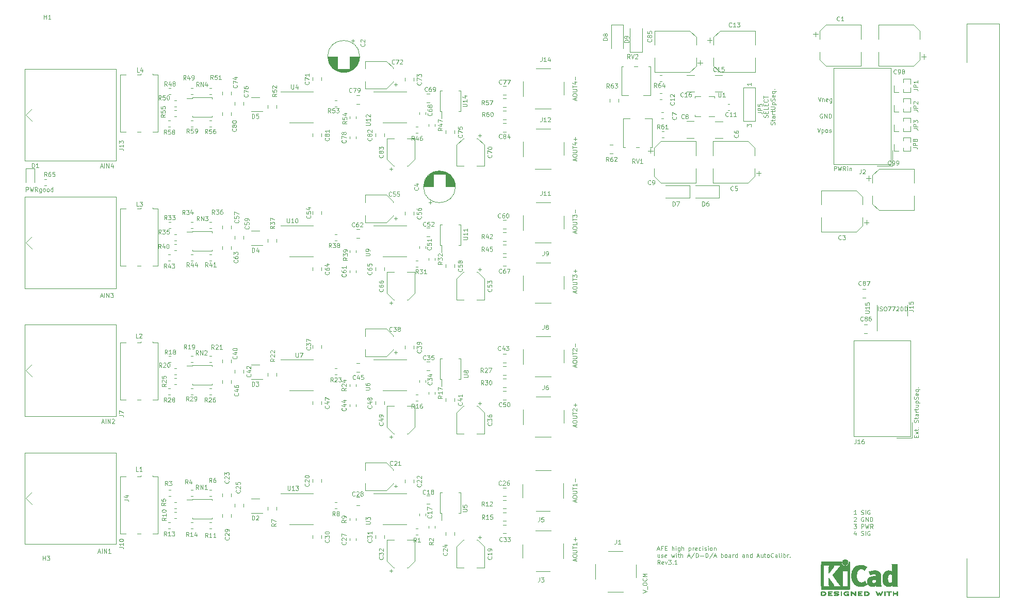
<source format=gbr>
G04 #@! TF.GenerationSoftware,KiCad,Pcbnew,(5.1.2)-1*
G04 #@! TF.CreationDate,2020-09-10T12:17:47+02:00*
G04 #@! TF.ProjectId,AFE_1CH_2V0,4146455f-3143-4485-9f32-56302e6b6963,3.1*
G04 #@! TF.SameCoordinates,Original*
G04 #@! TF.FileFunction,Legend,Top*
G04 #@! TF.FilePolarity,Positive*
%FSLAX46Y46*%
G04 Gerber Fmt 4.6, Leading zero omitted, Abs format (unit mm)*
G04 Created by KiCad (PCBNEW (5.1.2)-1) date 2020-09-10 12:17:47*
%MOMM*%
%LPD*%
G04 APERTURE LIST*
%ADD10C,0.100000*%
%ADD11C,0.010000*%
G04 APERTURE END LIST*
D10*
X226531333Y-128512666D02*
X226131333Y-128512666D01*
X226331333Y-128512666D02*
X226331333Y-127812666D01*
X226264666Y-127912666D01*
X226198000Y-127979333D01*
X226131333Y-128012666D01*
X227331333Y-128479333D02*
X227431333Y-128512666D01*
X227598000Y-128512666D01*
X227664666Y-128479333D01*
X227698000Y-128446000D01*
X227731333Y-128379333D01*
X227731333Y-128312666D01*
X227698000Y-128246000D01*
X227664666Y-128212666D01*
X227598000Y-128179333D01*
X227464666Y-128146000D01*
X227398000Y-128112666D01*
X227364666Y-128079333D01*
X227331333Y-128012666D01*
X227331333Y-127946000D01*
X227364666Y-127879333D01*
X227398000Y-127846000D01*
X227464666Y-127812666D01*
X227631333Y-127812666D01*
X227731333Y-127846000D01*
X228031333Y-128512666D02*
X228031333Y-127812666D01*
X228731333Y-127846000D02*
X228664666Y-127812666D01*
X228564666Y-127812666D01*
X228464666Y-127846000D01*
X228398000Y-127912666D01*
X228364666Y-127979333D01*
X228331333Y-128112666D01*
X228331333Y-128212666D01*
X228364666Y-128346000D01*
X228398000Y-128412666D01*
X228464666Y-128479333D01*
X228564666Y-128512666D01*
X228631333Y-128512666D01*
X228731333Y-128479333D01*
X228764666Y-128446000D01*
X228764666Y-128212666D01*
X228631333Y-128212666D01*
X226131333Y-129029333D02*
X226164666Y-128996000D01*
X226231333Y-128962666D01*
X226398000Y-128962666D01*
X226464666Y-128996000D01*
X226498000Y-129029333D01*
X226531333Y-129096000D01*
X226531333Y-129162666D01*
X226498000Y-129262666D01*
X226098000Y-129662666D01*
X226531333Y-129662666D01*
X227731333Y-128996000D02*
X227664666Y-128962666D01*
X227564666Y-128962666D01*
X227464666Y-128996000D01*
X227398000Y-129062666D01*
X227364666Y-129129333D01*
X227331333Y-129262666D01*
X227331333Y-129362666D01*
X227364666Y-129496000D01*
X227398000Y-129562666D01*
X227464666Y-129629333D01*
X227564666Y-129662666D01*
X227631333Y-129662666D01*
X227731333Y-129629333D01*
X227764666Y-129596000D01*
X227764666Y-129362666D01*
X227631333Y-129362666D01*
X228064666Y-129662666D02*
X228064666Y-128962666D01*
X228464666Y-129662666D01*
X228464666Y-128962666D01*
X228798000Y-129662666D02*
X228798000Y-128962666D01*
X228964666Y-128962666D01*
X229064666Y-128996000D01*
X229131333Y-129062666D01*
X229164666Y-129129333D01*
X229198000Y-129262666D01*
X229198000Y-129362666D01*
X229164666Y-129496000D01*
X229131333Y-129562666D01*
X229064666Y-129629333D01*
X228964666Y-129662666D01*
X228798000Y-129662666D01*
X226098000Y-130112666D02*
X226531333Y-130112666D01*
X226298000Y-130379333D01*
X226398000Y-130379333D01*
X226464666Y-130412666D01*
X226498000Y-130446000D01*
X226531333Y-130512666D01*
X226531333Y-130679333D01*
X226498000Y-130746000D01*
X226464666Y-130779333D01*
X226398000Y-130812666D01*
X226198000Y-130812666D01*
X226131333Y-130779333D01*
X226098000Y-130746000D01*
X227364666Y-130812666D02*
X227364666Y-130112666D01*
X227631333Y-130112666D01*
X227698000Y-130146000D01*
X227731333Y-130179333D01*
X227764666Y-130246000D01*
X227764666Y-130346000D01*
X227731333Y-130412666D01*
X227698000Y-130446000D01*
X227631333Y-130479333D01*
X227364666Y-130479333D01*
X227998000Y-130112666D02*
X228164666Y-130812666D01*
X228298000Y-130312666D01*
X228431333Y-130812666D01*
X228598000Y-130112666D01*
X229264666Y-130812666D02*
X229031333Y-130479333D01*
X228864666Y-130812666D02*
X228864666Y-130112666D01*
X229131333Y-130112666D01*
X229198000Y-130146000D01*
X229231333Y-130179333D01*
X229264666Y-130246000D01*
X229264666Y-130346000D01*
X229231333Y-130412666D01*
X229198000Y-130446000D01*
X229131333Y-130479333D01*
X228864666Y-130479333D01*
X226464666Y-131496000D02*
X226464666Y-131962666D01*
X226298000Y-131229333D02*
X226131333Y-131729333D01*
X226564666Y-131729333D01*
X227331333Y-131929333D02*
X227431333Y-131962666D01*
X227598000Y-131962666D01*
X227664666Y-131929333D01*
X227698000Y-131896000D01*
X227731333Y-131829333D01*
X227731333Y-131762666D01*
X227698000Y-131696000D01*
X227664666Y-131662666D01*
X227598000Y-131629333D01*
X227464666Y-131596000D01*
X227398000Y-131562666D01*
X227364666Y-131529333D01*
X227331333Y-131462666D01*
X227331333Y-131396000D01*
X227364666Y-131329333D01*
X227398000Y-131296000D01*
X227464666Y-131262666D01*
X227631333Y-131262666D01*
X227731333Y-131296000D01*
X228031333Y-131962666D02*
X228031333Y-131262666D01*
X228731333Y-131296000D02*
X228664666Y-131262666D01*
X228564666Y-131262666D01*
X228464666Y-131296000D01*
X228398000Y-131362666D01*
X228364666Y-131429333D01*
X228331333Y-131562666D01*
X228331333Y-131662666D01*
X228364666Y-131796000D01*
X228398000Y-131862666D01*
X228464666Y-131929333D01*
X228564666Y-131962666D01*
X228631333Y-131962666D01*
X228731333Y-131929333D01*
X228764666Y-131896000D01*
X228764666Y-131662666D01*
X228631333Y-131662666D01*
X193873333Y-134221666D02*
X194206666Y-134221666D01*
X193806666Y-134421666D02*
X194040000Y-133721666D01*
X194273333Y-134421666D01*
X194740000Y-134055000D02*
X194506666Y-134055000D01*
X194506666Y-134421666D02*
X194506666Y-133721666D01*
X194840000Y-133721666D01*
X195106666Y-134055000D02*
X195340000Y-134055000D01*
X195440000Y-134421666D02*
X195106666Y-134421666D01*
X195106666Y-133721666D01*
X195440000Y-133721666D01*
X196273333Y-134421666D02*
X196273333Y-133721666D01*
X196573333Y-134421666D02*
X196573333Y-134055000D01*
X196540000Y-133988333D01*
X196473333Y-133955000D01*
X196373333Y-133955000D01*
X196306666Y-133988333D01*
X196273333Y-134021666D01*
X196906666Y-134421666D02*
X196906666Y-133955000D01*
X196906666Y-133721666D02*
X196873333Y-133755000D01*
X196906666Y-133788333D01*
X196940000Y-133755000D01*
X196906666Y-133721666D01*
X196906666Y-133788333D01*
X197540000Y-133955000D02*
X197540000Y-134521666D01*
X197506666Y-134588333D01*
X197473333Y-134621666D01*
X197406666Y-134655000D01*
X197306666Y-134655000D01*
X197240000Y-134621666D01*
X197540000Y-134388333D02*
X197473333Y-134421666D01*
X197340000Y-134421666D01*
X197273333Y-134388333D01*
X197240000Y-134355000D01*
X197206666Y-134288333D01*
X197206666Y-134088333D01*
X197240000Y-134021666D01*
X197273333Y-133988333D01*
X197340000Y-133955000D01*
X197473333Y-133955000D01*
X197540000Y-133988333D01*
X197873333Y-134421666D02*
X197873333Y-133721666D01*
X198173333Y-134421666D02*
X198173333Y-134055000D01*
X198140000Y-133988333D01*
X198073333Y-133955000D01*
X197973333Y-133955000D01*
X197906666Y-133988333D01*
X197873333Y-134021666D01*
X199040000Y-133955000D02*
X199040000Y-134655000D01*
X199040000Y-133988333D02*
X199106666Y-133955000D01*
X199240000Y-133955000D01*
X199306666Y-133988333D01*
X199340000Y-134021666D01*
X199373333Y-134088333D01*
X199373333Y-134288333D01*
X199340000Y-134355000D01*
X199306666Y-134388333D01*
X199240000Y-134421666D01*
X199106666Y-134421666D01*
X199040000Y-134388333D01*
X199673333Y-134421666D02*
X199673333Y-133955000D01*
X199673333Y-134088333D02*
X199706666Y-134021666D01*
X199740000Y-133988333D01*
X199806666Y-133955000D01*
X199873333Y-133955000D01*
X200373333Y-134388333D02*
X200306666Y-134421666D01*
X200173333Y-134421666D01*
X200106666Y-134388333D01*
X200073333Y-134321666D01*
X200073333Y-134055000D01*
X200106666Y-133988333D01*
X200173333Y-133955000D01*
X200306666Y-133955000D01*
X200373333Y-133988333D01*
X200406666Y-134055000D01*
X200406666Y-134121666D01*
X200073333Y-134188333D01*
X201006666Y-134388333D02*
X200940000Y-134421666D01*
X200806666Y-134421666D01*
X200740000Y-134388333D01*
X200706666Y-134355000D01*
X200673333Y-134288333D01*
X200673333Y-134088333D01*
X200706666Y-134021666D01*
X200740000Y-133988333D01*
X200806666Y-133955000D01*
X200940000Y-133955000D01*
X201006666Y-133988333D01*
X201306666Y-134421666D02*
X201306666Y-133955000D01*
X201306666Y-133721666D02*
X201273333Y-133755000D01*
X201306666Y-133788333D01*
X201340000Y-133755000D01*
X201306666Y-133721666D01*
X201306666Y-133788333D01*
X201606666Y-134388333D02*
X201673333Y-134421666D01*
X201806666Y-134421666D01*
X201873333Y-134388333D01*
X201906666Y-134321666D01*
X201906666Y-134288333D01*
X201873333Y-134221666D01*
X201806666Y-134188333D01*
X201706666Y-134188333D01*
X201640000Y-134155000D01*
X201606666Y-134088333D01*
X201606666Y-134055000D01*
X201640000Y-133988333D01*
X201706666Y-133955000D01*
X201806666Y-133955000D01*
X201873333Y-133988333D01*
X202206666Y-134421666D02*
X202206666Y-133955000D01*
X202206666Y-133721666D02*
X202173333Y-133755000D01*
X202206666Y-133788333D01*
X202240000Y-133755000D01*
X202206666Y-133721666D01*
X202206666Y-133788333D01*
X202640000Y-134421666D02*
X202573333Y-134388333D01*
X202540000Y-134355000D01*
X202506666Y-134288333D01*
X202506666Y-134088333D01*
X202540000Y-134021666D01*
X202573333Y-133988333D01*
X202640000Y-133955000D01*
X202740000Y-133955000D01*
X202806666Y-133988333D01*
X202840000Y-134021666D01*
X202873333Y-134088333D01*
X202873333Y-134288333D01*
X202840000Y-134355000D01*
X202806666Y-134388333D01*
X202740000Y-134421666D01*
X202640000Y-134421666D01*
X203173333Y-133955000D02*
X203173333Y-134421666D01*
X203173333Y-134021666D02*
X203206666Y-133988333D01*
X203273333Y-133955000D01*
X203373333Y-133955000D01*
X203440000Y-133988333D01*
X203473333Y-134055000D01*
X203473333Y-134421666D01*
X194206666Y-135105000D02*
X194206666Y-135571666D01*
X193906666Y-135105000D02*
X193906666Y-135471666D01*
X193940000Y-135538333D01*
X194006666Y-135571666D01*
X194106666Y-135571666D01*
X194173333Y-135538333D01*
X194206666Y-135505000D01*
X194506666Y-135538333D02*
X194573333Y-135571666D01*
X194706666Y-135571666D01*
X194773333Y-135538333D01*
X194806666Y-135471666D01*
X194806666Y-135438333D01*
X194773333Y-135371666D01*
X194706666Y-135338333D01*
X194606666Y-135338333D01*
X194540000Y-135305000D01*
X194506666Y-135238333D01*
X194506666Y-135205000D01*
X194540000Y-135138333D01*
X194606666Y-135105000D01*
X194706666Y-135105000D01*
X194773333Y-135138333D01*
X195373333Y-135538333D02*
X195306666Y-135571666D01*
X195173333Y-135571666D01*
X195106666Y-135538333D01*
X195073333Y-135471666D01*
X195073333Y-135205000D01*
X195106666Y-135138333D01*
X195173333Y-135105000D01*
X195306666Y-135105000D01*
X195373333Y-135138333D01*
X195406666Y-135205000D01*
X195406666Y-135271666D01*
X195073333Y-135338333D01*
X196173333Y-135105000D02*
X196306666Y-135571666D01*
X196440000Y-135238333D01*
X196573333Y-135571666D01*
X196706666Y-135105000D01*
X196973333Y-135571666D02*
X196973333Y-135105000D01*
X196973333Y-134871666D02*
X196940000Y-134905000D01*
X196973333Y-134938333D01*
X197006666Y-134905000D01*
X196973333Y-134871666D01*
X196973333Y-134938333D01*
X197206666Y-135105000D02*
X197473333Y-135105000D01*
X197306666Y-134871666D02*
X197306666Y-135471666D01*
X197340000Y-135538333D01*
X197406666Y-135571666D01*
X197473333Y-135571666D01*
X197706666Y-135571666D02*
X197706666Y-134871666D01*
X198006666Y-135571666D02*
X198006666Y-135205000D01*
X197973333Y-135138333D01*
X197906666Y-135105000D01*
X197806666Y-135105000D01*
X197740000Y-135138333D01*
X197706666Y-135171666D01*
X198840000Y-135371666D02*
X199173333Y-135371666D01*
X198773333Y-135571666D02*
X199006666Y-134871666D01*
X199240000Y-135571666D01*
X199973333Y-134838333D02*
X199373333Y-135738333D01*
X200206666Y-135571666D02*
X200206666Y-134871666D01*
X200373333Y-134871666D01*
X200473333Y-134905000D01*
X200540000Y-134971666D01*
X200573333Y-135038333D01*
X200606666Y-135171666D01*
X200606666Y-135271666D01*
X200573333Y-135405000D01*
X200540000Y-135471666D01*
X200473333Y-135538333D01*
X200373333Y-135571666D01*
X200206666Y-135571666D01*
X200906666Y-135305000D02*
X201440000Y-135305000D01*
X201773333Y-135571666D02*
X201773333Y-134871666D01*
X201940000Y-134871666D01*
X202040000Y-134905000D01*
X202106666Y-134971666D01*
X202140000Y-135038333D01*
X202173333Y-135171666D01*
X202173333Y-135271666D01*
X202140000Y-135405000D01*
X202106666Y-135471666D01*
X202040000Y-135538333D01*
X201940000Y-135571666D01*
X201773333Y-135571666D01*
X202973333Y-134838333D02*
X202373333Y-135738333D01*
X203173333Y-135371666D02*
X203506666Y-135371666D01*
X203106666Y-135571666D02*
X203340000Y-134871666D01*
X203573333Y-135571666D01*
X204340000Y-135571666D02*
X204340000Y-134871666D01*
X204340000Y-135138333D02*
X204406666Y-135105000D01*
X204540000Y-135105000D01*
X204606666Y-135138333D01*
X204640000Y-135171666D01*
X204673333Y-135238333D01*
X204673333Y-135438333D01*
X204640000Y-135505000D01*
X204606666Y-135538333D01*
X204540000Y-135571666D01*
X204406666Y-135571666D01*
X204340000Y-135538333D01*
X205073333Y-135571666D02*
X205006666Y-135538333D01*
X204973333Y-135505000D01*
X204940000Y-135438333D01*
X204940000Y-135238333D01*
X204973333Y-135171666D01*
X205006666Y-135138333D01*
X205073333Y-135105000D01*
X205173333Y-135105000D01*
X205240000Y-135138333D01*
X205273333Y-135171666D01*
X205306666Y-135238333D01*
X205306666Y-135438333D01*
X205273333Y-135505000D01*
X205240000Y-135538333D01*
X205173333Y-135571666D01*
X205073333Y-135571666D01*
X205906666Y-135571666D02*
X205906666Y-135205000D01*
X205873333Y-135138333D01*
X205806666Y-135105000D01*
X205673333Y-135105000D01*
X205606666Y-135138333D01*
X205906666Y-135538333D02*
X205840000Y-135571666D01*
X205673333Y-135571666D01*
X205606666Y-135538333D01*
X205573333Y-135471666D01*
X205573333Y-135405000D01*
X205606666Y-135338333D01*
X205673333Y-135305000D01*
X205840000Y-135305000D01*
X205906666Y-135271666D01*
X206240000Y-135571666D02*
X206240000Y-135105000D01*
X206240000Y-135238333D02*
X206273333Y-135171666D01*
X206306666Y-135138333D01*
X206373333Y-135105000D01*
X206440000Y-135105000D01*
X206973333Y-135571666D02*
X206973333Y-134871666D01*
X206973333Y-135538333D02*
X206906666Y-135571666D01*
X206773333Y-135571666D01*
X206706666Y-135538333D01*
X206673333Y-135505000D01*
X206640000Y-135438333D01*
X206640000Y-135238333D01*
X206673333Y-135171666D01*
X206706666Y-135138333D01*
X206773333Y-135105000D01*
X206906666Y-135105000D01*
X206973333Y-135138333D01*
X208140000Y-135571666D02*
X208140000Y-135205000D01*
X208106666Y-135138333D01*
X208040000Y-135105000D01*
X207906666Y-135105000D01*
X207840000Y-135138333D01*
X208140000Y-135538333D02*
X208073333Y-135571666D01*
X207906666Y-135571666D01*
X207840000Y-135538333D01*
X207806666Y-135471666D01*
X207806666Y-135405000D01*
X207840000Y-135338333D01*
X207906666Y-135305000D01*
X208073333Y-135305000D01*
X208140000Y-135271666D01*
X208473333Y-135105000D02*
X208473333Y-135571666D01*
X208473333Y-135171666D02*
X208506666Y-135138333D01*
X208573333Y-135105000D01*
X208673333Y-135105000D01*
X208740000Y-135138333D01*
X208773333Y-135205000D01*
X208773333Y-135571666D01*
X209406666Y-135571666D02*
X209406666Y-134871666D01*
X209406666Y-135538333D02*
X209340000Y-135571666D01*
X209206666Y-135571666D01*
X209140000Y-135538333D01*
X209106666Y-135505000D01*
X209073333Y-135438333D01*
X209073333Y-135238333D01*
X209106666Y-135171666D01*
X209140000Y-135138333D01*
X209206666Y-135105000D01*
X209340000Y-135105000D01*
X209406666Y-135138333D01*
X210240000Y-135371666D02*
X210573333Y-135371666D01*
X210173333Y-135571666D02*
X210406666Y-134871666D01*
X210640000Y-135571666D01*
X211173333Y-135105000D02*
X211173333Y-135571666D01*
X210873333Y-135105000D02*
X210873333Y-135471666D01*
X210906666Y-135538333D01*
X210973333Y-135571666D01*
X211073333Y-135571666D01*
X211140000Y-135538333D01*
X211173333Y-135505000D01*
X211406666Y-135105000D02*
X211673333Y-135105000D01*
X211506666Y-134871666D02*
X211506666Y-135471666D01*
X211540000Y-135538333D01*
X211606666Y-135571666D01*
X211673333Y-135571666D01*
X212006666Y-135571666D02*
X211940000Y-135538333D01*
X211906666Y-135505000D01*
X211873333Y-135438333D01*
X211873333Y-135238333D01*
X211906666Y-135171666D01*
X211940000Y-135138333D01*
X212006666Y-135105000D01*
X212106666Y-135105000D01*
X212173333Y-135138333D01*
X212206666Y-135171666D01*
X212240000Y-135238333D01*
X212240000Y-135438333D01*
X212206666Y-135505000D01*
X212173333Y-135538333D01*
X212106666Y-135571666D01*
X212006666Y-135571666D01*
X212940000Y-135505000D02*
X212906666Y-135538333D01*
X212806666Y-135571666D01*
X212740000Y-135571666D01*
X212640000Y-135538333D01*
X212573333Y-135471666D01*
X212540000Y-135405000D01*
X212506666Y-135271666D01*
X212506666Y-135171666D01*
X212540000Y-135038333D01*
X212573333Y-134971666D01*
X212640000Y-134905000D01*
X212740000Y-134871666D01*
X212806666Y-134871666D01*
X212906666Y-134905000D01*
X212940000Y-134938333D01*
X213540000Y-135571666D02*
X213540000Y-135205000D01*
X213506666Y-135138333D01*
X213440000Y-135105000D01*
X213306666Y-135105000D01*
X213240000Y-135138333D01*
X213540000Y-135538333D02*
X213473333Y-135571666D01*
X213306666Y-135571666D01*
X213240000Y-135538333D01*
X213206666Y-135471666D01*
X213206666Y-135405000D01*
X213240000Y-135338333D01*
X213306666Y-135305000D01*
X213473333Y-135305000D01*
X213540000Y-135271666D01*
X213973333Y-135571666D02*
X213906666Y-135538333D01*
X213873333Y-135471666D01*
X213873333Y-134871666D01*
X214240000Y-135571666D02*
X214240000Y-135105000D01*
X214240000Y-134871666D02*
X214206666Y-134905000D01*
X214240000Y-134938333D01*
X214273333Y-134905000D01*
X214240000Y-134871666D01*
X214240000Y-134938333D01*
X214573333Y-135571666D02*
X214573333Y-134871666D01*
X214573333Y-135138333D02*
X214640000Y-135105000D01*
X214773333Y-135105000D01*
X214840000Y-135138333D01*
X214873333Y-135171666D01*
X214906666Y-135238333D01*
X214906666Y-135438333D01*
X214873333Y-135505000D01*
X214840000Y-135538333D01*
X214773333Y-135571666D01*
X214640000Y-135571666D01*
X214573333Y-135538333D01*
X215206666Y-135571666D02*
X215206666Y-135105000D01*
X215206666Y-135238333D02*
X215240000Y-135171666D01*
X215273333Y-135138333D01*
X215340000Y-135105000D01*
X215406666Y-135105000D01*
X215640000Y-135505000D02*
X215673333Y-135538333D01*
X215640000Y-135571666D01*
X215606666Y-135538333D01*
X215640000Y-135505000D01*
X215640000Y-135571666D01*
X194306666Y-136721666D02*
X194073333Y-136388333D01*
X193906666Y-136721666D02*
X193906666Y-136021666D01*
X194173333Y-136021666D01*
X194240000Y-136055000D01*
X194273333Y-136088333D01*
X194306666Y-136155000D01*
X194306666Y-136255000D01*
X194273333Y-136321666D01*
X194240000Y-136355000D01*
X194173333Y-136388333D01*
X193906666Y-136388333D01*
X194873333Y-136688333D02*
X194806666Y-136721666D01*
X194673333Y-136721666D01*
X194606666Y-136688333D01*
X194573333Y-136621666D01*
X194573333Y-136355000D01*
X194606666Y-136288333D01*
X194673333Y-136255000D01*
X194806666Y-136255000D01*
X194873333Y-136288333D01*
X194906666Y-136355000D01*
X194906666Y-136421666D01*
X194573333Y-136488333D01*
X195140000Y-136255000D02*
X195306666Y-136721666D01*
X195473333Y-136255000D01*
X195673333Y-136021666D02*
X196106666Y-136021666D01*
X195873333Y-136288333D01*
X195973333Y-136288333D01*
X196040000Y-136321666D01*
X196073333Y-136355000D01*
X196106666Y-136421666D01*
X196106666Y-136588333D01*
X196073333Y-136655000D01*
X196040000Y-136688333D01*
X195973333Y-136721666D01*
X195773333Y-136721666D01*
X195706666Y-136688333D01*
X195673333Y-136655000D01*
X196406666Y-136655000D02*
X196440000Y-136688333D01*
X196406666Y-136721666D01*
X196373333Y-136688333D01*
X196406666Y-136655000D01*
X196406666Y-136721666D01*
X197106666Y-136721666D02*
X196706666Y-136721666D01*
X196906666Y-136721666D02*
X196906666Y-136021666D01*
X196840000Y-136121666D01*
X196773333Y-136188333D01*
X196706666Y-136221666D01*
X90256000Y-75437166D02*
X90256000Y-74737166D01*
X90522666Y-74737166D01*
X90589333Y-74770500D01*
X90622666Y-74803833D01*
X90656000Y-74870500D01*
X90656000Y-74970500D01*
X90622666Y-75037166D01*
X90589333Y-75070500D01*
X90522666Y-75103833D01*
X90256000Y-75103833D01*
X90889333Y-74737166D02*
X91056000Y-75437166D01*
X91189333Y-74937166D01*
X91322666Y-75437166D01*
X91489333Y-74737166D01*
X92156000Y-75437166D02*
X91922666Y-75103833D01*
X91756000Y-75437166D02*
X91756000Y-74737166D01*
X92022666Y-74737166D01*
X92089333Y-74770500D01*
X92122666Y-74803833D01*
X92156000Y-74870500D01*
X92156000Y-74970500D01*
X92122666Y-75037166D01*
X92089333Y-75070500D01*
X92022666Y-75103833D01*
X91756000Y-75103833D01*
X92756000Y-74970500D02*
X92756000Y-75537166D01*
X92722666Y-75603833D01*
X92689333Y-75637166D01*
X92622666Y-75670500D01*
X92522666Y-75670500D01*
X92456000Y-75637166D01*
X92756000Y-75403833D02*
X92689333Y-75437166D01*
X92556000Y-75437166D01*
X92489333Y-75403833D01*
X92456000Y-75370500D01*
X92422666Y-75303833D01*
X92422666Y-75103833D01*
X92456000Y-75037166D01*
X92489333Y-75003833D01*
X92556000Y-74970500D01*
X92689333Y-74970500D01*
X92756000Y-75003833D01*
X93189333Y-75437166D02*
X93122666Y-75403833D01*
X93089333Y-75370500D01*
X93056000Y-75303833D01*
X93056000Y-75103833D01*
X93089333Y-75037166D01*
X93122666Y-75003833D01*
X93189333Y-74970500D01*
X93289333Y-74970500D01*
X93356000Y-75003833D01*
X93389333Y-75037166D01*
X93422666Y-75103833D01*
X93422666Y-75303833D01*
X93389333Y-75370500D01*
X93356000Y-75403833D01*
X93289333Y-75437166D01*
X93189333Y-75437166D01*
X93822666Y-75437166D02*
X93756000Y-75403833D01*
X93722666Y-75370500D01*
X93689333Y-75303833D01*
X93689333Y-75103833D01*
X93722666Y-75037166D01*
X93756000Y-75003833D01*
X93822666Y-74970500D01*
X93922666Y-74970500D01*
X93989333Y-75003833D01*
X94022666Y-75037166D01*
X94056000Y-75103833D01*
X94056000Y-75303833D01*
X94022666Y-75370500D01*
X93989333Y-75403833D01*
X93922666Y-75437166D01*
X93822666Y-75437166D01*
X94656000Y-75437166D02*
X94656000Y-74737166D01*
X94656000Y-75403833D02*
X94589333Y-75437166D01*
X94456000Y-75437166D01*
X94389333Y-75403833D01*
X94356000Y-75370500D01*
X94322666Y-75303833D01*
X94322666Y-75103833D01*
X94356000Y-75037166D01*
X94389333Y-75003833D01*
X94456000Y-74970500D01*
X94589333Y-74970500D01*
X94656000Y-75003833D01*
X220954666Y-62705500D02*
X220888000Y-62672166D01*
X220788000Y-62672166D01*
X220688000Y-62705500D01*
X220621333Y-62772166D01*
X220588000Y-62838833D01*
X220554666Y-62972166D01*
X220554666Y-63072166D01*
X220588000Y-63205500D01*
X220621333Y-63272166D01*
X220688000Y-63338833D01*
X220788000Y-63372166D01*
X220854666Y-63372166D01*
X220954666Y-63338833D01*
X220988000Y-63305500D01*
X220988000Y-63072166D01*
X220854666Y-63072166D01*
X221288000Y-63372166D02*
X221288000Y-62672166D01*
X221688000Y-63372166D01*
X221688000Y-62672166D01*
X222021333Y-63372166D02*
X222021333Y-62672166D01*
X222188000Y-62672166D01*
X222288000Y-62705500D01*
X222354666Y-62772166D01*
X222388000Y-62838833D01*
X222421333Y-62972166D01*
X222421333Y-63072166D01*
X222388000Y-63205500D01*
X222354666Y-63272166D01*
X222288000Y-63338833D01*
X222188000Y-63372166D01*
X222021333Y-63372166D01*
X220257833Y-59941666D02*
X220491166Y-60641666D01*
X220724500Y-59941666D01*
X220957833Y-60175000D02*
X220957833Y-60641666D01*
X220957833Y-60241666D02*
X220991166Y-60208333D01*
X221057833Y-60175000D01*
X221157833Y-60175000D01*
X221224500Y-60208333D01*
X221257833Y-60275000D01*
X221257833Y-60641666D01*
X221857833Y-60608333D02*
X221791166Y-60641666D01*
X221657833Y-60641666D01*
X221591166Y-60608333D01*
X221557833Y-60541666D01*
X221557833Y-60275000D01*
X221591166Y-60208333D01*
X221657833Y-60175000D01*
X221791166Y-60175000D01*
X221857833Y-60208333D01*
X221891166Y-60275000D01*
X221891166Y-60341666D01*
X221557833Y-60408333D01*
X222491166Y-60175000D02*
X222491166Y-60741666D01*
X222457833Y-60808333D01*
X222424500Y-60841666D01*
X222357833Y-60875000D01*
X222257833Y-60875000D01*
X222191166Y-60841666D01*
X222491166Y-60608333D02*
X222424500Y-60641666D01*
X222291166Y-60641666D01*
X222224500Y-60608333D01*
X222191166Y-60575000D01*
X222157833Y-60508333D01*
X222157833Y-60308333D01*
X222191166Y-60241666D01*
X222224500Y-60208333D01*
X222291166Y-60175000D01*
X222424500Y-60175000D01*
X222491166Y-60208333D01*
X220147500Y-65021666D02*
X220380833Y-65721666D01*
X220614166Y-65021666D01*
X220847500Y-65255000D02*
X220847500Y-65955000D01*
X220847500Y-65288333D02*
X220914166Y-65255000D01*
X221047500Y-65255000D01*
X221114166Y-65288333D01*
X221147500Y-65321666D01*
X221180833Y-65388333D01*
X221180833Y-65588333D01*
X221147500Y-65655000D01*
X221114166Y-65688333D01*
X221047500Y-65721666D01*
X220914166Y-65721666D01*
X220847500Y-65688333D01*
X221580833Y-65721666D02*
X221514166Y-65688333D01*
X221480833Y-65655000D01*
X221447500Y-65588333D01*
X221447500Y-65388333D01*
X221480833Y-65321666D01*
X221514166Y-65288333D01*
X221580833Y-65255000D01*
X221680833Y-65255000D01*
X221747500Y-65288333D01*
X221780833Y-65321666D01*
X221814166Y-65388333D01*
X221814166Y-65588333D01*
X221780833Y-65655000D01*
X221747500Y-65688333D01*
X221680833Y-65721666D01*
X221580833Y-65721666D01*
X222080833Y-65688333D02*
X222147500Y-65721666D01*
X222280833Y-65721666D01*
X222347500Y-65688333D01*
X222380833Y-65621666D01*
X222380833Y-65588333D01*
X222347500Y-65521666D01*
X222280833Y-65488333D01*
X222180833Y-65488333D01*
X222114166Y-65455000D01*
X222080833Y-65388333D01*
X222080833Y-65355000D01*
X222114166Y-65288333D01*
X222180833Y-65255000D01*
X222280833Y-65255000D01*
X222347500Y-65288333D01*
X236360500Y-115843333D02*
X236360500Y-115610000D01*
X236727166Y-115510000D02*
X236727166Y-115843333D01*
X236027166Y-115843333D01*
X236027166Y-115510000D01*
X236727166Y-115276666D02*
X236260500Y-114910000D01*
X236260500Y-115276666D02*
X236727166Y-114910000D01*
X236260500Y-114743333D02*
X236260500Y-114476666D01*
X236027166Y-114643333D02*
X236627166Y-114643333D01*
X236693833Y-114610000D01*
X236727166Y-114543333D01*
X236727166Y-114476666D01*
X236660500Y-114243333D02*
X236693833Y-114210000D01*
X236727166Y-114243333D01*
X236693833Y-114276666D01*
X236660500Y-114243333D01*
X236727166Y-114243333D01*
X236693833Y-113410000D02*
X236727166Y-113310000D01*
X236727166Y-113143333D01*
X236693833Y-113076666D01*
X236660500Y-113043333D01*
X236593833Y-113010000D01*
X236527166Y-113010000D01*
X236460500Y-113043333D01*
X236427166Y-113076666D01*
X236393833Y-113143333D01*
X236360500Y-113276666D01*
X236327166Y-113343333D01*
X236293833Y-113376666D01*
X236227166Y-113410000D01*
X236160500Y-113410000D01*
X236093833Y-113376666D01*
X236060500Y-113343333D01*
X236027166Y-113276666D01*
X236027166Y-113110000D01*
X236060500Y-113010000D01*
X236260500Y-112810000D02*
X236260500Y-112543333D01*
X236027166Y-112710000D02*
X236627166Y-112710000D01*
X236693833Y-112676666D01*
X236727166Y-112610000D01*
X236727166Y-112543333D01*
X236727166Y-112010000D02*
X236360500Y-112010000D01*
X236293833Y-112043333D01*
X236260500Y-112110000D01*
X236260500Y-112243333D01*
X236293833Y-112310000D01*
X236693833Y-112010000D02*
X236727166Y-112076666D01*
X236727166Y-112243333D01*
X236693833Y-112310000D01*
X236627166Y-112343333D01*
X236560500Y-112343333D01*
X236493833Y-112310000D01*
X236460500Y-112243333D01*
X236460500Y-112076666D01*
X236427166Y-112010000D01*
X236727166Y-111676666D02*
X236260500Y-111676666D01*
X236393833Y-111676666D02*
X236327166Y-111643333D01*
X236293833Y-111610000D01*
X236260500Y-111543333D01*
X236260500Y-111476666D01*
X236260500Y-111343333D02*
X236260500Y-111076666D01*
X236027166Y-111243333D02*
X236627166Y-111243333D01*
X236693833Y-111210000D01*
X236727166Y-111143333D01*
X236727166Y-111076666D01*
X236260500Y-110543333D02*
X236727166Y-110543333D01*
X236260500Y-110843333D02*
X236627166Y-110843333D01*
X236693833Y-110810000D01*
X236727166Y-110743333D01*
X236727166Y-110643333D01*
X236693833Y-110576666D01*
X236660500Y-110543333D01*
X236260500Y-110210000D02*
X236960500Y-110210000D01*
X236293833Y-110210000D02*
X236260500Y-110143333D01*
X236260500Y-110010000D01*
X236293833Y-109943333D01*
X236327166Y-109910000D01*
X236393833Y-109876666D01*
X236593833Y-109876666D01*
X236660500Y-109910000D01*
X236693833Y-109943333D01*
X236727166Y-110010000D01*
X236727166Y-110143333D01*
X236693833Y-110210000D01*
X236693833Y-109610000D02*
X236727166Y-109510000D01*
X236727166Y-109343333D01*
X236693833Y-109276666D01*
X236660500Y-109243333D01*
X236593833Y-109210000D01*
X236527166Y-109210000D01*
X236460500Y-109243333D01*
X236427166Y-109276666D01*
X236393833Y-109343333D01*
X236360500Y-109476666D01*
X236327166Y-109543333D01*
X236293833Y-109576666D01*
X236227166Y-109610000D01*
X236160500Y-109610000D01*
X236093833Y-109576666D01*
X236060500Y-109543333D01*
X236027166Y-109476666D01*
X236027166Y-109310000D01*
X236060500Y-109210000D01*
X236693833Y-108643333D02*
X236727166Y-108710000D01*
X236727166Y-108843333D01*
X236693833Y-108910000D01*
X236627166Y-108943333D01*
X236360500Y-108943333D01*
X236293833Y-108910000D01*
X236260500Y-108843333D01*
X236260500Y-108710000D01*
X236293833Y-108643333D01*
X236360500Y-108610000D01*
X236427166Y-108610000D01*
X236493833Y-108943333D01*
X236260500Y-108010000D02*
X236960500Y-108010000D01*
X236693833Y-108010000D02*
X236727166Y-108076666D01*
X236727166Y-108210000D01*
X236693833Y-108276666D01*
X236660500Y-108310000D01*
X236593833Y-108343333D01*
X236393833Y-108343333D01*
X236327166Y-108310000D01*
X236293833Y-108276666D01*
X236260500Y-108210000D01*
X236260500Y-108076666D01*
X236293833Y-108010000D01*
X236660500Y-107676666D02*
X236693833Y-107643333D01*
X236727166Y-107676666D01*
X236693833Y-107710000D01*
X236660500Y-107676666D01*
X236727166Y-107676666D01*
X211988833Y-63264833D02*
X212022166Y-63164833D01*
X212022166Y-62998166D01*
X211988833Y-62931500D01*
X211955500Y-62898166D01*
X211888833Y-62864833D01*
X211822166Y-62864833D01*
X211755500Y-62898166D01*
X211722166Y-62931500D01*
X211688833Y-62998166D01*
X211655500Y-63131500D01*
X211622166Y-63198166D01*
X211588833Y-63231500D01*
X211522166Y-63264833D01*
X211455500Y-63264833D01*
X211388833Y-63231500D01*
X211355500Y-63198166D01*
X211322166Y-63131500D01*
X211322166Y-62964833D01*
X211355500Y-62864833D01*
X211655500Y-62564833D02*
X211655500Y-62331500D01*
X212022166Y-62231500D02*
X212022166Y-62564833D01*
X211322166Y-62564833D01*
X211322166Y-62231500D01*
X212022166Y-61598166D02*
X212022166Y-61931500D01*
X211322166Y-61931500D01*
X211655500Y-61364833D02*
X211655500Y-61131500D01*
X212022166Y-61031500D02*
X212022166Y-61364833D01*
X211322166Y-61364833D01*
X211322166Y-61031500D01*
X211955500Y-60331500D02*
X211988833Y-60364833D01*
X212022166Y-60464833D01*
X212022166Y-60531500D01*
X211988833Y-60631500D01*
X211922166Y-60698166D01*
X211855500Y-60731500D01*
X211722166Y-60764833D01*
X211622166Y-60764833D01*
X211488833Y-60731500D01*
X211422166Y-60698166D01*
X211355500Y-60631500D01*
X211322166Y-60531500D01*
X211322166Y-60464833D01*
X211355500Y-60364833D01*
X211388833Y-60331500D01*
X211322166Y-60131500D02*
X211322166Y-59731500D01*
X212022166Y-59931500D02*
X211322166Y-59931500D01*
X213138833Y-64464833D02*
X213172166Y-64364833D01*
X213172166Y-64198166D01*
X213138833Y-64131500D01*
X213105500Y-64098166D01*
X213038833Y-64064833D01*
X212972166Y-64064833D01*
X212905500Y-64098166D01*
X212872166Y-64131500D01*
X212838833Y-64198166D01*
X212805500Y-64331500D01*
X212772166Y-64398166D01*
X212738833Y-64431500D01*
X212672166Y-64464833D01*
X212605500Y-64464833D01*
X212538833Y-64431500D01*
X212505500Y-64398166D01*
X212472166Y-64331500D01*
X212472166Y-64164833D01*
X212505500Y-64064833D01*
X212705500Y-63864833D02*
X212705500Y-63598166D01*
X212472166Y-63764833D02*
X213072166Y-63764833D01*
X213138833Y-63731500D01*
X213172166Y-63664833D01*
X213172166Y-63598166D01*
X213172166Y-63064833D02*
X212805500Y-63064833D01*
X212738833Y-63098166D01*
X212705500Y-63164833D01*
X212705500Y-63298166D01*
X212738833Y-63364833D01*
X213138833Y-63064833D02*
X213172166Y-63131500D01*
X213172166Y-63298166D01*
X213138833Y-63364833D01*
X213072166Y-63398166D01*
X213005500Y-63398166D01*
X212938833Y-63364833D01*
X212905500Y-63298166D01*
X212905500Y-63131500D01*
X212872166Y-63064833D01*
X213172166Y-62731500D02*
X212705500Y-62731500D01*
X212838833Y-62731500D02*
X212772166Y-62698166D01*
X212738833Y-62664833D01*
X212705500Y-62598166D01*
X212705500Y-62531500D01*
X212705500Y-62398166D02*
X212705500Y-62131500D01*
X212472166Y-62298166D02*
X213072166Y-62298166D01*
X213138833Y-62264833D01*
X213172166Y-62198166D01*
X213172166Y-62131500D01*
X212472166Y-61898166D02*
X213038833Y-61898166D01*
X213105500Y-61864833D01*
X213138833Y-61831500D01*
X213172166Y-61764833D01*
X213172166Y-61631500D01*
X213138833Y-61564833D01*
X213105500Y-61531500D01*
X213038833Y-61498166D01*
X212472166Y-61498166D01*
X212705500Y-61164833D02*
X213405500Y-61164833D01*
X212738833Y-61164833D02*
X212705500Y-61098166D01*
X212705500Y-60964833D01*
X212738833Y-60898166D01*
X212772166Y-60864833D01*
X212838833Y-60831500D01*
X213038833Y-60831500D01*
X213105500Y-60864833D01*
X213138833Y-60898166D01*
X213172166Y-60964833D01*
X213172166Y-61098166D01*
X213138833Y-61164833D01*
X213138833Y-60564833D02*
X213172166Y-60464833D01*
X213172166Y-60298166D01*
X213138833Y-60231500D01*
X213105500Y-60198166D01*
X213038833Y-60164833D01*
X212972166Y-60164833D01*
X212905500Y-60198166D01*
X212872166Y-60231500D01*
X212838833Y-60298166D01*
X212805500Y-60431500D01*
X212772166Y-60498166D01*
X212738833Y-60531500D01*
X212672166Y-60564833D01*
X212605500Y-60564833D01*
X212538833Y-60531500D01*
X212505500Y-60498166D01*
X212472166Y-60431500D01*
X212472166Y-60264833D01*
X212505500Y-60164833D01*
X213138833Y-59598166D02*
X213172166Y-59664833D01*
X213172166Y-59798166D01*
X213138833Y-59864833D01*
X213072166Y-59898166D01*
X212805500Y-59898166D01*
X212738833Y-59864833D01*
X212705500Y-59798166D01*
X212705500Y-59664833D01*
X212738833Y-59598166D01*
X212805500Y-59564833D01*
X212872166Y-59564833D01*
X212938833Y-59898166D01*
X212705500Y-58964833D02*
X213405500Y-58964833D01*
X213138833Y-58964833D02*
X213172166Y-59031500D01*
X213172166Y-59164833D01*
X213138833Y-59231500D01*
X213105500Y-59264833D01*
X213038833Y-59298166D01*
X212838833Y-59298166D01*
X212772166Y-59264833D01*
X212738833Y-59231500D01*
X212705500Y-59164833D01*
X212705500Y-59031500D01*
X212738833Y-58964833D01*
X213105500Y-58631500D02*
X213138833Y-58598166D01*
X213172166Y-58631500D01*
X213138833Y-58664833D01*
X213105500Y-58631500D01*
X213172166Y-58631500D01*
X191450166Y-141392866D02*
X192150166Y-141159533D01*
X191450166Y-140926200D01*
X192216833Y-140859533D02*
X192216833Y-140326200D01*
X191450166Y-140026200D02*
X191450166Y-139892866D01*
X191483500Y-139826200D01*
X191550166Y-139759533D01*
X191683500Y-139726200D01*
X191916833Y-139726200D01*
X192050166Y-139759533D01*
X192116833Y-139826200D01*
X192150166Y-139892866D01*
X192150166Y-140026200D01*
X192116833Y-140092866D01*
X192050166Y-140159533D01*
X191916833Y-140192866D01*
X191683500Y-140192866D01*
X191550166Y-140159533D01*
X191483500Y-140092866D01*
X191450166Y-140026200D01*
X192083500Y-139026200D02*
X192116833Y-139059533D01*
X192150166Y-139159533D01*
X192150166Y-139226200D01*
X192116833Y-139326200D01*
X192050166Y-139392866D01*
X191983500Y-139426200D01*
X191850166Y-139459533D01*
X191750166Y-139459533D01*
X191616833Y-139426200D01*
X191550166Y-139392866D01*
X191483500Y-139326200D01*
X191450166Y-139226200D01*
X191450166Y-139159533D01*
X191483500Y-139059533D01*
X191516833Y-139026200D01*
X192150166Y-138726200D02*
X191450166Y-138726200D01*
X191950166Y-138492866D01*
X191450166Y-138259533D01*
X192150166Y-138259533D01*
X180456666Y-136146933D02*
X180456666Y-135813600D01*
X180656666Y-136213600D02*
X179956666Y-135980266D01*
X180656666Y-135746933D01*
X179956666Y-135380266D02*
X179956666Y-135246933D01*
X179990000Y-135180266D01*
X180056666Y-135113600D01*
X180190000Y-135080266D01*
X180423333Y-135080266D01*
X180556666Y-135113600D01*
X180623333Y-135180266D01*
X180656666Y-135246933D01*
X180656666Y-135380266D01*
X180623333Y-135446933D01*
X180556666Y-135513600D01*
X180423333Y-135546933D01*
X180190000Y-135546933D01*
X180056666Y-135513600D01*
X179990000Y-135446933D01*
X179956666Y-135380266D01*
X179956666Y-134780266D02*
X180523333Y-134780266D01*
X180590000Y-134746933D01*
X180623333Y-134713600D01*
X180656666Y-134646933D01*
X180656666Y-134513600D01*
X180623333Y-134446933D01*
X180590000Y-134413600D01*
X180523333Y-134380266D01*
X179956666Y-134380266D01*
X179956666Y-134146933D02*
X179956666Y-133746933D01*
X180656666Y-133946933D02*
X179956666Y-133946933D01*
X180656666Y-133146933D02*
X180656666Y-133546933D01*
X180656666Y-133346933D02*
X179956666Y-133346933D01*
X180056666Y-133413600D01*
X180123333Y-133480266D01*
X180156666Y-133546933D01*
X180390000Y-132846933D02*
X180390000Y-132313600D01*
X180656666Y-132580266D02*
X180123333Y-132580266D01*
X180456666Y-126444133D02*
X180456666Y-126110800D01*
X180656666Y-126510800D02*
X179956666Y-126277466D01*
X180656666Y-126044133D01*
X179956666Y-125677466D02*
X179956666Y-125544133D01*
X179990000Y-125477466D01*
X180056666Y-125410800D01*
X180190000Y-125377466D01*
X180423333Y-125377466D01*
X180556666Y-125410800D01*
X180623333Y-125477466D01*
X180656666Y-125544133D01*
X180656666Y-125677466D01*
X180623333Y-125744133D01*
X180556666Y-125810800D01*
X180423333Y-125844133D01*
X180190000Y-125844133D01*
X180056666Y-125810800D01*
X179990000Y-125744133D01*
X179956666Y-125677466D01*
X179956666Y-125077466D02*
X180523333Y-125077466D01*
X180590000Y-125044133D01*
X180623333Y-125010800D01*
X180656666Y-124944133D01*
X180656666Y-124810800D01*
X180623333Y-124744133D01*
X180590000Y-124710800D01*
X180523333Y-124677466D01*
X179956666Y-124677466D01*
X179956666Y-124444133D02*
X179956666Y-124044133D01*
X180656666Y-124244133D02*
X179956666Y-124244133D01*
X180656666Y-123444133D02*
X180656666Y-123844133D01*
X180656666Y-123644133D02*
X179956666Y-123644133D01*
X180056666Y-123710800D01*
X180123333Y-123777466D01*
X180156666Y-123844133D01*
X180390000Y-123144133D02*
X180390000Y-122610800D01*
X180456666Y-114099733D02*
X180456666Y-113766400D01*
X180656666Y-114166400D02*
X179956666Y-113933066D01*
X180656666Y-113699733D01*
X179956666Y-113333066D02*
X179956666Y-113199733D01*
X179990000Y-113133066D01*
X180056666Y-113066400D01*
X180190000Y-113033066D01*
X180423333Y-113033066D01*
X180556666Y-113066400D01*
X180623333Y-113133066D01*
X180656666Y-113199733D01*
X180656666Y-113333066D01*
X180623333Y-113399733D01*
X180556666Y-113466400D01*
X180423333Y-113499733D01*
X180190000Y-113499733D01*
X180056666Y-113466400D01*
X179990000Y-113399733D01*
X179956666Y-113333066D01*
X179956666Y-112733066D02*
X180523333Y-112733066D01*
X180590000Y-112699733D01*
X180623333Y-112666400D01*
X180656666Y-112599733D01*
X180656666Y-112466400D01*
X180623333Y-112399733D01*
X180590000Y-112366400D01*
X180523333Y-112333066D01*
X179956666Y-112333066D01*
X179956666Y-112099733D02*
X179956666Y-111699733D01*
X180656666Y-111899733D02*
X179956666Y-111899733D01*
X180023333Y-111499733D02*
X179990000Y-111466400D01*
X179956666Y-111399733D01*
X179956666Y-111233066D01*
X179990000Y-111166400D01*
X180023333Y-111133066D01*
X180090000Y-111099733D01*
X180156666Y-111099733D01*
X180256666Y-111133066D01*
X180656666Y-111533066D01*
X180656666Y-111099733D01*
X180390000Y-110799733D02*
X180390000Y-110266400D01*
X180656666Y-110533066D02*
X180123333Y-110533066D01*
X180456666Y-104244533D02*
X180456666Y-103911200D01*
X180656666Y-104311200D02*
X179956666Y-104077866D01*
X180656666Y-103844533D01*
X179956666Y-103477866D02*
X179956666Y-103344533D01*
X179990000Y-103277866D01*
X180056666Y-103211200D01*
X180190000Y-103177866D01*
X180423333Y-103177866D01*
X180556666Y-103211200D01*
X180623333Y-103277866D01*
X180656666Y-103344533D01*
X180656666Y-103477866D01*
X180623333Y-103544533D01*
X180556666Y-103611200D01*
X180423333Y-103644533D01*
X180190000Y-103644533D01*
X180056666Y-103611200D01*
X179990000Y-103544533D01*
X179956666Y-103477866D01*
X179956666Y-102877866D02*
X180523333Y-102877866D01*
X180590000Y-102844533D01*
X180623333Y-102811200D01*
X180656666Y-102744533D01*
X180656666Y-102611200D01*
X180623333Y-102544533D01*
X180590000Y-102511200D01*
X180523333Y-102477866D01*
X179956666Y-102477866D01*
X179956666Y-102244533D02*
X179956666Y-101844533D01*
X180656666Y-102044533D02*
X179956666Y-102044533D01*
X180023333Y-101644533D02*
X179990000Y-101611200D01*
X179956666Y-101544533D01*
X179956666Y-101377866D01*
X179990000Y-101311200D01*
X180023333Y-101277866D01*
X180090000Y-101244533D01*
X180156666Y-101244533D01*
X180256666Y-101277866D01*
X180656666Y-101677866D01*
X180656666Y-101244533D01*
X180390000Y-100944533D02*
X180390000Y-100411200D01*
X180456666Y-92103333D02*
X180456666Y-91770000D01*
X180656666Y-92170000D02*
X179956666Y-91936666D01*
X180656666Y-91703333D01*
X179956666Y-91336666D02*
X179956666Y-91203333D01*
X179990000Y-91136666D01*
X180056666Y-91070000D01*
X180190000Y-91036666D01*
X180423333Y-91036666D01*
X180556666Y-91070000D01*
X180623333Y-91136666D01*
X180656666Y-91203333D01*
X180656666Y-91336666D01*
X180623333Y-91403333D01*
X180556666Y-91470000D01*
X180423333Y-91503333D01*
X180190000Y-91503333D01*
X180056666Y-91470000D01*
X179990000Y-91403333D01*
X179956666Y-91336666D01*
X179956666Y-90736666D02*
X180523333Y-90736666D01*
X180590000Y-90703333D01*
X180623333Y-90670000D01*
X180656666Y-90603333D01*
X180656666Y-90470000D01*
X180623333Y-90403333D01*
X180590000Y-90370000D01*
X180523333Y-90336666D01*
X179956666Y-90336666D01*
X179956666Y-90103333D02*
X179956666Y-89703333D01*
X180656666Y-89903333D02*
X179956666Y-89903333D01*
X179956666Y-89536666D02*
X179956666Y-89103333D01*
X180223333Y-89336666D01*
X180223333Y-89236666D01*
X180256666Y-89170000D01*
X180290000Y-89136666D01*
X180356666Y-89103333D01*
X180523333Y-89103333D01*
X180590000Y-89136666D01*
X180623333Y-89170000D01*
X180656666Y-89236666D01*
X180656666Y-89436666D01*
X180623333Y-89503333D01*
X180590000Y-89536666D01*
X180390000Y-88803333D02*
X180390000Y-88270000D01*
X180656666Y-88536666D02*
X180123333Y-88536666D01*
X180456666Y-82248133D02*
X180456666Y-81914800D01*
X180656666Y-82314800D02*
X179956666Y-82081466D01*
X180656666Y-81848133D01*
X179956666Y-81481466D02*
X179956666Y-81348133D01*
X179990000Y-81281466D01*
X180056666Y-81214800D01*
X180190000Y-81181466D01*
X180423333Y-81181466D01*
X180556666Y-81214800D01*
X180623333Y-81281466D01*
X180656666Y-81348133D01*
X180656666Y-81481466D01*
X180623333Y-81548133D01*
X180556666Y-81614800D01*
X180423333Y-81648133D01*
X180190000Y-81648133D01*
X180056666Y-81614800D01*
X179990000Y-81548133D01*
X179956666Y-81481466D01*
X179956666Y-80881466D02*
X180523333Y-80881466D01*
X180590000Y-80848133D01*
X180623333Y-80814800D01*
X180656666Y-80748133D01*
X180656666Y-80614800D01*
X180623333Y-80548133D01*
X180590000Y-80514800D01*
X180523333Y-80481466D01*
X179956666Y-80481466D01*
X179956666Y-80248133D02*
X179956666Y-79848133D01*
X180656666Y-80048133D02*
X179956666Y-80048133D01*
X179956666Y-79681466D02*
X179956666Y-79248133D01*
X180223333Y-79481466D01*
X180223333Y-79381466D01*
X180256666Y-79314800D01*
X180290000Y-79281466D01*
X180356666Y-79248133D01*
X180523333Y-79248133D01*
X180590000Y-79281466D01*
X180623333Y-79314800D01*
X180656666Y-79381466D01*
X180656666Y-79581466D01*
X180623333Y-79648133D01*
X180590000Y-79681466D01*
X180390000Y-78948133D02*
X180390000Y-78414800D01*
X180456666Y-70360933D02*
X180456666Y-70027600D01*
X180656666Y-70427600D02*
X179956666Y-70194266D01*
X180656666Y-69960933D01*
X179956666Y-69594266D02*
X179956666Y-69460933D01*
X179990000Y-69394266D01*
X180056666Y-69327600D01*
X180190000Y-69294266D01*
X180423333Y-69294266D01*
X180556666Y-69327600D01*
X180623333Y-69394266D01*
X180656666Y-69460933D01*
X180656666Y-69594266D01*
X180623333Y-69660933D01*
X180556666Y-69727600D01*
X180423333Y-69760933D01*
X180190000Y-69760933D01*
X180056666Y-69727600D01*
X179990000Y-69660933D01*
X179956666Y-69594266D01*
X179956666Y-68994266D02*
X180523333Y-68994266D01*
X180590000Y-68960933D01*
X180623333Y-68927600D01*
X180656666Y-68860933D01*
X180656666Y-68727600D01*
X180623333Y-68660933D01*
X180590000Y-68627600D01*
X180523333Y-68594266D01*
X179956666Y-68594266D01*
X179956666Y-68360933D02*
X179956666Y-67960933D01*
X180656666Y-68160933D02*
X179956666Y-68160933D01*
X180190000Y-67427600D02*
X180656666Y-67427600D01*
X179923333Y-67594266D02*
X180423333Y-67760933D01*
X180423333Y-67327600D01*
X180390000Y-67060933D02*
X180390000Y-66527600D01*
X180656666Y-66794266D02*
X180123333Y-66794266D01*
X180456666Y-60404133D02*
X180456666Y-60070800D01*
X180656666Y-60470800D02*
X179956666Y-60237466D01*
X180656666Y-60004133D01*
X179956666Y-59637466D02*
X179956666Y-59504133D01*
X179990000Y-59437466D01*
X180056666Y-59370800D01*
X180190000Y-59337466D01*
X180423333Y-59337466D01*
X180556666Y-59370800D01*
X180623333Y-59437466D01*
X180656666Y-59504133D01*
X180656666Y-59637466D01*
X180623333Y-59704133D01*
X180556666Y-59770800D01*
X180423333Y-59804133D01*
X180190000Y-59804133D01*
X180056666Y-59770800D01*
X179990000Y-59704133D01*
X179956666Y-59637466D01*
X179956666Y-59037466D02*
X180523333Y-59037466D01*
X180590000Y-59004133D01*
X180623333Y-58970800D01*
X180656666Y-58904133D01*
X180656666Y-58770800D01*
X180623333Y-58704133D01*
X180590000Y-58670800D01*
X180523333Y-58637466D01*
X179956666Y-58637466D01*
X179956666Y-58404133D02*
X179956666Y-58004133D01*
X180656666Y-58204133D02*
X179956666Y-58204133D01*
X180190000Y-57470800D02*
X180656666Y-57470800D01*
X179923333Y-57637466D02*
X180423333Y-57804133D01*
X180423333Y-57370800D01*
X180390000Y-57104133D02*
X180390000Y-56570800D01*
X222865333Y-72008166D02*
X222865333Y-71308166D01*
X223132000Y-71308166D01*
X223198666Y-71341500D01*
X223232000Y-71374833D01*
X223265333Y-71441500D01*
X223265333Y-71541500D01*
X223232000Y-71608166D01*
X223198666Y-71641500D01*
X223132000Y-71674833D01*
X222865333Y-71674833D01*
X223498666Y-71308166D02*
X223665333Y-72008166D01*
X223798666Y-71508166D01*
X223932000Y-72008166D01*
X224098666Y-71308166D01*
X224765333Y-72008166D02*
X224532000Y-71674833D01*
X224365333Y-72008166D02*
X224365333Y-71308166D01*
X224632000Y-71308166D01*
X224698666Y-71341500D01*
X224732000Y-71374833D01*
X224765333Y-71441500D01*
X224765333Y-71541500D01*
X224732000Y-71608166D01*
X224698666Y-71641500D01*
X224632000Y-71674833D01*
X224365333Y-71674833D01*
X225065333Y-72008166D02*
X225065333Y-71541500D01*
X225065333Y-71308166D02*
X225032000Y-71341500D01*
X225065333Y-71374833D01*
X225098666Y-71341500D01*
X225065333Y-71308166D01*
X225065333Y-71374833D01*
X225398666Y-71541500D02*
X225398666Y-72008166D01*
X225398666Y-71608166D02*
X225432000Y-71574833D01*
X225498666Y-71541500D01*
X225598666Y-71541500D01*
X225665333Y-71574833D01*
X225698666Y-71641500D01*
X225698666Y-72008166D01*
X102497066Y-71338266D02*
X102830400Y-71338266D01*
X102430400Y-71538266D02*
X102663733Y-70838266D01*
X102897066Y-71538266D01*
X103130400Y-71538266D02*
X103130400Y-70838266D01*
X103463733Y-71538266D02*
X103463733Y-70838266D01*
X103863733Y-71538266D01*
X103863733Y-70838266D01*
X104497066Y-71071600D02*
X104497066Y-71538266D01*
X104330400Y-70804933D02*
X104163733Y-71304933D01*
X104597066Y-71304933D01*
X102497066Y-92623466D02*
X102830400Y-92623466D01*
X102430400Y-92823466D02*
X102663733Y-92123466D01*
X102897066Y-92823466D01*
X103130400Y-92823466D02*
X103130400Y-92123466D01*
X103463733Y-92823466D02*
X103463733Y-92123466D01*
X103863733Y-92823466D01*
X103863733Y-92123466D01*
X104130400Y-92123466D02*
X104563733Y-92123466D01*
X104330400Y-92390133D01*
X104430400Y-92390133D01*
X104497066Y-92423466D01*
X104530400Y-92456800D01*
X104563733Y-92523466D01*
X104563733Y-92690133D01*
X104530400Y-92756800D01*
X104497066Y-92790133D01*
X104430400Y-92823466D01*
X104230400Y-92823466D01*
X104163733Y-92790133D01*
X104130400Y-92756800D01*
X102700266Y-113349866D02*
X103033600Y-113349866D01*
X102633600Y-113549866D02*
X102866933Y-112849866D01*
X103100266Y-113549866D01*
X103333600Y-113549866D02*
X103333600Y-112849866D01*
X103666933Y-113549866D02*
X103666933Y-112849866D01*
X104066933Y-113549866D01*
X104066933Y-112849866D01*
X104366933Y-112916533D02*
X104400266Y-112883200D01*
X104466933Y-112849866D01*
X104633600Y-112849866D01*
X104700266Y-112883200D01*
X104733600Y-112916533D01*
X104766933Y-112983200D01*
X104766933Y-113049866D01*
X104733600Y-113149866D01*
X104333600Y-113549866D01*
X104766933Y-113549866D01*
X102090666Y-134685866D02*
X102424000Y-134685866D01*
X102024000Y-134885866D02*
X102257333Y-134185866D01*
X102490666Y-134885866D01*
X102724000Y-134885866D02*
X102724000Y-134185866D01*
X103057333Y-134885866D02*
X103057333Y-134185866D01*
X103457333Y-134885866D01*
X103457333Y-134185866D01*
X104157333Y-134885866D02*
X103757333Y-134885866D01*
X103957333Y-134885866D02*
X103957333Y-134185866D01*
X103890666Y-134285866D01*
X103824000Y-134352533D01*
X103757333Y-134385866D01*
D11*
G36*
X233241323Y-141149033D02*
G01*
X233272702Y-141171276D01*
X233300411Y-141198985D01*
X233300411Y-141508420D01*
X233300338Y-141600299D01*
X233299995Y-141672340D01*
X233299192Y-141727280D01*
X233297741Y-141767860D01*
X233295452Y-141796817D01*
X233292136Y-141816891D01*
X233287605Y-141830821D01*
X233281669Y-141841345D01*
X233277014Y-141847600D01*
X233246283Y-141872173D01*
X233210996Y-141874841D01*
X233178745Y-141859771D01*
X233168088Y-141850874D01*
X233160964Y-141839057D01*
X233156667Y-141820026D01*
X233154491Y-141789492D01*
X233153728Y-141743162D01*
X233153655Y-141707371D01*
X233153655Y-141572545D01*
X232656944Y-141572545D01*
X232656944Y-141695200D01*
X232656431Y-141751287D01*
X232654376Y-141789833D01*
X232650008Y-141815861D01*
X232642556Y-141834397D01*
X232633547Y-141847600D01*
X232602644Y-141872104D01*
X232567696Y-141875006D01*
X232534238Y-141857589D01*
X232525104Y-141848459D01*
X232518652Y-141836355D01*
X232514397Y-141817501D01*
X232511852Y-141788120D01*
X232510529Y-141744437D01*
X232509943Y-141682675D01*
X232509875Y-141668500D01*
X232509391Y-141552131D01*
X232509141Y-141456227D01*
X232509223Y-141378677D01*
X232509731Y-141317369D01*
X232510762Y-141270190D01*
X232512413Y-141235030D01*
X232514779Y-141209776D01*
X232517957Y-141192317D01*
X232522044Y-141180541D01*
X232527134Y-141172335D01*
X232532766Y-141166145D01*
X232564628Y-141146344D01*
X232597857Y-141149033D01*
X232629235Y-141171276D01*
X232641933Y-141185626D01*
X232650026Y-141201478D01*
X232654542Y-141224054D01*
X232656506Y-141258578D01*
X232656944Y-141310276D01*
X232656944Y-141425789D01*
X233153655Y-141425789D01*
X233153655Y-141307256D01*
X233154162Y-141252648D01*
X233156198Y-141215775D01*
X233160535Y-141191807D01*
X233167947Y-141175915D01*
X233176233Y-141166145D01*
X233208094Y-141146344D01*
X233241323Y-141149033D01*
X233241323Y-141149033D01*
G37*
X233241323Y-141149033D02*
X233272702Y-141171276D01*
X233300411Y-141198985D01*
X233300411Y-141508420D01*
X233300338Y-141600299D01*
X233299995Y-141672340D01*
X233299192Y-141727280D01*
X233297741Y-141767860D01*
X233295452Y-141796817D01*
X233292136Y-141816891D01*
X233287605Y-141830821D01*
X233281669Y-141841345D01*
X233277014Y-141847600D01*
X233246283Y-141872173D01*
X233210996Y-141874841D01*
X233178745Y-141859771D01*
X233168088Y-141850874D01*
X233160964Y-141839057D01*
X233156667Y-141820026D01*
X233154491Y-141789492D01*
X233153728Y-141743162D01*
X233153655Y-141707371D01*
X233153655Y-141572545D01*
X232656944Y-141572545D01*
X232656944Y-141695200D01*
X232656431Y-141751287D01*
X232654376Y-141789833D01*
X232650008Y-141815861D01*
X232642556Y-141834397D01*
X232633547Y-141847600D01*
X232602644Y-141872104D01*
X232567696Y-141875006D01*
X232534238Y-141857589D01*
X232525104Y-141848459D01*
X232518652Y-141836355D01*
X232514397Y-141817501D01*
X232511852Y-141788120D01*
X232510529Y-141744437D01*
X232509943Y-141682675D01*
X232509875Y-141668500D01*
X232509391Y-141552131D01*
X232509141Y-141456227D01*
X232509223Y-141378677D01*
X232509731Y-141317369D01*
X232510762Y-141270190D01*
X232512413Y-141235030D01*
X232514779Y-141209776D01*
X232517957Y-141192317D01*
X232522044Y-141180541D01*
X232527134Y-141172335D01*
X232532766Y-141166145D01*
X232564628Y-141146344D01*
X232597857Y-141149033D01*
X232629235Y-141171276D01*
X232641933Y-141185626D01*
X232650026Y-141201478D01*
X232654542Y-141224054D01*
X232656506Y-141258578D01*
X232656944Y-141310276D01*
X232656944Y-141425789D01*
X233153655Y-141425789D01*
X233153655Y-141307256D01*
X233154162Y-141252648D01*
X233156198Y-141215775D01*
X233160535Y-141191807D01*
X233167947Y-141175915D01*
X233176233Y-141166145D01*
X233208094Y-141146344D01*
X233241323Y-141149033D01*
G36*
X231975565Y-141143663D02*
G01*
X232054272Y-141144042D01*
X232115363Y-141144833D01*
X232161317Y-141146170D01*
X232194614Y-141148183D01*
X232217736Y-141151006D01*
X232233162Y-141154769D01*
X232243371Y-141159605D01*
X232248313Y-141163322D01*
X232273957Y-141195858D01*
X232277059Y-141229638D01*
X232261211Y-141260326D01*
X232250848Y-141272589D01*
X232239696Y-141280950D01*
X232223535Y-141286157D01*
X232198142Y-141288957D01*
X232159298Y-141290096D01*
X232102780Y-141290321D01*
X232091680Y-141290322D01*
X231945744Y-141290322D01*
X231945744Y-141561256D01*
X231945648Y-141646654D01*
X231945211Y-141712364D01*
X231944212Y-141761274D01*
X231942428Y-141796273D01*
X231939637Y-141820249D01*
X231935617Y-141836093D01*
X231930145Y-141846691D01*
X231923166Y-141854767D01*
X231890234Y-141874612D01*
X231855854Y-141873048D01*
X231824676Y-141850406D01*
X231822386Y-141847600D01*
X231814929Y-141836992D01*
X231809247Y-141824581D01*
X231805101Y-141807350D01*
X231802250Y-141782284D01*
X231800454Y-141746367D01*
X231799472Y-141696583D01*
X231799064Y-141629917D01*
X231798989Y-141554089D01*
X231798989Y-141290322D01*
X231659627Y-141290322D01*
X231599822Y-141289918D01*
X231558418Y-141288340D01*
X231531248Y-141285047D01*
X231514146Y-141279492D01*
X231502943Y-141271131D01*
X231501583Y-141269678D01*
X231485225Y-141236439D01*
X231486672Y-141198862D01*
X231505478Y-141166145D01*
X231512750Y-141159798D01*
X231522127Y-141154766D01*
X231536109Y-141150896D01*
X231557196Y-141148037D01*
X231587889Y-141146035D01*
X231630689Y-141144739D01*
X231688095Y-141143998D01*
X231762610Y-141143658D01*
X231856733Y-141143568D01*
X231876760Y-141143567D01*
X231975565Y-141143663D01*
X231975565Y-141143663D01*
G37*
X231975565Y-141143663D02*
X232054272Y-141144042D01*
X232115363Y-141144833D01*
X232161317Y-141146170D01*
X232194614Y-141148183D01*
X232217736Y-141151006D01*
X232233162Y-141154769D01*
X232243371Y-141159605D01*
X232248313Y-141163322D01*
X232273957Y-141195858D01*
X232277059Y-141229638D01*
X232261211Y-141260326D01*
X232250848Y-141272589D01*
X232239696Y-141280950D01*
X232223535Y-141286157D01*
X232198142Y-141288957D01*
X232159298Y-141290096D01*
X232102780Y-141290321D01*
X232091680Y-141290322D01*
X231945744Y-141290322D01*
X231945744Y-141561256D01*
X231945648Y-141646654D01*
X231945211Y-141712364D01*
X231944212Y-141761274D01*
X231942428Y-141796273D01*
X231939637Y-141820249D01*
X231935617Y-141836093D01*
X231930145Y-141846691D01*
X231923166Y-141854767D01*
X231890234Y-141874612D01*
X231855854Y-141873048D01*
X231824676Y-141850406D01*
X231822386Y-141847600D01*
X231814929Y-141836992D01*
X231809247Y-141824581D01*
X231805101Y-141807350D01*
X231802250Y-141782284D01*
X231800454Y-141746367D01*
X231799472Y-141696583D01*
X231799064Y-141629917D01*
X231798989Y-141554089D01*
X231798989Y-141290322D01*
X231659627Y-141290322D01*
X231599822Y-141289918D01*
X231558418Y-141288340D01*
X231531248Y-141285047D01*
X231514146Y-141279492D01*
X231502943Y-141271131D01*
X231501583Y-141269678D01*
X231485225Y-141236439D01*
X231486672Y-141198862D01*
X231505478Y-141166145D01*
X231512750Y-141159798D01*
X231522127Y-141154766D01*
X231536109Y-141150896D01*
X231557196Y-141148037D01*
X231587889Y-141146035D01*
X231630689Y-141144739D01*
X231688095Y-141143998D01*
X231762610Y-141143658D01*
X231856733Y-141143568D01*
X231876760Y-141143567D01*
X231975565Y-141143663D01*
G36*
X231201114Y-141150377D02*
G01*
X231224827Y-141165147D01*
X231251478Y-141186727D01*
X231251478Y-141508273D01*
X231251393Y-141602330D01*
X231251029Y-141676432D01*
X231250224Y-141733204D01*
X231248813Y-141775268D01*
X231246633Y-141805248D01*
X231243521Y-141825767D01*
X231239314Y-141839449D01*
X231233848Y-141848916D01*
X231229972Y-141853582D01*
X231198534Y-141874075D01*
X231162733Y-141873239D01*
X231131373Y-141855764D01*
X231104722Y-141834184D01*
X231104722Y-141186727D01*
X231131373Y-141165147D01*
X231157094Y-141149449D01*
X231178100Y-141143567D01*
X231201114Y-141150377D01*
X231201114Y-141150377D01*
G37*
X231201114Y-141150377D02*
X231224827Y-141165147D01*
X231251478Y-141186727D01*
X231251478Y-141508273D01*
X231251393Y-141602330D01*
X231251029Y-141676432D01*
X231250224Y-141733204D01*
X231248813Y-141775268D01*
X231246633Y-141805248D01*
X231243521Y-141825767D01*
X231239314Y-141839449D01*
X231233848Y-141848916D01*
X231229972Y-141853582D01*
X231198534Y-141874075D01*
X231162733Y-141873239D01*
X231131373Y-141855764D01*
X231104722Y-141834184D01*
X231104722Y-141186727D01*
X231131373Y-141165147D01*
X231157094Y-141149449D01*
X231178100Y-141143567D01*
X231201114Y-141150377D01*
G36*
X230757165Y-141145534D02*
G01*
X230776755Y-141152535D01*
X230777510Y-141152877D01*
X230804113Y-141173178D01*
X230818770Y-141194061D01*
X230821638Y-141203852D01*
X230821496Y-141216861D01*
X230817461Y-141235395D01*
X230808646Y-141261757D01*
X230794169Y-141298252D01*
X230773145Y-141347187D01*
X230744688Y-141410865D01*
X230707915Y-141491593D01*
X230687675Y-141535716D01*
X230651125Y-141614485D01*
X230616815Y-141686923D01*
X230586052Y-141750380D01*
X230560148Y-141802208D01*
X230540410Y-141839759D01*
X230528150Y-141860384D01*
X230525724Y-141863233D01*
X230494683Y-141875802D01*
X230459621Y-141874119D01*
X230431500Y-141858832D01*
X230430354Y-141857589D01*
X230419168Y-141840654D01*
X230400404Y-141807670D01*
X230376375Y-141762880D01*
X230349397Y-141710532D01*
X230339701Y-141691242D01*
X230266514Y-141544650D01*
X230186740Y-141703893D01*
X230158267Y-141758915D01*
X230131850Y-141806632D01*
X230109648Y-141843393D01*
X230093819Y-141865544D01*
X230088454Y-141870241D01*
X230046757Y-141876602D01*
X230012349Y-141863233D01*
X230002228Y-141848946D01*
X229984714Y-141817192D01*
X229961235Y-141771097D01*
X229933220Y-141713785D01*
X229902099Y-141648380D01*
X229869299Y-141578007D01*
X229836250Y-141505791D01*
X229804381Y-141434855D01*
X229775119Y-141368325D01*
X229749895Y-141309326D01*
X229730136Y-141260981D01*
X229717272Y-141226415D01*
X229712731Y-141208753D01*
X229712777Y-141208113D01*
X229723826Y-141185888D01*
X229745910Y-141163253D01*
X229747210Y-141162268D01*
X229774353Y-141146925D01*
X229799458Y-141147074D01*
X229808868Y-141149966D01*
X229820334Y-141156218D01*
X229832510Y-141168514D01*
X229846857Y-141189408D01*
X229864836Y-141221449D01*
X229887907Y-141267188D01*
X229917530Y-141329177D01*
X229944245Y-141386398D01*
X229974980Y-141452726D01*
X230002521Y-141512374D01*
X230025438Y-141562225D01*
X230042298Y-141599164D01*
X230051673Y-141620073D01*
X230053040Y-141623345D01*
X230059189Y-141617997D01*
X230073322Y-141595609D01*
X230093557Y-141559446D01*
X230118015Y-141512777D01*
X230127748Y-141493522D01*
X230160717Y-141428504D01*
X230186143Y-141381154D01*
X230206112Y-141348719D01*
X230222710Y-141328446D01*
X230238024Y-141317582D01*
X230254140Y-141313375D01*
X230264643Y-141312900D01*
X230283170Y-141314542D01*
X230299404Y-141321331D01*
X230315535Y-141336066D01*
X230333751Y-141361544D01*
X230356239Y-141400561D01*
X230385189Y-141455914D01*
X230401162Y-141487403D01*
X230427070Y-141537587D01*
X230449667Y-141579204D01*
X230466958Y-141608742D01*
X230476950Y-141622689D01*
X230478309Y-141623270D01*
X230484761Y-141612293D01*
X230499208Y-141583790D01*
X230520203Y-141540744D01*
X230546297Y-141486138D01*
X230576046Y-141422954D01*
X230590680Y-141391571D01*
X230628750Y-141310578D01*
X230659405Y-141248256D01*
X230684237Y-141202571D01*
X230704837Y-141171489D01*
X230722798Y-141152978D01*
X230739710Y-141145004D01*
X230757165Y-141145534D01*
X230757165Y-141145534D01*
G37*
X230757165Y-141145534D02*
X230776755Y-141152535D01*
X230777510Y-141152877D01*
X230804113Y-141173178D01*
X230818770Y-141194061D01*
X230821638Y-141203852D01*
X230821496Y-141216861D01*
X230817461Y-141235395D01*
X230808646Y-141261757D01*
X230794169Y-141298252D01*
X230773145Y-141347187D01*
X230744688Y-141410865D01*
X230707915Y-141491593D01*
X230687675Y-141535716D01*
X230651125Y-141614485D01*
X230616815Y-141686923D01*
X230586052Y-141750380D01*
X230560148Y-141802208D01*
X230540410Y-141839759D01*
X230528150Y-141860384D01*
X230525724Y-141863233D01*
X230494683Y-141875802D01*
X230459621Y-141874119D01*
X230431500Y-141858832D01*
X230430354Y-141857589D01*
X230419168Y-141840654D01*
X230400404Y-141807670D01*
X230376375Y-141762880D01*
X230349397Y-141710532D01*
X230339701Y-141691242D01*
X230266514Y-141544650D01*
X230186740Y-141703893D01*
X230158267Y-141758915D01*
X230131850Y-141806632D01*
X230109648Y-141843393D01*
X230093819Y-141865544D01*
X230088454Y-141870241D01*
X230046757Y-141876602D01*
X230012349Y-141863233D01*
X230002228Y-141848946D01*
X229984714Y-141817192D01*
X229961235Y-141771097D01*
X229933220Y-141713785D01*
X229902099Y-141648380D01*
X229869299Y-141578007D01*
X229836250Y-141505791D01*
X229804381Y-141434855D01*
X229775119Y-141368325D01*
X229749895Y-141309326D01*
X229730136Y-141260981D01*
X229717272Y-141226415D01*
X229712731Y-141208753D01*
X229712777Y-141208113D01*
X229723826Y-141185888D01*
X229745910Y-141163253D01*
X229747210Y-141162268D01*
X229774353Y-141146925D01*
X229799458Y-141147074D01*
X229808868Y-141149966D01*
X229820334Y-141156218D01*
X229832510Y-141168514D01*
X229846857Y-141189408D01*
X229864836Y-141221449D01*
X229887907Y-141267188D01*
X229917530Y-141329177D01*
X229944245Y-141386398D01*
X229974980Y-141452726D01*
X230002521Y-141512374D01*
X230025438Y-141562225D01*
X230042298Y-141599164D01*
X230051673Y-141620073D01*
X230053040Y-141623345D01*
X230059189Y-141617997D01*
X230073322Y-141595609D01*
X230093557Y-141559446D01*
X230118015Y-141512777D01*
X230127748Y-141493522D01*
X230160717Y-141428504D01*
X230186143Y-141381154D01*
X230206112Y-141348719D01*
X230222710Y-141328446D01*
X230238024Y-141317582D01*
X230254140Y-141313375D01*
X230264643Y-141312900D01*
X230283170Y-141314542D01*
X230299404Y-141321331D01*
X230315535Y-141336066D01*
X230333751Y-141361544D01*
X230356239Y-141400561D01*
X230385189Y-141455914D01*
X230401162Y-141487403D01*
X230427070Y-141537587D01*
X230449667Y-141579204D01*
X230466958Y-141608742D01*
X230476950Y-141622689D01*
X230478309Y-141623270D01*
X230484761Y-141612293D01*
X230499208Y-141583790D01*
X230520203Y-141540744D01*
X230546297Y-141486138D01*
X230576046Y-141422954D01*
X230590680Y-141391571D01*
X230628750Y-141310578D01*
X230659405Y-141248256D01*
X230684237Y-141202571D01*
X230704837Y-141171489D01*
X230722798Y-141152978D01*
X230739710Y-141145004D01*
X230757165Y-141145534D01*
G36*
X228030809Y-141143775D02*
G01*
X228159788Y-141148136D01*
X228269491Y-141161361D01*
X228361726Y-141184241D01*
X228438302Y-141217570D01*
X228501027Y-141262138D01*
X228551712Y-141318736D01*
X228592163Y-141388158D01*
X228592959Y-141389851D01*
X228617101Y-141451983D01*
X228625703Y-141507009D01*
X228618731Y-141562387D01*
X228596154Y-141625573D01*
X228591872Y-141635189D01*
X228562672Y-141691466D01*
X228529856Y-141734951D01*
X228487502Y-141771917D01*
X228429690Y-141808635D01*
X228426331Y-141810552D01*
X228376004Y-141834727D01*
X228319121Y-141852782D01*
X228252027Y-141865339D01*
X228171065Y-141873022D01*
X228072582Y-141876453D01*
X228037786Y-141876751D01*
X227872094Y-141877345D01*
X227848697Y-141847600D01*
X227841757Y-141837819D01*
X227836342Y-141826397D01*
X227832265Y-141810595D01*
X227829337Y-141787675D01*
X227827367Y-141754896D01*
X227826725Y-141730589D01*
X227983344Y-141730589D01*
X228077226Y-141730589D01*
X228132164Y-141728983D01*
X228188560Y-141724755D01*
X228234845Y-141718792D01*
X228237639Y-141718290D01*
X228319848Y-141696236D01*
X228383614Y-141663100D01*
X228430952Y-141617347D01*
X228463882Y-141557439D01*
X228469608Y-141541561D01*
X228475221Y-141516833D01*
X228472791Y-141492402D01*
X228460967Y-141459900D01*
X228453840Y-141443934D01*
X228430500Y-141401506D01*
X228402380Y-141371740D01*
X228371440Y-141351011D01*
X228309466Y-141324037D01*
X228230151Y-141304498D01*
X228137753Y-141293246D01*
X228070833Y-141290770D01*
X227983344Y-141290322D01*
X227983344Y-141730589D01*
X227826725Y-141730589D01*
X227826168Y-141709521D01*
X227825550Y-141648811D01*
X227825325Y-141570026D01*
X227825300Y-141508420D01*
X227825300Y-141198985D01*
X227853009Y-141171276D01*
X227865306Y-141160044D01*
X227878603Y-141152353D01*
X227897172Y-141147540D01*
X227925286Y-141144946D01*
X227967217Y-141143910D01*
X228027237Y-141143770D01*
X228030809Y-141143775D01*
X228030809Y-141143775D01*
G37*
X228030809Y-141143775D02*
X228159788Y-141148136D01*
X228269491Y-141161361D01*
X228361726Y-141184241D01*
X228438302Y-141217570D01*
X228501027Y-141262138D01*
X228551712Y-141318736D01*
X228592163Y-141388158D01*
X228592959Y-141389851D01*
X228617101Y-141451983D01*
X228625703Y-141507009D01*
X228618731Y-141562387D01*
X228596154Y-141625573D01*
X228591872Y-141635189D01*
X228562672Y-141691466D01*
X228529856Y-141734951D01*
X228487502Y-141771917D01*
X228429690Y-141808635D01*
X228426331Y-141810552D01*
X228376004Y-141834727D01*
X228319121Y-141852782D01*
X228252027Y-141865339D01*
X228171065Y-141873022D01*
X228072582Y-141876453D01*
X228037786Y-141876751D01*
X227872094Y-141877345D01*
X227848697Y-141847600D01*
X227841757Y-141837819D01*
X227836342Y-141826397D01*
X227832265Y-141810595D01*
X227829337Y-141787675D01*
X227827367Y-141754896D01*
X227826725Y-141730589D01*
X227983344Y-141730589D01*
X228077226Y-141730589D01*
X228132164Y-141728983D01*
X228188560Y-141724755D01*
X228234845Y-141718792D01*
X228237639Y-141718290D01*
X228319848Y-141696236D01*
X228383614Y-141663100D01*
X228430952Y-141617347D01*
X228463882Y-141557439D01*
X228469608Y-141541561D01*
X228475221Y-141516833D01*
X228472791Y-141492402D01*
X228460967Y-141459900D01*
X228453840Y-141443934D01*
X228430500Y-141401506D01*
X228402380Y-141371740D01*
X228371440Y-141351011D01*
X228309466Y-141324037D01*
X228230151Y-141304498D01*
X228137753Y-141293246D01*
X228070833Y-141290770D01*
X227983344Y-141290322D01*
X227983344Y-141730589D01*
X227826725Y-141730589D01*
X227826168Y-141709521D01*
X227825550Y-141648811D01*
X227825325Y-141570026D01*
X227825300Y-141508420D01*
X227825300Y-141198985D01*
X227853009Y-141171276D01*
X227865306Y-141160044D01*
X227878603Y-141152353D01*
X227897172Y-141147540D01*
X227925286Y-141144946D01*
X227967217Y-141143910D01*
X228027237Y-141143770D01*
X228030809Y-141143775D01*
G36*
X227242843Y-141143760D02*
G01*
X227319201Y-141144674D01*
X227377717Y-141146811D01*
X227420755Y-141150675D01*
X227450683Y-141156767D01*
X227469868Y-141165590D01*
X227480676Y-141177646D01*
X227485473Y-141193439D01*
X227486627Y-141213470D01*
X227486633Y-141215835D01*
X227485631Y-141238492D01*
X227480896Y-141256003D01*
X227469833Y-141269074D01*
X227449848Y-141278413D01*
X227418346Y-141284727D01*
X227372732Y-141288722D01*
X227310413Y-141291106D01*
X227228793Y-141292586D01*
X227203777Y-141292914D01*
X226961700Y-141295967D01*
X226958314Y-141360878D01*
X226954929Y-141425789D01*
X227123076Y-141425789D01*
X227188766Y-141426031D01*
X227235672Y-141427056D01*
X227267583Y-141429311D01*
X227288291Y-141433242D01*
X227301584Y-141439298D01*
X227311255Y-141447924D01*
X227311317Y-141447993D01*
X227328856Y-141481612D01*
X227328222Y-141517948D01*
X227309814Y-141548923D01*
X227306171Y-141552107D01*
X227293241Y-141560312D01*
X227275524Y-141566021D01*
X227249070Y-141569662D01*
X227209932Y-141571667D01*
X227154162Y-141572464D01*
X227118494Y-141572545D01*
X226956055Y-141572545D01*
X226956055Y-141730589D01*
X227202661Y-141730589D01*
X227284080Y-141730731D01*
X227345910Y-141731314D01*
X227391137Y-141732568D01*
X227422748Y-141734727D01*
X227443731Y-141738023D01*
X227457073Y-141742689D01*
X227465761Y-141748957D01*
X227467950Y-141751233D01*
X227484114Y-141782780D01*
X227485297Y-141818668D01*
X227472036Y-141849785D01*
X227461543Y-141859771D01*
X227450629Y-141865269D01*
X227433717Y-141869522D01*
X227408133Y-141872680D01*
X227371201Y-141874892D01*
X227320246Y-141876306D01*
X227252594Y-141877072D01*
X227165569Y-141877338D01*
X227145894Y-141877345D01*
X227057411Y-141877287D01*
X226988727Y-141876967D01*
X226937064Y-141876167D01*
X226899645Y-141874667D01*
X226873690Y-141872249D01*
X226856422Y-141868694D01*
X226845062Y-141863782D01*
X226836832Y-141857295D01*
X226832317Y-141852638D01*
X226825521Y-141844389D01*
X226820212Y-141834169D01*
X226816206Y-141819300D01*
X226813321Y-141797102D01*
X226811374Y-141764893D01*
X226810181Y-141719996D01*
X226809561Y-141659728D01*
X226809329Y-141581411D01*
X226809300Y-141515494D01*
X226809371Y-141423128D01*
X226809708Y-141350617D01*
X226810498Y-141295237D01*
X226811926Y-141254265D01*
X226814179Y-141224978D01*
X226817443Y-141204653D01*
X226821904Y-141190566D01*
X226827748Y-141179995D01*
X226832697Y-141173311D01*
X226856094Y-141143567D01*
X227146274Y-141143567D01*
X227242843Y-141143760D01*
X227242843Y-141143760D01*
G37*
X227242843Y-141143760D02*
X227319201Y-141144674D01*
X227377717Y-141146811D01*
X227420755Y-141150675D01*
X227450683Y-141156767D01*
X227469868Y-141165590D01*
X227480676Y-141177646D01*
X227485473Y-141193439D01*
X227486627Y-141213470D01*
X227486633Y-141215835D01*
X227485631Y-141238492D01*
X227480896Y-141256003D01*
X227469833Y-141269074D01*
X227449848Y-141278413D01*
X227418346Y-141284727D01*
X227372732Y-141288722D01*
X227310413Y-141291106D01*
X227228793Y-141292586D01*
X227203777Y-141292914D01*
X226961700Y-141295967D01*
X226958314Y-141360878D01*
X226954929Y-141425789D01*
X227123076Y-141425789D01*
X227188766Y-141426031D01*
X227235672Y-141427056D01*
X227267583Y-141429311D01*
X227288291Y-141433242D01*
X227301584Y-141439298D01*
X227311255Y-141447924D01*
X227311317Y-141447993D01*
X227328856Y-141481612D01*
X227328222Y-141517948D01*
X227309814Y-141548923D01*
X227306171Y-141552107D01*
X227293241Y-141560312D01*
X227275524Y-141566021D01*
X227249070Y-141569662D01*
X227209932Y-141571667D01*
X227154162Y-141572464D01*
X227118494Y-141572545D01*
X226956055Y-141572545D01*
X226956055Y-141730589D01*
X227202661Y-141730589D01*
X227284080Y-141730731D01*
X227345910Y-141731314D01*
X227391137Y-141732568D01*
X227422748Y-141734727D01*
X227443731Y-141738023D01*
X227457073Y-141742689D01*
X227465761Y-141748957D01*
X227467950Y-141751233D01*
X227484114Y-141782780D01*
X227485297Y-141818668D01*
X227472036Y-141849785D01*
X227461543Y-141859771D01*
X227450629Y-141865269D01*
X227433717Y-141869522D01*
X227408133Y-141872680D01*
X227371201Y-141874892D01*
X227320246Y-141876306D01*
X227252594Y-141877072D01*
X227165569Y-141877338D01*
X227145894Y-141877345D01*
X227057411Y-141877287D01*
X226988727Y-141876967D01*
X226937064Y-141876167D01*
X226899645Y-141874667D01*
X226873690Y-141872249D01*
X226856422Y-141868694D01*
X226845062Y-141863782D01*
X226836832Y-141857295D01*
X226832317Y-141852638D01*
X226825521Y-141844389D01*
X226820212Y-141834169D01*
X226816206Y-141819300D01*
X226813321Y-141797102D01*
X226811374Y-141764893D01*
X226810181Y-141719996D01*
X226809561Y-141659728D01*
X226809329Y-141581411D01*
X226809300Y-141515494D01*
X226809371Y-141423128D01*
X226809708Y-141350617D01*
X226810498Y-141295237D01*
X226811926Y-141254265D01*
X226814179Y-141224978D01*
X226817443Y-141204653D01*
X226821904Y-141190566D01*
X226827748Y-141179995D01*
X226832697Y-141173311D01*
X226856094Y-141143567D01*
X227146274Y-141143567D01*
X227242843Y-141143760D01*
G36*
X225712386Y-141147948D02*
G01*
X225735952Y-141161773D01*
X225766765Y-141184381D01*
X225806422Y-141216838D01*
X225856520Y-141260208D01*
X225918657Y-141315558D01*
X225994428Y-141383951D01*
X226081166Y-141462584D01*
X226261789Y-141626378D01*
X226267433Y-141406529D01*
X226269471Y-141330851D01*
X226271437Y-141274494D01*
X226273766Y-141234206D01*
X226276894Y-141206735D01*
X226281255Y-141188829D01*
X226287284Y-141177237D01*
X226295416Y-141168708D01*
X226299728Y-141165123D01*
X226334259Y-141146170D01*
X226367117Y-141148941D01*
X226393182Y-141165133D01*
X226419833Y-141186699D01*
X226423148Y-141501651D01*
X226424065Y-141594279D01*
X226424532Y-141667044D01*
X226424387Y-141722661D01*
X226423468Y-141763842D01*
X226421613Y-141793303D01*
X226418661Y-141813755D01*
X226414450Y-141827913D01*
X226408818Y-141838491D01*
X226402573Y-141846974D01*
X226389061Y-141862707D01*
X226375617Y-141873136D01*
X226360376Y-141877139D01*
X226341474Y-141873594D01*
X226317045Y-141861379D01*
X226285227Y-141839371D01*
X226244152Y-141806449D01*
X226191958Y-141761491D01*
X226126778Y-141703375D01*
X226052944Y-141636599D01*
X225787655Y-141395958D01*
X225782011Y-141615089D01*
X225779969Y-141690628D01*
X225777998Y-141746854D01*
X225775661Y-141787024D01*
X225772519Y-141814396D01*
X225768136Y-141832228D01*
X225762076Y-141843779D01*
X225753900Y-141852307D01*
X225749716Y-141855782D01*
X225712735Y-141874872D01*
X225677792Y-141871993D01*
X225647364Y-141847600D01*
X225640403Y-141837786D01*
X225634977Y-141826326D01*
X225630897Y-141810468D01*
X225627971Y-141787463D01*
X225626008Y-141754562D01*
X225624817Y-141709016D01*
X225624208Y-141648073D01*
X225623989Y-141568986D01*
X225623966Y-141510456D01*
X225624040Y-141418907D01*
X225624387Y-141347187D01*
X225625199Y-141292545D01*
X225626667Y-141252232D01*
X225628981Y-141223498D01*
X225632333Y-141203593D01*
X225636912Y-141189768D01*
X225642911Y-141179272D01*
X225647364Y-141173311D01*
X225658650Y-141159191D01*
X225669199Y-141148529D01*
X225680607Y-141142392D01*
X225694470Y-141141843D01*
X225712386Y-141147948D01*
X225712386Y-141147948D01*
G37*
X225712386Y-141147948D02*
X225735952Y-141161773D01*
X225766765Y-141184381D01*
X225806422Y-141216838D01*
X225856520Y-141260208D01*
X225918657Y-141315558D01*
X225994428Y-141383951D01*
X226081166Y-141462584D01*
X226261789Y-141626378D01*
X226267433Y-141406529D01*
X226269471Y-141330851D01*
X226271437Y-141274494D01*
X226273766Y-141234206D01*
X226276894Y-141206735D01*
X226281255Y-141188829D01*
X226287284Y-141177237D01*
X226295416Y-141168708D01*
X226299728Y-141165123D01*
X226334259Y-141146170D01*
X226367117Y-141148941D01*
X226393182Y-141165133D01*
X226419833Y-141186699D01*
X226423148Y-141501651D01*
X226424065Y-141594279D01*
X226424532Y-141667044D01*
X226424387Y-141722661D01*
X226423468Y-141763842D01*
X226421613Y-141793303D01*
X226418661Y-141813755D01*
X226414450Y-141827913D01*
X226408818Y-141838491D01*
X226402573Y-141846974D01*
X226389061Y-141862707D01*
X226375617Y-141873136D01*
X226360376Y-141877139D01*
X226341474Y-141873594D01*
X226317045Y-141861379D01*
X226285227Y-141839371D01*
X226244152Y-141806449D01*
X226191958Y-141761491D01*
X226126778Y-141703375D01*
X226052944Y-141636599D01*
X225787655Y-141395958D01*
X225782011Y-141615089D01*
X225779969Y-141690628D01*
X225777998Y-141746854D01*
X225775661Y-141787024D01*
X225772519Y-141814396D01*
X225768136Y-141832228D01*
X225762076Y-141843779D01*
X225753900Y-141852307D01*
X225749716Y-141855782D01*
X225712735Y-141874872D01*
X225677792Y-141871993D01*
X225647364Y-141847600D01*
X225640403Y-141837786D01*
X225634977Y-141826326D01*
X225630897Y-141810468D01*
X225627971Y-141787463D01*
X225626008Y-141754562D01*
X225624817Y-141709016D01*
X225624208Y-141648073D01*
X225623989Y-141568986D01*
X225623966Y-141510456D01*
X225624040Y-141418907D01*
X225624387Y-141347187D01*
X225625199Y-141292545D01*
X225626667Y-141252232D01*
X225628981Y-141223498D01*
X225632333Y-141203593D01*
X225636912Y-141189768D01*
X225642911Y-141179272D01*
X225647364Y-141173311D01*
X225658650Y-141159191D01*
X225669199Y-141148529D01*
X225680607Y-141142392D01*
X225694470Y-141141843D01*
X225712386Y-141147948D01*
G36*
X225062419Y-141149099D02*
G01*
X225130935Y-141160595D01*
X225183557Y-141178467D01*
X225217792Y-141201999D01*
X225227121Y-141215424D01*
X225236607Y-141246648D01*
X225230223Y-141274895D01*
X225210070Y-141301682D01*
X225178755Y-141314213D01*
X225133317Y-141313196D01*
X225098174Y-141306406D01*
X225020081Y-141293471D01*
X224940274Y-141292242D01*
X224850945Y-141302741D01*
X224826271Y-141307190D01*
X224743209Y-141330608D01*
X224678227Y-141365445D01*
X224632039Y-141411104D01*
X224605355Y-141466994D01*
X224599837Y-141495888D01*
X224603449Y-141554512D01*
X224626771Y-141606379D01*
X224667676Y-141650478D01*
X224724041Y-141685799D01*
X224793740Y-141711329D01*
X224874648Y-141726059D01*
X224964640Y-141728978D01*
X225061590Y-141719075D01*
X225067064Y-141718141D01*
X225105625Y-141710959D01*
X225127006Y-141704021D01*
X225136273Y-141693727D01*
X225138494Y-141676476D01*
X225138544Y-141667341D01*
X225138544Y-141628989D01*
X225070069Y-141628989D01*
X225009600Y-141624847D01*
X224968335Y-141611647D01*
X224944325Y-141588230D01*
X224935623Y-141553436D01*
X224935517Y-141548894D01*
X224940608Y-141519154D01*
X224958067Y-141497919D01*
X224990561Y-141483866D01*
X225040757Y-141475673D01*
X225089377Y-141472661D01*
X225160044Y-141470933D01*
X225211302Y-141473570D01*
X225246261Y-141483300D01*
X225268030Y-141502853D01*
X225279720Y-141534956D01*
X225284440Y-141582338D01*
X225285300Y-141644571D01*
X225283891Y-141714035D01*
X225279652Y-141761286D01*
X225272564Y-141786512D01*
X225271189Y-141788488D01*
X225232272Y-141820008D01*
X225175214Y-141844970D01*
X225103631Y-141862840D01*
X225021142Y-141873086D01*
X224931361Y-141875173D01*
X224837908Y-141868568D01*
X224782944Y-141860456D01*
X224696734Y-141836054D01*
X224616608Y-141796162D01*
X224549523Y-141744387D01*
X224539327Y-141734039D01*
X224506198Y-141690535D01*
X224476306Y-141636618D01*
X224453143Y-141580092D01*
X224440202Y-141528759D01*
X224438642Y-141509044D01*
X224445282Y-141467919D01*
X224462932Y-141416752D01*
X224488203Y-141362894D01*
X224517711Y-141313695D01*
X224543781Y-141280834D01*
X224604735Y-141231952D01*
X224683531Y-141193045D01*
X224777343Y-141164994D01*
X224883350Y-141148679D01*
X224980500Y-141144692D01*
X225062419Y-141149099D01*
X225062419Y-141149099D01*
G37*
X225062419Y-141149099D02*
X225130935Y-141160595D01*
X225183557Y-141178467D01*
X225217792Y-141201999D01*
X225227121Y-141215424D01*
X225236607Y-141246648D01*
X225230223Y-141274895D01*
X225210070Y-141301682D01*
X225178755Y-141314213D01*
X225133317Y-141313196D01*
X225098174Y-141306406D01*
X225020081Y-141293471D01*
X224940274Y-141292242D01*
X224850945Y-141302741D01*
X224826271Y-141307190D01*
X224743209Y-141330608D01*
X224678227Y-141365445D01*
X224632039Y-141411104D01*
X224605355Y-141466994D01*
X224599837Y-141495888D01*
X224603449Y-141554512D01*
X224626771Y-141606379D01*
X224667676Y-141650478D01*
X224724041Y-141685799D01*
X224793740Y-141711329D01*
X224874648Y-141726059D01*
X224964640Y-141728978D01*
X225061590Y-141719075D01*
X225067064Y-141718141D01*
X225105625Y-141710959D01*
X225127006Y-141704021D01*
X225136273Y-141693727D01*
X225138494Y-141676476D01*
X225138544Y-141667341D01*
X225138544Y-141628989D01*
X225070069Y-141628989D01*
X225009600Y-141624847D01*
X224968335Y-141611647D01*
X224944325Y-141588230D01*
X224935623Y-141553436D01*
X224935517Y-141548894D01*
X224940608Y-141519154D01*
X224958067Y-141497919D01*
X224990561Y-141483866D01*
X225040757Y-141475673D01*
X225089377Y-141472661D01*
X225160044Y-141470933D01*
X225211302Y-141473570D01*
X225246261Y-141483300D01*
X225268030Y-141502853D01*
X225279720Y-141534956D01*
X225284440Y-141582338D01*
X225285300Y-141644571D01*
X225283891Y-141714035D01*
X225279652Y-141761286D01*
X225272564Y-141786512D01*
X225271189Y-141788488D01*
X225232272Y-141820008D01*
X225175214Y-141844970D01*
X225103631Y-141862840D01*
X225021142Y-141873086D01*
X224931361Y-141875173D01*
X224837908Y-141868568D01*
X224782944Y-141860456D01*
X224696734Y-141836054D01*
X224616608Y-141796162D01*
X224549523Y-141744387D01*
X224539327Y-141734039D01*
X224506198Y-141690535D01*
X224476306Y-141636618D01*
X224453143Y-141580092D01*
X224440202Y-141528759D01*
X224438642Y-141509044D01*
X224445282Y-141467919D01*
X224462932Y-141416752D01*
X224488203Y-141362894D01*
X224517711Y-141313695D01*
X224543781Y-141280834D01*
X224604735Y-141231952D01*
X224683531Y-141193045D01*
X224777343Y-141164994D01*
X224883350Y-141148679D01*
X224980500Y-141144692D01*
X225062419Y-141149099D01*
G36*
X224088678Y-141166145D02*
G01*
X224095258Y-141173718D01*
X224100421Y-141183487D01*
X224104336Y-141198071D01*
X224107176Y-141220085D01*
X224109113Y-141252148D01*
X224110317Y-141296875D01*
X224110961Y-141356885D01*
X224111216Y-141434794D01*
X224111255Y-141510456D01*
X224111186Y-141604302D01*
X224110862Y-141678189D01*
X224110114Y-141734732D01*
X224108768Y-141776549D01*
X224106654Y-141806257D01*
X224103600Y-141826473D01*
X224099434Y-141839814D01*
X224093984Y-141848898D01*
X224088678Y-141854767D01*
X224055674Y-141874447D01*
X224020509Y-141872681D01*
X223989045Y-141851217D01*
X223981816Y-141842837D01*
X223976166Y-141833114D01*
X223971901Y-141819361D01*
X223968827Y-141798889D01*
X223966748Y-141769012D01*
X223965470Y-141727041D01*
X223964799Y-141670289D01*
X223964541Y-141596067D01*
X223964500Y-141512037D01*
X223964500Y-141198985D01*
X223992209Y-141171276D01*
X224026363Y-141147963D01*
X224059494Y-141147123D01*
X224088678Y-141166145D01*
X224088678Y-141166145D01*
G37*
X224088678Y-141166145D02*
X224095258Y-141173718D01*
X224100421Y-141183487D01*
X224104336Y-141198071D01*
X224107176Y-141220085D01*
X224109113Y-141252148D01*
X224110317Y-141296875D01*
X224110961Y-141356885D01*
X224111216Y-141434794D01*
X224111255Y-141510456D01*
X224111186Y-141604302D01*
X224110862Y-141678189D01*
X224110114Y-141734732D01*
X224108768Y-141776549D01*
X224106654Y-141806257D01*
X224103600Y-141826473D01*
X224099434Y-141839814D01*
X224093984Y-141848898D01*
X224088678Y-141854767D01*
X224055674Y-141874447D01*
X224020509Y-141872681D01*
X223989045Y-141851217D01*
X223981816Y-141842837D01*
X223976166Y-141833114D01*
X223971901Y-141819361D01*
X223968827Y-141798889D01*
X223966748Y-141769012D01*
X223965470Y-141727041D01*
X223964799Y-141670289D01*
X223964541Y-141596067D01*
X223964500Y-141512037D01*
X223964500Y-141198985D01*
X223992209Y-141171276D01*
X224026363Y-141147963D01*
X224059494Y-141147123D01*
X224088678Y-141166145D01*
G36*
X223320797Y-141144851D02*
G01*
X223395612Y-141150081D01*
X223465194Y-141158250D01*
X223525498Y-141169050D01*
X223572480Y-141182173D01*
X223602094Y-141197313D01*
X223606640Y-141201769D01*
X223622446Y-141236350D01*
X223617653Y-141271851D01*
X223593136Y-141302225D01*
X223591966Y-141303096D01*
X223577546Y-141312454D01*
X223562492Y-141317376D01*
X223541495Y-141317973D01*
X223509243Y-141314361D01*
X223460427Y-141306654D01*
X223456500Y-141306005D01*
X223383761Y-141297069D01*
X223305283Y-141292661D01*
X223226573Y-141292619D01*
X223153139Y-141296779D01*
X223090489Y-141304979D01*
X223044130Y-141317057D01*
X223041084Y-141318271D01*
X223007452Y-141337115D01*
X222995636Y-141356185D01*
X223004886Y-141374939D01*
X223034453Y-141392837D01*
X223083589Y-141409337D01*
X223151543Y-141423896D01*
X223196855Y-141430906D01*
X223291044Y-141444389D01*
X223365956Y-141456714D01*
X223424783Y-141468949D01*
X223470715Y-141482161D01*
X223506945Y-141497417D01*
X223536662Y-141515785D01*
X223563058Y-141538331D01*
X223584270Y-141560471D01*
X223609435Y-141591319D01*
X223621819Y-141617845D01*
X223625692Y-141650526D01*
X223625833Y-141662495D01*
X223622924Y-141702212D01*
X223611298Y-141731759D01*
X223591177Y-141757986D01*
X223550284Y-141798076D01*
X223504683Y-141828649D01*
X223450987Y-141850703D01*
X223385808Y-141865235D01*
X223305756Y-141873241D01*
X223207443Y-141875718D01*
X223191211Y-141875677D01*
X223125651Y-141874318D01*
X223060634Y-141871230D01*
X223003248Y-141866856D01*
X222960578Y-141861640D01*
X222957128Y-141861041D01*
X222914704Y-141850991D01*
X222878720Y-141838296D01*
X222858350Y-141826690D01*
X222839393Y-141796072D01*
X222838073Y-141760418D01*
X222854415Y-141728644D01*
X222858071Y-141725051D01*
X222873185Y-141714376D01*
X222892085Y-141709776D01*
X222921338Y-141710559D01*
X222956849Y-141714627D01*
X222996530Y-141718262D01*
X223052155Y-141721328D01*
X223117094Y-141723553D01*
X223184715Y-141724664D01*
X223202500Y-141724737D01*
X223270372Y-141724464D01*
X223320046Y-141723146D01*
X223355890Y-141720327D01*
X223382276Y-141715550D01*
X223403574Y-141708357D01*
X223416374Y-141702367D01*
X223444500Y-141685733D01*
X223462432Y-141670668D01*
X223465053Y-141666397D01*
X223459524Y-141648763D01*
X223433240Y-141631692D01*
X223388022Y-141615958D01*
X223325692Y-141602338D01*
X223307329Y-141599304D01*
X223211410Y-141584238D01*
X223134859Y-141571646D01*
X223074720Y-141560611D01*
X223028040Y-141550220D01*
X222991863Y-141539556D01*
X222963235Y-141527705D01*
X222939202Y-141513751D01*
X222916808Y-141496781D01*
X222893098Y-141475878D01*
X222885120Y-141468549D01*
X222857147Y-141441199D01*
X222842340Y-141419529D01*
X222836548Y-141394732D01*
X222835611Y-141363483D01*
X222845925Y-141302205D01*
X222876748Y-141250140D01*
X222927905Y-141207458D01*
X222999217Y-141174325D01*
X223050100Y-141159464D01*
X223105400Y-141149866D01*
X223171647Y-141144436D01*
X223244794Y-141142867D01*
X223320797Y-141144851D01*
X223320797Y-141144851D01*
G37*
X223320797Y-141144851D02*
X223395612Y-141150081D01*
X223465194Y-141158250D01*
X223525498Y-141169050D01*
X223572480Y-141182173D01*
X223602094Y-141197313D01*
X223606640Y-141201769D01*
X223622446Y-141236350D01*
X223617653Y-141271851D01*
X223593136Y-141302225D01*
X223591966Y-141303096D01*
X223577546Y-141312454D01*
X223562492Y-141317376D01*
X223541495Y-141317973D01*
X223509243Y-141314361D01*
X223460427Y-141306654D01*
X223456500Y-141306005D01*
X223383761Y-141297069D01*
X223305283Y-141292661D01*
X223226573Y-141292619D01*
X223153139Y-141296779D01*
X223090489Y-141304979D01*
X223044130Y-141317057D01*
X223041084Y-141318271D01*
X223007452Y-141337115D01*
X222995636Y-141356185D01*
X223004886Y-141374939D01*
X223034453Y-141392837D01*
X223083589Y-141409337D01*
X223151543Y-141423896D01*
X223196855Y-141430906D01*
X223291044Y-141444389D01*
X223365956Y-141456714D01*
X223424783Y-141468949D01*
X223470715Y-141482161D01*
X223506945Y-141497417D01*
X223536662Y-141515785D01*
X223563058Y-141538331D01*
X223584270Y-141560471D01*
X223609435Y-141591319D01*
X223621819Y-141617845D01*
X223625692Y-141650526D01*
X223625833Y-141662495D01*
X223622924Y-141702212D01*
X223611298Y-141731759D01*
X223591177Y-141757986D01*
X223550284Y-141798076D01*
X223504683Y-141828649D01*
X223450987Y-141850703D01*
X223385808Y-141865235D01*
X223305756Y-141873241D01*
X223207443Y-141875718D01*
X223191211Y-141875677D01*
X223125651Y-141874318D01*
X223060634Y-141871230D01*
X223003248Y-141866856D01*
X222960578Y-141861640D01*
X222957128Y-141861041D01*
X222914704Y-141850991D01*
X222878720Y-141838296D01*
X222858350Y-141826690D01*
X222839393Y-141796072D01*
X222838073Y-141760418D01*
X222854415Y-141728644D01*
X222858071Y-141725051D01*
X222873185Y-141714376D01*
X222892085Y-141709776D01*
X222921338Y-141710559D01*
X222956849Y-141714627D01*
X222996530Y-141718262D01*
X223052155Y-141721328D01*
X223117094Y-141723553D01*
X223184715Y-141724664D01*
X223202500Y-141724737D01*
X223270372Y-141724464D01*
X223320046Y-141723146D01*
X223355890Y-141720327D01*
X223382276Y-141715550D01*
X223403574Y-141708357D01*
X223416374Y-141702367D01*
X223444500Y-141685733D01*
X223462432Y-141670668D01*
X223465053Y-141666397D01*
X223459524Y-141648763D01*
X223433240Y-141631692D01*
X223388022Y-141615958D01*
X223325692Y-141602338D01*
X223307329Y-141599304D01*
X223211410Y-141584238D01*
X223134859Y-141571646D01*
X223074720Y-141560611D01*
X223028040Y-141550220D01*
X222991863Y-141539556D01*
X222963235Y-141527705D01*
X222939202Y-141513751D01*
X222916808Y-141496781D01*
X222893098Y-141475878D01*
X222885120Y-141468549D01*
X222857147Y-141441199D01*
X222842340Y-141419529D01*
X222836548Y-141394732D01*
X222835611Y-141363483D01*
X222845925Y-141302205D01*
X222876748Y-141250140D01*
X222927905Y-141207458D01*
X222999217Y-141174325D01*
X223050100Y-141159464D01*
X223105400Y-141149866D01*
X223171647Y-141144436D01*
X223244794Y-141142867D01*
X223320797Y-141144851D01*
G36*
X222299706Y-141143646D02*
G01*
X222369114Y-141144018D01*
X222421503Y-141144885D01*
X222459653Y-141146446D01*
X222486341Y-141148903D01*
X222504347Y-141152457D01*
X222516451Y-141157310D01*
X222525431Y-141163661D01*
X222528682Y-141166584D01*
X222548457Y-141197642D01*
X222552018Y-141233328D01*
X222539009Y-141265010D01*
X222532994Y-141271413D01*
X222523265Y-141277621D01*
X222507599Y-141282410D01*
X222483092Y-141286014D01*
X222446839Y-141288664D01*
X222395935Y-141290595D01*
X222327474Y-141292039D01*
X222264883Y-141292918D01*
X222017166Y-141295967D01*
X222013781Y-141360878D01*
X222010395Y-141425789D01*
X222178542Y-141425789D01*
X222251541Y-141426419D01*
X222304983Y-141429053D01*
X222341872Y-141434809D01*
X222365212Y-141444804D01*
X222378006Y-141460156D01*
X222383258Y-141481982D01*
X222384055Y-141502238D01*
X222381577Y-141527092D01*
X222372223Y-141545406D01*
X222353117Y-141558137D01*
X222321382Y-141566241D01*
X222274141Y-141570676D01*
X222208517Y-141572399D01*
X222172699Y-141572545D01*
X222011522Y-141572545D01*
X222011522Y-141730589D01*
X222259878Y-141730589D01*
X222341287Y-141730702D01*
X222403158Y-141731212D01*
X222448532Y-141732370D01*
X222480446Y-141734430D01*
X222501941Y-141737646D01*
X222516057Y-141742272D01*
X222525832Y-141748559D01*
X222530811Y-141753167D01*
X222547890Y-141780060D01*
X222553389Y-141803967D01*
X222545537Y-141833167D01*
X222530811Y-141854767D01*
X222522954Y-141861566D01*
X222512812Y-141866846D01*
X222497656Y-141870798D01*
X222474759Y-141873613D01*
X222441391Y-141875482D01*
X222394825Y-141876598D01*
X222332333Y-141877151D01*
X222251186Y-141877333D01*
X222209078Y-141877345D01*
X222118902Y-141877265D01*
X222048576Y-141876898D01*
X221995371Y-141876052D01*
X221956560Y-141874536D01*
X221929413Y-141872159D01*
X221911202Y-141868729D01*
X221899200Y-141864054D01*
X221890678Y-141857944D01*
X221887344Y-141854767D01*
X221880745Y-141847170D01*
X221875573Y-141837370D01*
X221871654Y-141822739D01*
X221868816Y-141800652D01*
X221866885Y-141768482D01*
X221865688Y-141723603D01*
X221865052Y-141663389D01*
X221864803Y-141585213D01*
X221864766Y-141512423D01*
X221864800Y-141419207D01*
X221865035Y-141345931D01*
X221865670Y-141289958D01*
X221866906Y-141248651D01*
X221868944Y-141219372D01*
X221871983Y-141199484D01*
X221876223Y-141186350D01*
X221881865Y-141177332D01*
X221889109Y-141169793D01*
X221890894Y-141168112D01*
X221899555Y-141160672D01*
X221909618Y-141154909D01*
X221923875Y-141150612D01*
X221945117Y-141147564D01*
X221976136Y-141145551D01*
X222019723Y-141144360D01*
X222078669Y-141143775D01*
X222155766Y-141143583D01*
X222210499Y-141143567D01*
X222299706Y-141143646D01*
X222299706Y-141143646D01*
G37*
X222299706Y-141143646D02*
X222369114Y-141144018D01*
X222421503Y-141144885D01*
X222459653Y-141146446D01*
X222486341Y-141148903D01*
X222504347Y-141152457D01*
X222516451Y-141157310D01*
X222525431Y-141163661D01*
X222528682Y-141166584D01*
X222548457Y-141197642D01*
X222552018Y-141233328D01*
X222539009Y-141265010D01*
X222532994Y-141271413D01*
X222523265Y-141277621D01*
X222507599Y-141282410D01*
X222483092Y-141286014D01*
X222446839Y-141288664D01*
X222395935Y-141290595D01*
X222327474Y-141292039D01*
X222264883Y-141292918D01*
X222017166Y-141295967D01*
X222013781Y-141360878D01*
X222010395Y-141425789D01*
X222178542Y-141425789D01*
X222251541Y-141426419D01*
X222304983Y-141429053D01*
X222341872Y-141434809D01*
X222365212Y-141444804D01*
X222378006Y-141460156D01*
X222383258Y-141481982D01*
X222384055Y-141502238D01*
X222381577Y-141527092D01*
X222372223Y-141545406D01*
X222353117Y-141558137D01*
X222321382Y-141566241D01*
X222274141Y-141570676D01*
X222208517Y-141572399D01*
X222172699Y-141572545D01*
X222011522Y-141572545D01*
X222011522Y-141730589D01*
X222259878Y-141730589D01*
X222341287Y-141730702D01*
X222403158Y-141731212D01*
X222448532Y-141732370D01*
X222480446Y-141734430D01*
X222501941Y-141737646D01*
X222516057Y-141742272D01*
X222525832Y-141748559D01*
X222530811Y-141753167D01*
X222547890Y-141780060D01*
X222553389Y-141803967D01*
X222545537Y-141833167D01*
X222530811Y-141854767D01*
X222522954Y-141861566D01*
X222512812Y-141866846D01*
X222497656Y-141870798D01*
X222474759Y-141873613D01*
X222441391Y-141875482D01*
X222394825Y-141876598D01*
X222332333Y-141877151D01*
X222251186Y-141877333D01*
X222209078Y-141877345D01*
X222118902Y-141877265D01*
X222048576Y-141876898D01*
X221995371Y-141876052D01*
X221956560Y-141874536D01*
X221929413Y-141872159D01*
X221911202Y-141868729D01*
X221899200Y-141864054D01*
X221890678Y-141857944D01*
X221887344Y-141854767D01*
X221880745Y-141847170D01*
X221875573Y-141837370D01*
X221871654Y-141822739D01*
X221868816Y-141800652D01*
X221866885Y-141768482D01*
X221865688Y-141723603D01*
X221865052Y-141663389D01*
X221864803Y-141585213D01*
X221864766Y-141512423D01*
X221864800Y-141419207D01*
X221865035Y-141345931D01*
X221865670Y-141289958D01*
X221866906Y-141248651D01*
X221868944Y-141219372D01*
X221871983Y-141199484D01*
X221876223Y-141186350D01*
X221881865Y-141177332D01*
X221889109Y-141169793D01*
X221890894Y-141168112D01*
X221899555Y-141160672D01*
X221909618Y-141154909D01*
X221923875Y-141150612D01*
X221945117Y-141147564D01*
X221976136Y-141145551D01*
X222019723Y-141144360D01*
X222078669Y-141143775D01*
X222155766Y-141143583D01*
X222210499Y-141143567D01*
X222299706Y-141143646D01*
G36*
X220891129Y-141143566D02*
G01*
X220930611Y-141143967D01*
X221046300Y-141146759D01*
X221143189Y-141155050D01*
X221224581Y-141169732D01*
X221293777Y-141191693D01*
X221354080Y-141221822D01*
X221408792Y-141261010D01*
X221428333Y-141278032D01*
X221460750Y-141317863D01*
X221489980Y-141371913D01*
X221512509Y-141431823D01*
X221524821Y-141489239D01*
X221526100Y-141510456D01*
X221518083Y-141569269D01*
X221496601Y-141633513D01*
X221465501Y-141694321D01*
X221428634Y-141742830D01*
X221422646Y-141748682D01*
X221371921Y-141789821D01*
X221316375Y-141821935D01*
X221252804Y-141845865D01*
X221178006Y-141862453D01*
X221088778Y-141872541D01*
X220981918Y-141876969D01*
X220932972Y-141877345D01*
X220870738Y-141877045D01*
X220826972Y-141875792D01*
X220797569Y-141873054D01*
X220778421Y-141868301D01*
X220765423Y-141861001D01*
X220758455Y-141854767D01*
X220751874Y-141847194D01*
X220746712Y-141837424D01*
X220742797Y-141822840D01*
X220739957Y-141800826D01*
X220738020Y-141768764D01*
X220736816Y-141724036D01*
X220736172Y-141664026D01*
X220735917Y-141586117D01*
X220735878Y-141510456D01*
X220735630Y-141409541D01*
X220735683Y-141328927D01*
X220736643Y-141290322D01*
X220882633Y-141290322D01*
X220882633Y-141730589D01*
X220975766Y-141730504D01*
X221031807Y-141728896D01*
X221090501Y-141724756D01*
X221139472Y-141718964D01*
X221140962Y-141718726D01*
X221220108Y-141699590D01*
X221281498Y-141669787D01*
X221328195Y-141627378D01*
X221357865Y-141581461D01*
X221376147Y-141530526D01*
X221374729Y-141482700D01*
X221353512Y-141431433D01*
X221312011Y-141378399D01*
X221254502Y-141339100D01*
X221179750Y-141312831D01*
X221129792Y-141303535D01*
X221073084Y-141297007D01*
X221012981Y-141292282D01*
X220961861Y-141290317D01*
X220958833Y-141290308D01*
X220882633Y-141290322D01*
X220736643Y-141290322D01*
X220737240Y-141266351D01*
X220741502Y-141219555D01*
X220749670Y-141186278D01*
X220762944Y-141164259D01*
X220782526Y-141151239D01*
X220809617Y-141144957D01*
X220845418Y-141143153D01*
X220891129Y-141143566D01*
X220891129Y-141143566D01*
G37*
X220891129Y-141143566D02*
X220930611Y-141143967D01*
X221046300Y-141146759D01*
X221143189Y-141155050D01*
X221224581Y-141169732D01*
X221293777Y-141191693D01*
X221354080Y-141221822D01*
X221408792Y-141261010D01*
X221428333Y-141278032D01*
X221460750Y-141317863D01*
X221489980Y-141371913D01*
X221512509Y-141431823D01*
X221524821Y-141489239D01*
X221526100Y-141510456D01*
X221518083Y-141569269D01*
X221496601Y-141633513D01*
X221465501Y-141694321D01*
X221428634Y-141742830D01*
X221422646Y-141748682D01*
X221371921Y-141789821D01*
X221316375Y-141821935D01*
X221252804Y-141845865D01*
X221178006Y-141862453D01*
X221088778Y-141872541D01*
X220981918Y-141876969D01*
X220932972Y-141877345D01*
X220870738Y-141877045D01*
X220826972Y-141875792D01*
X220797569Y-141873054D01*
X220778421Y-141868301D01*
X220765423Y-141861001D01*
X220758455Y-141854767D01*
X220751874Y-141847194D01*
X220746712Y-141837424D01*
X220742797Y-141822840D01*
X220739957Y-141800826D01*
X220738020Y-141768764D01*
X220736816Y-141724036D01*
X220736172Y-141664026D01*
X220735917Y-141586117D01*
X220735878Y-141510456D01*
X220735630Y-141409541D01*
X220735683Y-141328927D01*
X220736643Y-141290322D01*
X220882633Y-141290322D01*
X220882633Y-141730589D01*
X220975766Y-141730504D01*
X221031807Y-141728896D01*
X221090501Y-141724756D01*
X221139472Y-141718964D01*
X221140962Y-141718726D01*
X221220108Y-141699590D01*
X221281498Y-141669787D01*
X221328195Y-141627378D01*
X221357865Y-141581461D01*
X221376147Y-141530526D01*
X221374729Y-141482700D01*
X221353512Y-141431433D01*
X221312011Y-141378399D01*
X221254502Y-141339100D01*
X221179750Y-141312831D01*
X221129792Y-141303535D01*
X221073084Y-141297007D01*
X221012981Y-141292282D01*
X220961861Y-141290317D01*
X220958833Y-141290308D01*
X220882633Y-141290322D01*
X220736643Y-141290322D01*
X220737240Y-141266351D01*
X220741502Y-141219555D01*
X220749670Y-141186278D01*
X220762944Y-141164259D01*
X220782526Y-141151239D01*
X220809617Y-141144957D01*
X220845418Y-141143153D01*
X220891129Y-141143566D01*
G36*
X224739457Y-135901071D02*
G01*
X224835732Y-135925309D01*
X224922316Y-135968141D01*
X224997127Y-136027919D01*
X225058082Y-136102994D01*
X225103101Y-136191720D01*
X225129364Y-136288030D01*
X225135214Y-136385295D01*
X225120360Y-136479154D01*
X225086660Y-136567011D01*
X225035972Y-136646270D01*
X224970155Y-136714336D01*
X224891066Y-136768612D01*
X224800566Y-136806502D01*
X224749300Y-136818926D01*
X224704802Y-136826447D01*
X224670501Y-136829419D01*
X224637540Y-136827594D01*
X224597066Y-136820725D01*
X224563969Y-136813750D01*
X224470553Y-136782241D01*
X224386881Y-136731117D01*
X224314835Y-136661929D01*
X224256300Y-136576228D01*
X224242352Y-136548989D01*
X224225914Y-136512622D01*
X224215606Y-136482082D01*
X224210040Y-136449950D01*
X224207831Y-136408807D01*
X224207552Y-136362722D01*
X224211639Y-136278365D01*
X224225054Y-136209086D01*
X224250244Y-136148461D01*
X224289654Y-136090067D01*
X224328202Y-136045802D01*
X224400094Y-135979984D01*
X224475187Y-135934553D01*
X224557938Y-135907350D01*
X224635572Y-135897076D01*
X224739457Y-135901071D01*
X224739457Y-135901071D01*
G37*
X224739457Y-135901071D02*
X224835732Y-135925309D01*
X224922316Y-135968141D01*
X224997127Y-136027919D01*
X225058082Y-136102994D01*
X225103101Y-136191720D01*
X225129364Y-136288030D01*
X225135214Y-136385295D01*
X225120360Y-136479154D01*
X225086660Y-136567011D01*
X225035972Y-136646270D01*
X224970155Y-136714336D01*
X224891066Y-136768612D01*
X224800566Y-136806502D01*
X224749300Y-136818926D01*
X224704802Y-136826447D01*
X224670501Y-136829419D01*
X224637540Y-136827594D01*
X224597066Y-136820725D01*
X224563969Y-136813750D01*
X224470553Y-136782241D01*
X224386881Y-136731117D01*
X224314835Y-136661929D01*
X224256300Y-136576228D01*
X224242352Y-136548989D01*
X224225914Y-136512622D01*
X224215606Y-136482082D01*
X224210040Y-136449950D01*
X224207831Y-136408807D01*
X224207552Y-136362722D01*
X224211639Y-136278365D01*
X224225054Y-136209086D01*
X224250244Y-136148461D01*
X224289654Y-136090067D01*
X224328202Y-136045802D01*
X224400094Y-135979984D01*
X224475187Y-135934553D01*
X224557938Y-135907350D01*
X224635572Y-135897076D01*
X224739457Y-135901071D01*
G36*
X233199007Y-138346745D02*
G01*
X233199026Y-138581162D01*
X233199052Y-138794103D01*
X233199125Y-138986668D01*
X233199282Y-139159959D01*
X233199564Y-139315076D01*
X233200009Y-139453120D01*
X233200656Y-139575192D01*
X233201545Y-139682394D01*
X233202713Y-139775826D01*
X233204201Y-139856590D01*
X233206046Y-139925786D01*
X233208289Y-139984515D01*
X233210969Y-140033879D01*
X233214123Y-140074978D01*
X233217792Y-140108913D01*
X233222013Y-140136786D01*
X233226827Y-140159698D01*
X233232273Y-140178749D01*
X233238388Y-140195040D01*
X233245212Y-140209673D01*
X233252785Y-140223749D01*
X233261145Y-140238368D01*
X233266339Y-140247474D01*
X233300604Y-140308189D01*
X232442455Y-140308189D01*
X232442455Y-140212233D01*
X232441724Y-140168870D01*
X232439772Y-140135705D01*
X232436963Y-140117924D01*
X232435721Y-140116278D01*
X232424299Y-140123162D01*
X232401584Y-140141005D01*
X232378885Y-140160379D01*
X232324300Y-140201114D01*
X232254821Y-140242117D01*
X232177770Y-140279623D01*
X232100465Y-140309864D01*
X232069613Y-140319512D01*
X232001116Y-140334078D01*
X231918264Y-140344039D01*
X231828871Y-140349083D01*
X231740748Y-140348896D01*
X231661707Y-140343166D01*
X231624011Y-140337358D01*
X231485914Y-140299297D01*
X231358613Y-140241573D01*
X231242792Y-140164711D01*
X231139137Y-140069239D01*
X231048333Y-139955679D01*
X230981531Y-139844881D01*
X230926664Y-139728125D01*
X230884663Y-139608776D01*
X230854667Y-139482783D01*
X230835811Y-139346094D01*
X230827232Y-139194658D01*
X230826506Y-139117211D01*
X230828600Y-139060434D01*
X231657717Y-139060434D01*
X231657924Y-139153502D01*
X231660837Y-139241192D01*
X231666500Y-139318272D01*
X231674955Y-139379509D01*
X231677538Y-139391850D01*
X231709340Y-139499133D01*
X231750998Y-139586158D01*
X231802863Y-139653142D01*
X231865281Y-139700305D01*
X231938600Y-139727865D01*
X232023169Y-139736041D01*
X232119335Y-139725051D01*
X232182811Y-139709329D01*
X232231954Y-139691139D01*
X232286083Y-139665291D01*
X232326744Y-139641589D01*
X232397300Y-139595221D01*
X232397300Y-138445030D01*
X232329892Y-138401462D01*
X232251367Y-138360540D01*
X232167181Y-138333889D01*
X232082057Y-138321965D01*
X232000716Y-138325222D01*
X231927880Y-138344115D01*
X231895926Y-138359684D01*
X231838001Y-138402681D01*
X231789044Y-138459453D01*
X231747890Y-138532075D01*
X231713374Y-138622621D01*
X231684333Y-138733166D01*
X231683052Y-138739033D01*
X231672881Y-138801288D01*
X231665239Y-138879094D01*
X231660170Y-138967220D01*
X231657717Y-139060434D01*
X230828600Y-139060434D01*
X230834357Y-138904395D01*
X230856302Y-138708559D01*
X230892286Y-138529832D01*
X230942259Y-138368345D01*
X231006168Y-138224226D01*
X231083962Y-138097606D01*
X231175589Y-137988615D01*
X231280997Y-137897383D01*
X231326162Y-137866432D01*
X231427111Y-137810285D01*
X231530401Y-137770674D01*
X231640489Y-137746514D01*
X231761830Y-137736719D01*
X231854336Y-137737765D01*
X231983990Y-137748731D01*
X232096584Y-137770546D01*
X232195375Y-137804214D01*
X232283621Y-137850736D01*
X232332486Y-137884948D01*
X232361853Y-137906862D01*
X232383543Y-137921833D01*
X232391753Y-137926233D01*
X232393368Y-137915404D01*
X232394659Y-137884751D01*
X232395638Y-137837026D01*
X232396317Y-137774979D01*
X232396710Y-137701362D01*
X232396830Y-137618927D01*
X232396688Y-137530425D01*
X232396297Y-137438607D01*
X232395671Y-137346224D01*
X232394820Y-137256028D01*
X232393760Y-137170771D01*
X232392501Y-137093203D01*
X232391056Y-137026076D01*
X232389438Y-136972141D01*
X232387661Y-136934150D01*
X232387169Y-136927167D01*
X232379592Y-136856751D01*
X232368031Y-136801602D01*
X232350292Y-136754481D01*
X232324182Y-136708147D01*
X232317915Y-136698567D01*
X232293483Y-136661878D01*
X233198811Y-136661878D01*
X233199007Y-138346745D01*
X233199007Y-138346745D01*
G37*
X233199007Y-138346745D02*
X233199026Y-138581162D01*
X233199052Y-138794103D01*
X233199125Y-138986668D01*
X233199282Y-139159959D01*
X233199564Y-139315076D01*
X233200009Y-139453120D01*
X233200656Y-139575192D01*
X233201545Y-139682394D01*
X233202713Y-139775826D01*
X233204201Y-139856590D01*
X233206046Y-139925786D01*
X233208289Y-139984515D01*
X233210969Y-140033879D01*
X233214123Y-140074978D01*
X233217792Y-140108913D01*
X233222013Y-140136786D01*
X233226827Y-140159698D01*
X233232273Y-140178749D01*
X233238388Y-140195040D01*
X233245212Y-140209673D01*
X233252785Y-140223749D01*
X233261145Y-140238368D01*
X233266339Y-140247474D01*
X233300604Y-140308189D01*
X232442455Y-140308189D01*
X232442455Y-140212233D01*
X232441724Y-140168870D01*
X232439772Y-140135705D01*
X232436963Y-140117924D01*
X232435721Y-140116278D01*
X232424299Y-140123162D01*
X232401584Y-140141005D01*
X232378885Y-140160379D01*
X232324300Y-140201114D01*
X232254821Y-140242117D01*
X232177770Y-140279623D01*
X232100465Y-140309864D01*
X232069613Y-140319512D01*
X232001116Y-140334078D01*
X231918264Y-140344039D01*
X231828871Y-140349083D01*
X231740748Y-140348896D01*
X231661707Y-140343166D01*
X231624011Y-140337358D01*
X231485914Y-140299297D01*
X231358613Y-140241573D01*
X231242792Y-140164711D01*
X231139137Y-140069239D01*
X231048333Y-139955679D01*
X230981531Y-139844881D01*
X230926664Y-139728125D01*
X230884663Y-139608776D01*
X230854667Y-139482783D01*
X230835811Y-139346094D01*
X230827232Y-139194658D01*
X230826506Y-139117211D01*
X230828600Y-139060434D01*
X231657717Y-139060434D01*
X231657924Y-139153502D01*
X231660837Y-139241192D01*
X231666500Y-139318272D01*
X231674955Y-139379509D01*
X231677538Y-139391850D01*
X231709340Y-139499133D01*
X231750998Y-139586158D01*
X231802863Y-139653142D01*
X231865281Y-139700305D01*
X231938600Y-139727865D01*
X232023169Y-139736041D01*
X232119335Y-139725051D01*
X232182811Y-139709329D01*
X232231954Y-139691139D01*
X232286083Y-139665291D01*
X232326744Y-139641589D01*
X232397300Y-139595221D01*
X232397300Y-138445030D01*
X232329892Y-138401462D01*
X232251367Y-138360540D01*
X232167181Y-138333889D01*
X232082057Y-138321965D01*
X232000716Y-138325222D01*
X231927880Y-138344115D01*
X231895926Y-138359684D01*
X231838001Y-138402681D01*
X231789044Y-138459453D01*
X231747890Y-138532075D01*
X231713374Y-138622621D01*
X231684333Y-138733166D01*
X231683052Y-138739033D01*
X231672881Y-138801288D01*
X231665239Y-138879094D01*
X231660170Y-138967220D01*
X231657717Y-139060434D01*
X230828600Y-139060434D01*
X230834357Y-138904395D01*
X230856302Y-138708559D01*
X230892286Y-138529832D01*
X230942259Y-138368345D01*
X231006168Y-138224226D01*
X231083962Y-138097606D01*
X231175589Y-137988615D01*
X231280997Y-137897383D01*
X231326162Y-137866432D01*
X231427111Y-137810285D01*
X231530401Y-137770674D01*
X231640489Y-137746514D01*
X231761830Y-137736719D01*
X231854336Y-137737765D01*
X231983990Y-137748731D01*
X232096584Y-137770546D01*
X232195375Y-137804214D01*
X232283621Y-137850736D01*
X232332486Y-137884948D01*
X232361853Y-137906862D01*
X232383543Y-137921833D01*
X232391753Y-137926233D01*
X232393368Y-137915404D01*
X232394659Y-137884751D01*
X232395638Y-137837026D01*
X232396317Y-137774979D01*
X232396710Y-137701362D01*
X232396830Y-137618927D01*
X232396688Y-137530425D01*
X232396297Y-137438607D01*
X232395671Y-137346224D01*
X232394820Y-137256028D01*
X232393760Y-137170771D01*
X232392501Y-137093203D01*
X232391056Y-137026076D01*
X232389438Y-136972141D01*
X232387661Y-136934150D01*
X232387169Y-136927167D01*
X232379592Y-136856751D01*
X232368031Y-136801602D01*
X232350292Y-136754481D01*
X232324182Y-136708147D01*
X232317915Y-136698567D01*
X232293483Y-136661878D01*
X233198811Y-136661878D01*
X233199007Y-138346745D01*
G36*
X229686074Y-137741052D02*
G01*
X229837992Y-137761067D01*
X229973256Y-137794702D01*
X230092739Y-137842225D01*
X230197315Y-137903905D01*
X230274924Y-137967465D01*
X230343765Y-138041599D01*
X230397506Y-138121371D01*
X230440410Y-138213591D01*
X230455884Y-138256661D01*
X230468744Y-138295642D01*
X230479946Y-138331789D01*
X230489620Y-138366934D01*
X230497896Y-138402910D01*
X230504903Y-138441550D01*
X230510772Y-138484685D01*
X230515631Y-138534149D01*
X230519610Y-138591773D01*
X230522840Y-138659391D01*
X230525449Y-138738834D01*
X230527567Y-138831936D01*
X230529324Y-138940527D01*
X230530849Y-139066442D01*
X230532272Y-139211512D01*
X230533525Y-139354278D01*
X230534851Y-139510468D01*
X230536056Y-139645739D01*
X230537266Y-139761746D01*
X230538606Y-139860145D01*
X230540200Y-139942593D01*
X230542175Y-140010746D01*
X230544656Y-140066260D01*
X230547769Y-140110792D01*
X230551638Y-140145998D01*
X230556389Y-140173534D01*
X230562148Y-140195056D01*
X230569039Y-140212222D01*
X230577189Y-140226686D01*
X230586723Y-140240106D01*
X230597766Y-140254138D01*
X230602066Y-140259571D01*
X230617886Y-140282410D01*
X230624922Y-140297963D01*
X230624944Y-140298422D01*
X230614067Y-140300621D01*
X230583082Y-140302647D01*
X230534457Y-140304442D01*
X230470663Y-140305951D01*
X230394169Y-140307116D01*
X230307444Y-140307880D01*
X230212957Y-140308186D01*
X230202050Y-140308189D01*
X229779157Y-140308189D01*
X229775895Y-140212122D01*
X229772633Y-140116056D01*
X229710544Y-140167043D01*
X229613214Y-140234557D01*
X229503313Y-140289249D01*
X229416849Y-140319478D01*
X229347778Y-140334166D01*
X229264425Y-140344159D01*
X229174659Y-140349146D01*
X229086345Y-140348813D01*
X229007351Y-140342851D01*
X228971122Y-140337138D01*
X228831103Y-140299276D01*
X228704678Y-140244432D01*
X228592760Y-140173424D01*
X228496262Y-140087068D01*
X228416100Y-139986179D01*
X228353187Y-139871576D01*
X228308812Y-139745484D01*
X228296478Y-139688901D01*
X228288868Y-139626702D01*
X228285239Y-139551863D01*
X228284745Y-139517967D01*
X228284810Y-139514782D01*
X229044748Y-139514782D01*
X229054041Y-139589833D01*
X229082228Y-139653660D01*
X229130697Y-139709298D01*
X229135754Y-139713711D01*
X229184048Y-139748537D01*
X229235757Y-139771120D01*
X229296489Y-139783040D01*
X229371852Y-139785883D01*
X229389959Y-139785478D01*
X229443778Y-139782825D01*
X229483808Y-139777409D01*
X229518824Y-139767245D01*
X229557603Y-139750350D01*
X229568245Y-139745172D01*
X229628896Y-139709344D01*
X229675715Y-139666712D01*
X229688452Y-139651473D01*
X229733122Y-139594962D01*
X229733122Y-139399086D01*
X229732586Y-139320439D01*
X229730896Y-139262488D01*
X229727928Y-139223375D01*
X229723557Y-139201241D01*
X229719472Y-139194774D01*
X229703547Y-139191611D01*
X229669764Y-139188988D01*
X229622840Y-139187155D01*
X229567493Y-139186357D01*
X229558606Y-139186342D01*
X229437830Y-139191596D01*
X229335160Y-139207763D01*
X229248606Y-139235461D01*
X229176181Y-139275308D01*
X229121251Y-139322258D01*
X229076704Y-139380145D01*
X229051980Y-139443193D01*
X229044748Y-139514782D01*
X228284810Y-139514782D01*
X228286678Y-139424212D01*
X228295022Y-139345312D01*
X228311268Y-139274090D01*
X228336905Y-139203364D01*
X228360901Y-139150993D01*
X228419520Y-139055696D01*
X228497617Y-138967670D01*
X228592815Y-138888517D01*
X228702738Y-138819840D01*
X228825010Y-138763241D01*
X228957255Y-138720321D01*
X229021922Y-138705382D01*
X229158104Y-138683277D01*
X229306549Y-138668694D01*
X229458005Y-138662313D01*
X229584564Y-138663945D01*
X229746450Y-138670724D01*
X229739030Y-138611745D01*
X229719738Y-138512592D01*
X229688604Y-138431872D01*
X229644769Y-138368966D01*
X229587371Y-138323256D01*
X229515548Y-138294122D01*
X229428441Y-138280947D01*
X229325186Y-138283111D01*
X229287211Y-138287112D01*
X229146020Y-138312280D01*
X229009207Y-138353314D01*
X228914678Y-138391315D01*
X228869518Y-138410690D01*
X228831085Y-138426260D01*
X228804734Y-138435905D01*
X228797046Y-138437952D01*
X228787302Y-138428874D01*
X228770583Y-138399905D01*
X228746732Y-138350717D01*
X228715593Y-138280984D01*
X228677007Y-138190379D01*
X228670410Y-138174589D01*
X228640353Y-138102272D01*
X228613374Y-138036925D01*
X228590636Y-137981406D01*
X228573306Y-137938572D01*
X228562548Y-137911281D01*
X228559441Y-137902442D01*
X228569440Y-137897687D01*
X228595717Y-137892410D01*
X228623989Y-137888731D01*
X228654146Y-137883974D01*
X228701933Y-137874528D01*
X228763112Y-137861320D01*
X228833446Y-137845276D01*
X228908694Y-137827320D01*
X228937255Y-137820297D01*
X229042316Y-137794709D01*
X229129980Y-137774647D01*
X229204568Y-137759469D01*
X229270403Y-137748535D01*
X229331807Y-137741204D01*
X229393102Y-137736835D01*
X229458610Y-137734787D01*
X229516628Y-137734389D01*
X229686074Y-137741052D01*
X229686074Y-137741052D01*
G37*
X229686074Y-137741052D02*
X229837992Y-137761067D01*
X229973256Y-137794702D01*
X230092739Y-137842225D01*
X230197315Y-137903905D01*
X230274924Y-137967465D01*
X230343765Y-138041599D01*
X230397506Y-138121371D01*
X230440410Y-138213591D01*
X230455884Y-138256661D01*
X230468744Y-138295642D01*
X230479946Y-138331789D01*
X230489620Y-138366934D01*
X230497896Y-138402910D01*
X230504903Y-138441550D01*
X230510772Y-138484685D01*
X230515631Y-138534149D01*
X230519610Y-138591773D01*
X230522840Y-138659391D01*
X230525449Y-138738834D01*
X230527567Y-138831936D01*
X230529324Y-138940527D01*
X230530849Y-139066442D01*
X230532272Y-139211512D01*
X230533525Y-139354278D01*
X230534851Y-139510468D01*
X230536056Y-139645739D01*
X230537266Y-139761746D01*
X230538606Y-139860145D01*
X230540200Y-139942593D01*
X230542175Y-140010746D01*
X230544656Y-140066260D01*
X230547769Y-140110792D01*
X230551638Y-140145998D01*
X230556389Y-140173534D01*
X230562148Y-140195056D01*
X230569039Y-140212222D01*
X230577189Y-140226686D01*
X230586723Y-140240106D01*
X230597766Y-140254138D01*
X230602066Y-140259571D01*
X230617886Y-140282410D01*
X230624922Y-140297963D01*
X230624944Y-140298422D01*
X230614067Y-140300621D01*
X230583082Y-140302647D01*
X230534457Y-140304442D01*
X230470663Y-140305951D01*
X230394169Y-140307116D01*
X230307444Y-140307880D01*
X230212957Y-140308186D01*
X230202050Y-140308189D01*
X229779157Y-140308189D01*
X229775895Y-140212122D01*
X229772633Y-140116056D01*
X229710544Y-140167043D01*
X229613214Y-140234557D01*
X229503313Y-140289249D01*
X229416849Y-140319478D01*
X229347778Y-140334166D01*
X229264425Y-140344159D01*
X229174659Y-140349146D01*
X229086345Y-140348813D01*
X229007351Y-140342851D01*
X228971122Y-140337138D01*
X228831103Y-140299276D01*
X228704678Y-140244432D01*
X228592760Y-140173424D01*
X228496262Y-140087068D01*
X228416100Y-139986179D01*
X228353187Y-139871576D01*
X228308812Y-139745484D01*
X228296478Y-139688901D01*
X228288868Y-139626702D01*
X228285239Y-139551863D01*
X228284745Y-139517967D01*
X228284810Y-139514782D01*
X229044748Y-139514782D01*
X229054041Y-139589833D01*
X229082228Y-139653660D01*
X229130697Y-139709298D01*
X229135754Y-139713711D01*
X229184048Y-139748537D01*
X229235757Y-139771120D01*
X229296489Y-139783040D01*
X229371852Y-139785883D01*
X229389959Y-139785478D01*
X229443778Y-139782825D01*
X229483808Y-139777409D01*
X229518824Y-139767245D01*
X229557603Y-139750350D01*
X229568245Y-139745172D01*
X229628896Y-139709344D01*
X229675715Y-139666712D01*
X229688452Y-139651473D01*
X229733122Y-139594962D01*
X229733122Y-139399086D01*
X229732586Y-139320439D01*
X229730896Y-139262488D01*
X229727928Y-139223375D01*
X229723557Y-139201241D01*
X229719472Y-139194774D01*
X229703547Y-139191611D01*
X229669764Y-139188988D01*
X229622840Y-139187155D01*
X229567493Y-139186357D01*
X229558606Y-139186342D01*
X229437830Y-139191596D01*
X229335160Y-139207763D01*
X229248606Y-139235461D01*
X229176181Y-139275308D01*
X229121251Y-139322258D01*
X229076704Y-139380145D01*
X229051980Y-139443193D01*
X229044748Y-139514782D01*
X228284810Y-139514782D01*
X228286678Y-139424212D01*
X228295022Y-139345312D01*
X228311268Y-139274090D01*
X228336905Y-139203364D01*
X228360901Y-139150993D01*
X228419520Y-139055696D01*
X228497617Y-138967670D01*
X228592815Y-138888517D01*
X228702738Y-138819840D01*
X228825010Y-138763241D01*
X228957255Y-138720321D01*
X229021922Y-138705382D01*
X229158104Y-138683277D01*
X229306549Y-138668694D01*
X229458005Y-138662313D01*
X229584564Y-138663945D01*
X229746450Y-138670724D01*
X229739030Y-138611745D01*
X229719738Y-138512592D01*
X229688604Y-138431872D01*
X229644769Y-138368966D01*
X229587371Y-138323256D01*
X229515548Y-138294122D01*
X229428441Y-138280947D01*
X229325186Y-138283111D01*
X229287211Y-138287112D01*
X229146020Y-138312280D01*
X229009207Y-138353314D01*
X228914678Y-138391315D01*
X228869518Y-138410690D01*
X228831085Y-138426260D01*
X228804734Y-138435905D01*
X228797046Y-138437952D01*
X228787302Y-138428874D01*
X228770583Y-138399905D01*
X228746732Y-138350717D01*
X228715593Y-138280984D01*
X228677007Y-138190379D01*
X228670410Y-138174589D01*
X228640353Y-138102272D01*
X228613374Y-138036925D01*
X228590636Y-137981406D01*
X228573306Y-137938572D01*
X228562548Y-137911281D01*
X228559441Y-137902442D01*
X228569440Y-137897687D01*
X228595717Y-137892410D01*
X228623989Y-137888731D01*
X228654146Y-137883974D01*
X228701933Y-137874528D01*
X228763112Y-137861320D01*
X228833446Y-137845276D01*
X228908694Y-137827320D01*
X228937255Y-137820297D01*
X229042316Y-137794709D01*
X229129980Y-137774647D01*
X229204568Y-137759469D01*
X229270403Y-137748535D01*
X229331807Y-137741204D01*
X229393102Y-137736835D01*
X229458610Y-137734787D01*
X229516628Y-137734389D01*
X229686074Y-137741052D01*
G36*
X227340929Y-136823571D02*
G01*
X227501070Y-136844745D01*
X227665010Y-136884885D01*
X227834813Y-136944389D01*
X228012543Y-137023654D01*
X228023810Y-137029199D01*
X228081505Y-137057225D01*
X228133052Y-137081302D01*
X228174691Y-137099749D01*
X228202662Y-137110886D01*
X228212233Y-137113433D01*
X228231450Y-137118441D01*
X228236061Y-137122647D01*
X228230958Y-137133080D01*
X228214918Y-137159368D01*
X228189788Y-137198757D01*
X228157414Y-137248491D01*
X228119643Y-137305815D01*
X228078322Y-137367976D01*
X228035298Y-137432218D01*
X227992417Y-137495785D01*
X227951526Y-137555925D01*
X227914471Y-137609880D01*
X227883100Y-137654897D01*
X227859259Y-137688221D01*
X227844794Y-137707097D01*
X227842809Y-137709287D01*
X227832691Y-137704638D01*
X227810350Y-137687462D01*
X227779780Y-137660940D01*
X227764036Y-137646464D01*
X227667547Y-137571182D01*
X227560836Y-137515741D01*
X227445332Y-137480641D01*
X227322462Y-137466380D01*
X227253061Y-137467551D01*
X227131923Y-137484712D01*
X227022705Y-137520594D01*
X226925082Y-137575459D01*
X226838728Y-137649570D01*
X226763315Y-137743188D01*
X226698518Y-137856576D01*
X226661101Y-137943167D01*
X226617248Y-138078866D01*
X226584928Y-138226350D01*
X226564057Y-138381814D01*
X226554551Y-138541456D01*
X226556327Y-138701473D01*
X226569303Y-138858061D01*
X226593394Y-139007418D01*
X226628518Y-139145740D01*
X226674592Y-139269224D01*
X226690873Y-139303478D01*
X226759120Y-139417564D01*
X226839579Y-139514057D01*
X226931070Y-139592170D01*
X227032411Y-139651117D01*
X227142420Y-139690112D01*
X227259915Y-139708368D01*
X227301383Y-139709711D01*
X227422941Y-139698790D01*
X227543378Y-139665974D01*
X227661166Y-139611939D01*
X227774777Y-139537365D01*
X227866185Y-139459039D01*
X227912715Y-139414508D01*
X228093983Y-139711771D01*
X228139080Y-139785933D01*
X228180319Y-139854146D01*
X228216235Y-139913959D01*
X228245366Y-139962920D01*
X228266250Y-139998579D01*
X228277424Y-140018484D01*
X228278875Y-140021579D01*
X228270646Y-140031218D01*
X228245067Y-140048499D01*
X228205373Y-140071783D01*
X228154797Y-140099434D01*
X228096574Y-140129815D01*
X228033937Y-140161290D01*
X227970121Y-140192222D01*
X227908360Y-140220973D01*
X227851888Y-140245908D01*
X227803938Y-140265389D01*
X227780486Y-140273818D01*
X227646721Y-140311633D01*
X227508827Y-140336636D01*
X227361122Y-140349640D01*
X227234333Y-140351968D01*
X227166378Y-140350873D01*
X227100777Y-140348775D01*
X227043347Y-140345934D01*
X226999903Y-140342606D01*
X226985798Y-140340922D01*
X226846784Y-140312087D01*
X226705257Y-140266968D01*
X226567775Y-140208250D01*
X226440894Y-140138620D01*
X226363389Y-140085941D01*
X226235981Y-139977739D01*
X226117678Y-139851171D01*
X226010672Y-139709366D01*
X225917152Y-139555451D01*
X225839310Y-139392553D01*
X225795456Y-139275256D01*
X225745208Y-139091628D01*
X225711709Y-138897081D01*
X225694949Y-138695825D01*
X225694916Y-138492068D01*
X225711601Y-138290021D01*
X225744993Y-138093892D01*
X225795080Y-137907891D01*
X225798897Y-137896303D01*
X225861781Y-137734250D01*
X225938528Y-137586332D01*
X226031742Y-137448365D01*
X226144027Y-137316161D01*
X226187892Y-137270899D01*
X226324034Y-137146957D01*
X226463991Y-137044415D01*
X226609911Y-136962156D01*
X226763942Y-136899064D01*
X226928232Y-136854023D01*
X227023789Y-136836533D01*
X227182523Y-136820966D01*
X227340929Y-136823571D01*
X227340929Y-136823571D01*
G37*
X227340929Y-136823571D02*
X227501070Y-136844745D01*
X227665010Y-136884885D01*
X227834813Y-136944389D01*
X228012543Y-137023654D01*
X228023810Y-137029199D01*
X228081505Y-137057225D01*
X228133052Y-137081302D01*
X228174691Y-137099749D01*
X228202662Y-137110886D01*
X228212233Y-137113433D01*
X228231450Y-137118441D01*
X228236061Y-137122647D01*
X228230958Y-137133080D01*
X228214918Y-137159368D01*
X228189788Y-137198757D01*
X228157414Y-137248491D01*
X228119643Y-137305815D01*
X228078322Y-137367976D01*
X228035298Y-137432218D01*
X227992417Y-137495785D01*
X227951526Y-137555925D01*
X227914471Y-137609880D01*
X227883100Y-137654897D01*
X227859259Y-137688221D01*
X227844794Y-137707097D01*
X227842809Y-137709287D01*
X227832691Y-137704638D01*
X227810350Y-137687462D01*
X227779780Y-137660940D01*
X227764036Y-137646464D01*
X227667547Y-137571182D01*
X227560836Y-137515741D01*
X227445332Y-137480641D01*
X227322462Y-137466380D01*
X227253061Y-137467551D01*
X227131923Y-137484712D01*
X227022705Y-137520594D01*
X226925082Y-137575459D01*
X226838728Y-137649570D01*
X226763315Y-137743188D01*
X226698518Y-137856576D01*
X226661101Y-137943167D01*
X226617248Y-138078866D01*
X226584928Y-138226350D01*
X226564057Y-138381814D01*
X226554551Y-138541456D01*
X226556327Y-138701473D01*
X226569303Y-138858061D01*
X226593394Y-139007418D01*
X226628518Y-139145740D01*
X226674592Y-139269224D01*
X226690873Y-139303478D01*
X226759120Y-139417564D01*
X226839579Y-139514057D01*
X226931070Y-139592170D01*
X227032411Y-139651117D01*
X227142420Y-139690112D01*
X227259915Y-139708368D01*
X227301383Y-139709711D01*
X227422941Y-139698790D01*
X227543378Y-139665974D01*
X227661166Y-139611939D01*
X227774777Y-139537365D01*
X227866185Y-139459039D01*
X227912715Y-139414508D01*
X228093983Y-139711771D01*
X228139080Y-139785933D01*
X228180319Y-139854146D01*
X228216235Y-139913959D01*
X228245366Y-139962920D01*
X228266250Y-139998579D01*
X228277424Y-140018484D01*
X228278875Y-140021579D01*
X228270646Y-140031218D01*
X228245067Y-140048499D01*
X228205373Y-140071783D01*
X228154797Y-140099434D01*
X228096574Y-140129815D01*
X228033937Y-140161290D01*
X227970121Y-140192222D01*
X227908360Y-140220973D01*
X227851888Y-140245908D01*
X227803938Y-140265389D01*
X227780486Y-140273818D01*
X227646721Y-140311633D01*
X227508827Y-140336636D01*
X227361122Y-140349640D01*
X227234333Y-140351968D01*
X227166378Y-140350873D01*
X227100777Y-140348775D01*
X227043347Y-140345934D01*
X226999903Y-140342606D01*
X226985798Y-140340922D01*
X226846784Y-140312087D01*
X226705257Y-140266968D01*
X226567775Y-140208250D01*
X226440894Y-140138620D01*
X226363389Y-140085941D01*
X226235981Y-139977739D01*
X226117678Y-139851171D01*
X226010672Y-139709366D01*
X225917152Y-139555451D01*
X225839310Y-139392553D01*
X225795456Y-139275256D01*
X225745208Y-139091628D01*
X225711709Y-138897081D01*
X225694949Y-138695825D01*
X225694916Y-138492068D01*
X225711601Y-138290021D01*
X225744993Y-138093892D01*
X225795080Y-137907891D01*
X225798897Y-137896303D01*
X225861781Y-137734250D01*
X225938528Y-137586332D01*
X226031742Y-137448365D01*
X226144027Y-137316161D01*
X226187892Y-137270899D01*
X226324034Y-137146957D01*
X226463991Y-137044415D01*
X226609911Y-136962156D01*
X226763942Y-136899064D01*
X226928232Y-136854023D01*
X227023789Y-136836533D01*
X227182523Y-136820966D01*
X227340929Y-136823571D01*
G36*
X224066100Y-136363554D02*
G01*
X224076965Y-136477493D01*
X224108582Y-136585116D01*
X224159485Y-136684115D01*
X224228207Y-136772184D01*
X224313281Y-136847016D01*
X224410268Y-136904884D01*
X224516536Y-136944505D01*
X224623550Y-136963073D01*
X224729200Y-136961934D01*
X224831375Y-136942430D01*
X224927966Y-136905906D01*
X225016862Y-136853705D01*
X225095954Y-136787173D01*
X225163131Y-136707652D01*
X225216283Y-136616487D01*
X225253301Y-136515023D01*
X225272073Y-136404602D01*
X225274011Y-136354706D01*
X225274011Y-136266767D01*
X225325940Y-136266767D01*
X225362247Y-136269611D01*
X225389145Y-136281411D01*
X225416251Y-136305149D01*
X225454633Y-136343531D01*
X225454633Y-138535102D01*
X225454624Y-138797239D01*
X225454592Y-139037741D01*
X225454528Y-139257548D01*
X225454424Y-139457601D01*
X225454273Y-139638844D01*
X225454066Y-139802216D01*
X225453794Y-139948660D01*
X225453450Y-140079117D01*
X225453026Y-140194529D01*
X225452513Y-140295838D01*
X225451903Y-140383984D01*
X225451188Y-140459910D01*
X225450360Y-140524557D01*
X225449411Y-140578867D01*
X225448333Y-140623780D01*
X225447117Y-140660240D01*
X225445755Y-140689187D01*
X225444239Y-140711563D01*
X225442562Y-140728309D01*
X225440714Y-140740368D01*
X225438687Y-140748680D01*
X225436475Y-140754187D01*
X225435392Y-140756037D01*
X225431229Y-140763049D01*
X225427695Y-140769496D01*
X225423865Y-140775400D01*
X225418818Y-140780786D01*
X225411629Y-140785678D01*
X225401377Y-140790098D01*
X225387136Y-140794072D01*
X225367986Y-140797621D01*
X225343001Y-140800770D01*
X225311260Y-140803542D01*
X225271838Y-140805961D01*
X225223814Y-140808051D01*
X225166263Y-140809835D01*
X225098263Y-140811337D01*
X225018890Y-140812580D01*
X224927221Y-140813589D01*
X224822334Y-140814385D01*
X224703304Y-140814994D01*
X224569210Y-140815439D01*
X224419127Y-140815743D01*
X224252133Y-140815930D01*
X224067304Y-140816024D01*
X223863717Y-140816048D01*
X223640450Y-140816025D01*
X223396578Y-140815980D01*
X223131179Y-140815937D01*
X223092796Y-140815932D01*
X222825818Y-140815889D01*
X222580498Y-140815818D01*
X222355917Y-140815713D01*
X222151155Y-140815566D01*
X221965294Y-140815369D01*
X221797412Y-140815116D01*
X221646592Y-140814800D01*
X221511913Y-140814413D01*
X221392456Y-140813947D01*
X221287301Y-140813397D01*
X221195529Y-140812753D01*
X221116221Y-140812011D01*
X221048457Y-140811161D01*
X220991318Y-140810197D01*
X220943883Y-140809111D01*
X220905234Y-140807897D01*
X220874451Y-140806547D01*
X220850615Y-140805055D01*
X220832806Y-140803411D01*
X220820105Y-140801611D01*
X220811592Y-140799645D01*
X220807234Y-140797977D01*
X220798772Y-140794406D01*
X220791003Y-140791770D01*
X220783898Y-140789134D01*
X220777427Y-140785562D01*
X220771561Y-140780121D01*
X220766271Y-140771875D01*
X220761526Y-140759890D01*
X220757298Y-140743231D01*
X220753557Y-140720963D01*
X220750273Y-140692152D01*
X220747417Y-140655863D01*
X220744960Y-140611161D01*
X220742871Y-140557111D01*
X220741122Y-140492779D01*
X220739683Y-140417230D01*
X220738524Y-140329530D01*
X220737617Y-140228743D01*
X220736931Y-140113934D01*
X220736437Y-139984170D01*
X220736105Y-139838515D01*
X220735907Y-139676035D01*
X220735813Y-139495795D01*
X220735792Y-139296860D01*
X220735815Y-139078296D01*
X220735854Y-138839168D01*
X220735878Y-138578540D01*
X220735878Y-138536389D01*
X220735864Y-138273492D01*
X220735839Y-138032232D01*
X220735829Y-137811665D01*
X220735858Y-137610852D01*
X220735952Y-137428849D01*
X220736138Y-137264716D01*
X220736441Y-137117511D01*
X220736886Y-136986292D01*
X220737466Y-136876367D01*
X221040303Y-136876367D01*
X221080093Y-136934211D01*
X221091264Y-136949979D01*
X221101334Y-136963941D01*
X221110362Y-136977284D01*
X221118403Y-136991193D01*
X221125514Y-137006856D01*
X221131753Y-137025458D01*
X221137175Y-137048186D01*
X221141838Y-137076227D01*
X221145799Y-137110767D01*
X221149115Y-137152992D01*
X221151841Y-137204089D01*
X221154036Y-137265244D01*
X221155755Y-137337644D01*
X221157056Y-137422475D01*
X221157995Y-137520922D01*
X221158630Y-137634174D01*
X221159016Y-137763416D01*
X221159212Y-137909834D01*
X221159273Y-138074616D01*
X221159257Y-138258947D01*
X221159220Y-138464013D01*
X221159211Y-138586633D01*
X221159235Y-138803582D01*
X221159269Y-138999142D01*
X221159257Y-139174499D01*
X221159142Y-139330841D01*
X221158870Y-139469357D01*
X221158382Y-139591234D01*
X221157624Y-139697660D01*
X221156538Y-139789822D01*
X221155069Y-139868909D01*
X221153160Y-139936108D01*
X221150756Y-139992607D01*
X221147799Y-140039593D01*
X221144234Y-140078255D01*
X221140005Y-140109780D01*
X221135054Y-140135355D01*
X221129327Y-140156170D01*
X221122767Y-140173411D01*
X221115317Y-140188265D01*
X221106921Y-140201922D01*
X221097524Y-140215569D01*
X221087068Y-140230393D01*
X221080977Y-140239283D01*
X221042204Y-140296900D01*
X221573768Y-140296900D01*
X221697017Y-140296865D01*
X221799513Y-140296715D01*
X221883080Y-140296378D01*
X221949544Y-140295786D01*
X222000729Y-140294867D01*
X222038459Y-140293551D01*
X222064560Y-140291769D01*
X222080856Y-140289451D01*
X222089172Y-140286526D01*
X222091332Y-140282924D01*
X222089161Y-140278575D01*
X222087965Y-140277145D01*
X222062815Y-140240073D01*
X222036917Y-140187272D01*
X222013308Y-140125270D01*
X222005039Y-140098857D01*
X222000422Y-140080916D01*
X221996521Y-140059855D01*
X221993252Y-140033589D01*
X221990534Y-140000032D01*
X221988285Y-139957099D01*
X221986423Y-139902704D01*
X221984864Y-139834762D01*
X221983528Y-139751188D01*
X221982331Y-139649895D01*
X221981192Y-139528800D01*
X221980815Y-139484100D01*
X221979798Y-139358949D01*
X221979040Y-139254582D01*
X221978597Y-139169207D01*
X221978530Y-139101033D01*
X221978895Y-139048265D01*
X221979752Y-139009114D01*
X221981159Y-138981785D01*
X221983175Y-138964486D01*
X221985857Y-138955426D01*
X221989264Y-138952812D01*
X221993456Y-138954851D01*
X221997929Y-138959167D01*
X222008284Y-138972102D01*
X222030342Y-139001176D01*
X222062543Y-139044259D01*
X222103326Y-139099218D01*
X222151130Y-139163923D01*
X222204395Y-139236242D01*
X222261560Y-139314044D01*
X222321063Y-139395198D01*
X222381345Y-139477572D01*
X222440845Y-139559036D01*
X222498002Y-139637457D01*
X222551255Y-139710704D01*
X222599043Y-139776647D01*
X222639807Y-139833154D01*
X222671984Y-139878093D01*
X222694015Y-139909334D01*
X222698583Y-139915966D01*
X222721504Y-139952869D01*
X222748312Y-140000859D01*
X222773711Y-140050397D01*
X222776932Y-140057077D01*
X222798610Y-140105272D01*
X222811196Y-140142834D01*
X222816926Y-140178660D01*
X222818044Y-140220700D01*
X222817410Y-140296900D01*
X223971849Y-140296900D01*
X223880685Y-140203169D01*
X223833888Y-140153275D01*
X223783601Y-140096795D01*
X223737556Y-140042526D01*
X223717131Y-140017173D01*
X223686693Y-139977628D01*
X223646638Y-139924416D01*
X223598139Y-139859167D01*
X223542365Y-139783511D01*
X223480489Y-139699077D01*
X223413681Y-139607494D01*
X223343113Y-139510392D01*
X223269955Y-139409401D01*
X223195379Y-139306150D01*
X223120556Y-139202268D01*
X223046657Y-139099385D01*
X222974854Y-138999131D01*
X222906316Y-138903136D01*
X222842216Y-138813027D01*
X222783725Y-138730436D01*
X222732014Y-138656992D01*
X222688253Y-138594324D01*
X222653615Y-138544061D01*
X222629270Y-138507834D01*
X222616389Y-138487271D01*
X222614631Y-138483168D01*
X222622590Y-138471842D01*
X222643385Y-138444662D01*
X222675653Y-138403329D01*
X222718030Y-138349544D01*
X222769153Y-138285006D01*
X222827659Y-138211418D01*
X222892186Y-138130478D01*
X222961369Y-138043888D01*
X223033847Y-137953348D01*
X223108254Y-137860560D01*
X223167983Y-137786202D01*
X224178989Y-137786202D01*
X224184898Y-137799159D01*
X224199228Y-137821408D01*
X224200275Y-137822891D01*
X224219062Y-137853044D01*
X224238709Y-137889875D01*
X224242608Y-137898011D01*
X224246144Y-137906440D01*
X224249270Y-137916559D01*
X224252014Y-137929760D01*
X224254408Y-137947438D01*
X224256481Y-137970984D01*
X224258265Y-138001793D01*
X224259788Y-138041257D01*
X224261081Y-138090769D01*
X224262174Y-138151723D01*
X224263097Y-138225511D01*
X224263881Y-138313528D01*
X224264555Y-138417165D01*
X224265150Y-138537816D01*
X224265695Y-138676874D01*
X224266221Y-138835732D01*
X224266755Y-139014589D01*
X224267294Y-139199707D01*
X224267728Y-139363645D01*
X224267991Y-139507803D01*
X224268016Y-139633579D01*
X224267735Y-139742371D01*
X224267081Y-139835577D01*
X224265986Y-139914597D01*
X224264382Y-139980828D01*
X224262203Y-140035670D01*
X224259381Y-140080521D01*
X224255849Y-140116778D01*
X224251539Y-140145841D01*
X224246383Y-140169109D01*
X224240315Y-140187979D01*
X224233267Y-140203851D01*
X224225171Y-140218122D01*
X224215960Y-140232191D01*
X224207460Y-140244658D01*
X224190324Y-140270952D01*
X224180178Y-140288537D01*
X224178989Y-140291757D01*
X224189896Y-140292834D01*
X224221089Y-140293835D01*
X224270277Y-140294735D01*
X224335167Y-140295510D01*
X224413470Y-140296137D01*
X224502893Y-140296591D01*
X224601144Y-140296849D01*
X224670055Y-140296900D01*
X224775048Y-140296680D01*
X224871890Y-140296048D01*
X224958393Y-140295049D01*
X225032368Y-140293727D01*
X225091626Y-140292126D01*
X225133980Y-140290291D01*
X225157240Y-140288265D01*
X225161122Y-140286993D01*
X225153424Y-140272091D01*
X225145426Y-140264060D01*
X225132254Y-140246934D01*
X225115015Y-140216683D01*
X225103093Y-140192122D01*
X225076455Y-140133211D01*
X225073380Y-138956345D01*
X225070305Y-137779478D01*
X224624647Y-137779478D01*
X224526830Y-137779642D01*
X224436436Y-137780111D01*
X224355870Y-137780847D01*
X224287538Y-137781816D01*
X224233844Y-137782980D01*
X224197195Y-137784303D01*
X224179996Y-137785749D01*
X224178989Y-137786202D01*
X223167983Y-137786202D01*
X223183230Y-137767222D01*
X223257410Y-137675037D01*
X223329431Y-137585704D01*
X223397931Y-137500924D01*
X223461545Y-137422398D01*
X223518912Y-137351826D01*
X223568667Y-137290909D01*
X223609448Y-137241347D01*
X223626612Y-137220678D01*
X223712904Y-137120016D01*
X223789503Y-137036759D01*
X223858317Y-136968938D01*
X223921252Y-136914589D01*
X223930633Y-136907222D01*
X223970144Y-136876617D01*
X222838384Y-136876367D01*
X222843673Y-136924344D01*
X222840370Y-136981688D01*
X222818839Y-137049963D01*
X222778865Y-137129712D01*
X222733557Y-137201995D01*
X222717339Y-137224640D01*
X222689286Y-137262196D01*
X222651070Y-137312521D01*
X222604363Y-137373473D01*
X222550839Y-137442911D01*
X222492169Y-137518694D01*
X222430025Y-137598680D01*
X222366079Y-137680728D01*
X222302005Y-137762696D01*
X222239473Y-137842443D01*
X222180157Y-137917827D01*
X222125729Y-137986707D01*
X222077861Y-138046942D01*
X222038225Y-138096389D01*
X222008494Y-138132908D01*
X221990339Y-138154358D01*
X221987280Y-138157656D01*
X221984421Y-138149649D01*
X221982207Y-138119355D01*
X221980643Y-138067056D01*
X221979733Y-137993031D01*
X221979480Y-137897563D01*
X221979887Y-137780934D01*
X221980796Y-137660945D01*
X221982118Y-137528833D01*
X221983643Y-137417094D01*
X221985619Y-137323525D01*
X221988294Y-137245919D01*
X221991918Y-137182074D01*
X221996739Y-137129783D01*
X222003006Y-137086844D01*
X222010968Y-137051051D01*
X222020873Y-137020200D01*
X222032969Y-136992086D01*
X222047507Y-136964505D01*
X222062189Y-136939466D01*
X222100186Y-136876367D01*
X221040303Y-136876367D01*
X220737466Y-136876367D01*
X220737499Y-136870117D01*
X220738305Y-136768044D01*
X220739330Y-136679133D01*
X220740600Y-136602441D01*
X220742140Y-136537027D01*
X220743976Y-136481949D01*
X220746133Y-136436265D01*
X220748637Y-136399034D01*
X220751513Y-136369313D01*
X220754787Y-136346162D01*
X220758485Y-136328639D01*
X220762631Y-136315801D01*
X220767253Y-136306708D01*
X220772374Y-136300418D01*
X220778022Y-136295988D01*
X220784221Y-136292478D01*
X220790996Y-136288945D01*
X220796992Y-136285376D01*
X220802225Y-136282800D01*
X220810401Y-136280472D01*
X220822614Y-136278378D01*
X220839959Y-136276507D01*
X220863531Y-136274847D01*
X220894423Y-136273384D01*
X220933732Y-136272108D01*
X220982550Y-136271004D01*
X221041973Y-136270061D01*
X221113096Y-136269267D01*
X221197012Y-136268609D01*
X221294817Y-136268075D01*
X221407606Y-136267653D01*
X221536471Y-136267329D01*
X221682509Y-136267092D01*
X221846814Y-136266930D01*
X222030480Y-136266830D01*
X222234603Y-136266780D01*
X222445747Y-136266767D01*
X224066100Y-136266767D01*
X224066100Y-136363554D01*
X224066100Y-136363554D01*
G37*
X224066100Y-136363554D02*
X224076965Y-136477493D01*
X224108582Y-136585116D01*
X224159485Y-136684115D01*
X224228207Y-136772184D01*
X224313281Y-136847016D01*
X224410268Y-136904884D01*
X224516536Y-136944505D01*
X224623550Y-136963073D01*
X224729200Y-136961934D01*
X224831375Y-136942430D01*
X224927966Y-136905906D01*
X225016862Y-136853705D01*
X225095954Y-136787173D01*
X225163131Y-136707652D01*
X225216283Y-136616487D01*
X225253301Y-136515023D01*
X225272073Y-136404602D01*
X225274011Y-136354706D01*
X225274011Y-136266767D01*
X225325940Y-136266767D01*
X225362247Y-136269611D01*
X225389145Y-136281411D01*
X225416251Y-136305149D01*
X225454633Y-136343531D01*
X225454633Y-138535102D01*
X225454624Y-138797239D01*
X225454592Y-139037741D01*
X225454528Y-139257548D01*
X225454424Y-139457601D01*
X225454273Y-139638844D01*
X225454066Y-139802216D01*
X225453794Y-139948660D01*
X225453450Y-140079117D01*
X225453026Y-140194529D01*
X225452513Y-140295838D01*
X225451903Y-140383984D01*
X225451188Y-140459910D01*
X225450360Y-140524557D01*
X225449411Y-140578867D01*
X225448333Y-140623780D01*
X225447117Y-140660240D01*
X225445755Y-140689187D01*
X225444239Y-140711563D01*
X225442562Y-140728309D01*
X225440714Y-140740368D01*
X225438687Y-140748680D01*
X225436475Y-140754187D01*
X225435392Y-140756037D01*
X225431229Y-140763049D01*
X225427695Y-140769496D01*
X225423865Y-140775400D01*
X225418818Y-140780786D01*
X225411629Y-140785678D01*
X225401377Y-140790098D01*
X225387136Y-140794072D01*
X225367986Y-140797621D01*
X225343001Y-140800770D01*
X225311260Y-140803542D01*
X225271838Y-140805961D01*
X225223814Y-140808051D01*
X225166263Y-140809835D01*
X225098263Y-140811337D01*
X225018890Y-140812580D01*
X224927221Y-140813589D01*
X224822334Y-140814385D01*
X224703304Y-140814994D01*
X224569210Y-140815439D01*
X224419127Y-140815743D01*
X224252133Y-140815930D01*
X224067304Y-140816024D01*
X223863717Y-140816048D01*
X223640450Y-140816025D01*
X223396578Y-140815980D01*
X223131179Y-140815937D01*
X223092796Y-140815932D01*
X222825818Y-140815889D01*
X222580498Y-140815818D01*
X222355917Y-140815713D01*
X222151155Y-140815566D01*
X221965294Y-140815369D01*
X221797412Y-140815116D01*
X221646592Y-140814800D01*
X221511913Y-140814413D01*
X221392456Y-140813947D01*
X221287301Y-140813397D01*
X221195529Y-140812753D01*
X221116221Y-140812011D01*
X221048457Y-140811161D01*
X220991318Y-140810197D01*
X220943883Y-140809111D01*
X220905234Y-140807897D01*
X220874451Y-140806547D01*
X220850615Y-140805055D01*
X220832806Y-140803411D01*
X220820105Y-140801611D01*
X220811592Y-140799645D01*
X220807234Y-140797977D01*
X220798772Y-140794406D01*
X220791003Y-140791770D01*
X220783898Y-140789134D01*
X220777427Y-140785562D01*
X220771561Y-140780121D01*
X220766271Y-140771875D01*
X220761526Y-140759890D01*
X220757298Y-140743231D01*
X220753557Y-140720963D01*
X220750273Y-140692152D01*
X220747417Y-140655863D01*
X220744960Y-140611161D01*
X220742871Y-140557111D01*
X220741122Y-140492779D01*
X220739683Y-140417230D01*
X220738524Y-140329530D01*
X220737617Y-140228743D01*
X220736931Y-140113934D01*
X220736437Y-139984170D01*
X220736105Y-139838515D01*
X220735907Y-139676035D01*
X220735813Y-139495795D01*
X220735792Y-139296860D01*
X220735815Y-139078296D01*
X220735854Y-138839168D01*
X220735878Y-138578540D01*
X220735878Y-138536389D01*
X220735864Y-138273492D01*
X220735839Y-138032232D01*
X220735829Y-137811665D01*
X220735858Y-137610852D01*
X220735952Y-137428849D01*
X220736138Y-137264716D01*
X220736441Y-137117511D01*
X220736886Y-136986292D01*
X220737466Y-136876367D01*
X221040303Y-136876367D01*
X221080093Y-136934211D01*
X221091264Y-136949979D01*
X221101334Y-136963941D01*
X221110362Y-136977284D01*
X221118403Y-136991193D01*
X221125514Y-137006856D01*
X221131753Y-137025458D01*
X221137175Y-137048186D01*
X221141838Y-137076227D01*
X221145799Y-137110767D01*
X221149115Y-137152992D01*
X221151841Y-137204089D01*
X221154036Y-137265244D01*
X221155755Y-137337644D01*
X221157056Y-137422475D01*
X221157995Y-137520922D01*
X221158630Y-137634174D01*
X221159016Y-137763416D01*
X221159212Y-137909834D01*
X221159273Y-138074616D01*
X221159257Y-138258947D01*
X221159220Y-138464013D01*
X221159211Y-138586633D01*
X221159235Y-138803582D01*
X221159269Y-138999142D01*
X221159257Y-139174499D01*
X221159142Y-139330841D01*
X221158870Y-139469357D01*
X221158382Y-139591234D01*
X221157624Y-139697660D01*
X221156538Y-139789822D01*
X221155069Y-139868909D01*
X221153160Y-139936108D01*
X221150756Y-139992607D01*
X221147799Y-140039593D01*
X221144234Y-140078255D01*
X221140005Y-140109780D01*
X221135054Y-140135355D01*
X221129327Y-140156170D01*
X221122767Y-140173411D01*
X221115317Y-140188265D01*
X221106921Y-140201922D01*
X221097524Y-140215569D01*
X221087068Y-140230393D01*
X221080977Y-140239283D01*
X221042204Y-140296900D01*
X221573768Y-140296900D01*
X221697017Y-140296865D01*
X221799513Y-140296715D01*
X221883080Y-140296378D01*
X221949544Y-140295786D01*
X222000729Y-140294867D01*
X222038459Y-140293551D01*
X222064560Y-140291769D01*
X222080856Y-140289451D01*
X222089172Y-140286526D01*
X222091332Y-140282924D01*
X222089161Y-140278575D01*
X222087965Y-140277145D01*
X222062815Y-140240073D01*
X222036917Y-140187272D01*
X222013308Y-140125270D01*
X222005039Y-140098857D01*
X222000422Y-140080916D01*
X221996521Y-140059855D01*
X221993252Y-140033589D01*
X221990534Y-140000032D01*
X221988285Y-139957099D01*
X221986423Y-139902704D01*
X221984864Y-139834762D01*
X221983528Y-139751188D01*
X221982331Y-139649895D01*
X221981192Y-139528800D01*
X221980815Y-139484100D01*
X221979798Y-139358949D01*
X221979040Y-139254582D01*
X221978597Y-139169207D01*
X221978530Y-139101033D01*
X221978895Y-139048265D01*
X221979752Y-139009114D01*
X221981159Y-138981785D01*
X221983175Y-138964486D01*
X221985857Y-138955426D01*
X221989264Y-138952812D01*
X221993456Y-138954851D01*
X221997929Y-138959167D01*
X222008284Y-138972102D01*
X222030342Y-139001176D01*
X222062543Y-139044259D01*
X222103326Y-139099218D01*
X222151130Y-139163923D01*
X222204395Y-139236242D01*
X222261560Y-139314044D01*
X222321063Y-139395198D01*
X222381345Y-139477572D01*
X222440845Y-139559036D01*
X222498002Y-139637457D01*
X222551255Y-139710704D01*
X222599043Y-139776647D01*
X222639807Y-139833154D01*
X222671984Y-139878093D01*
X222694015Y-139909334D01*
X222698583Y-139915966D01*
X222721504Y-139952869D01*
X222748312Y-140000859D01*
X222773711Y-140050397D01*
X222776932Y-140057077D01*
X222798610Y-140105272D01*
X222811196Y-140142834D01*
X222816926Y-140178660D01*
X222818044Y-140220700D01*
X222817410Y-140296900D01*
X223971849Y-140296900D01*
X223880685Y-140203169D01*
X223833888Y-140153275D01*
X223783601Y-140096795D01*
X223737556Y-140042526D01*
X223717131Y-140017173D01*
X223686693Y-139977628D01*
X223646638Y-139924416D01*
X223598139Y-139859167D01*
X223542365Y-139783511D01*
X223480489Y-139699077D01*
X223413681Y-139607494D01*
X223343113Y-139510392D01*
X223269955Y-139409401D01*
X223195379Y-139306150D01*
X223120556Y-139202268D01*
X223046657Y-139099385D01*
X222974854Y-138999131D01*
X222906316Y-138903136D01*
X222842216Y-138813027D01*
X222783725Y-138730436D01*
X222732014Y-138656992D01*
X222688253Y-138594324D01*
X222653615Y-138544061D01*
X222629270Y-138507834D01*
X222616389Y-138487271D01*
X222614631Y-138483168D01*
X222622590Y-138471842D01*
X222643385Y-138444662D01*
X222675653Y-138403329D01*
X222718030Y-138349544D01*
X222769153Y-138285006D01*
X222827659Y-138211418D01*
X222892186Y-138130478D01*
X222961369Y-138043888D01*
X223033847Y-137953348D01*
X223108254Y-137860560D01*
X223167983Y-137786202D01*
X224178989Y-137786202D01*
X224184898Y-137799159D01*
X224199228Y-137821408D01*
X224200275Y-137822891D01*
X224219062Y-137853044D01*
X224238709Y-137889875D01*
X224242608Y-137898011D01*
X224246144Y-137906440D01*
X224249270Y-137916559D01*
X224252014Y-137929760D01*
X224254408Y-137947438D01*
X224256481Y-137970984D01*
X224258265Y-138001793D01*
X224259788Y-138041257D01*
X224261081Y-138090769D01*
X224262174Y-138151723D01*
X224263097Y-138225511D01*
X224263881Y-138313528D01*
X224264555Y-138417165D01*
X224265150Y-138537816D01*
X224265695Y-138676874D01*
X224266221Y-138835732D01*
X224266755Y-139014589D01*
X224267294Y-139199707D01*
X224267728Y-139363645D01*
X224267991Y-139507803D01*
X224268016Y-139633579D01*
X224267735Y-139742371D01*
X224267081Y-139835577D01*
X224265986Y-139914597D01*
X224264382Y-139980828D01*
X224262203Y-140035670D01*
X224259381Y-140080521D01*
X224255849Y-140116778D01*
X224251539Y-140145841D01*
X224246383Y-140169109D01*
X224240315Y-140187979D01*
X224233267Y-140203851D01*
X224225171Y-140218122D01*
X224215960Y-140232191D01*
X224207460Y-140244658D01*
X224190324Y-140270952D01*
X224180178Y-140288537D01*
X224178989Y-140291757D01*
X224189896Y-140292834D01*
X224221089Y-140293835D01*
X224270277Y-140294735D01*
X224335167Y-140295510D01*
X224413470Y-140296137D01*
X224502893Y-140296591D01*
X224601144Y-140296849D01*
X224670055Y-140296900D01*
X224775048Y-140296680D01*
X224871890Y-140296048D01*
X224958393Y-140295049D01*
X225032368Y-140293727D01*
X225091626Y-140292126D01*
X225133980Y-140290291D01*
X225157240Y-140288265D01*
X225161122Y-140286993D01*
X225153424Y-140272091D01*
X225145426Y-140264060D01*
X225132254Y-140246934D01*
X225115015Y-140216683D01*
X225103093Y-140192122D01*
X225076455Y-140133211D01*
X225073380Y-138956345D01*
X225070305Y-137779478D01*
X224624647Y-137779478D01*
X224526830Y-137779642D01*
X224436436Y-137780111D01*
X224355870Y-137780847D01*
X224287538Y-137781816D01*
X224233844Y-137782980D01*
X224197195Y-137784303D01*
X224179996Y-137785749D01*
X224178989Y-137786202D01*
X223167983Y-137786202D01*
X223183230Y-137767222D01*
X223257410Y-137675037D01*
X223329431Y-137585704D01*
X223397931Y-137500924D01*
X223461545Y-137422398D01*
X223518912Y-137351826D01*
X223568667Y-137290909D01*
X223609448Y-137241347D01*
X223626612Y-137220678D01*
X223712904Y-137120016D01*
X223789503Y-137036759D01*
X223858317Y-136968938D01*
X223921252Y-136914589D01*
X223930633Y-136907222D01*
X223970144Y-136876617D01*
X222838384Y-136876367D01*
X222843673Y-136924344D01*
X222840370Y-136981688D01*
X222818839Y-137049963D01*
X222778865Y-137129712D01*
X222733557Y-137201995D01*
X222717339Y-137224640D01*
X222689286Y-137262196D01*
X222651070Y-137312521D01*
X222604363Y-137373473D01*
X222550839Y-137442911D01*
X222492169Y-137518694D01*
X222430025Y-137598680D01*
X222366079Y-137680728D01*
X222302005Y-137762696D01*
X222239473Y-137842443D01*
X222180157Y-137917827D01*
X222125729Y-137986707D01*
X222077861Y-138046942D01*
X222038225Y-138096389D01*
X222008494Y-138132908D01*
X221990339Y-138154358D01*
X221987280Y-138157656D01*
X221984421Y-138149649D01*
X221982207Y-138119355D01*
X221980643Y-138067056D01*
X221979733Y-137993031D01*
X221979480Y-137897563D01*
X221979887Y-137780934D01*
X221980796Y-137660945D01*
X221982118Y-137528833D01*
X221983643Y-137417094D01*
X221985619Y-137323525D01*
X221988294Y-137245919D01*
X221991918Y-137182074D01*
X221996739Y-137129783D01*
X222003006Y-137086844D01*
X222010968Y-137051051D01*
X222020873Y-137020200D01*
X222032969Y-136992086D01*
X222047507Y-136964505D01*
X222062189Y-136939466D01*
X222100186Y-136876367D01*
X221040303Y-136876367D01*
X220737466Y-136876367D01*
X220737499Y-136870117D01*
X220738305Y-136768044D01*
X220739330Y-136679133D01*
X220740600Y-136602441D01*
X220742140Y-136537027D01*
X220743976Y-136481949D01*
X220746133Y-136436265D01*
X220748637Y-136399034D01*
X220751513Y-136369313D01*
X220754787Y-136346162D01*
X220758485Y-136328639D01*
X220762631Y-136315801D01*
X220767253Y-136306708D01*
X220772374Y-136300418D01*
X220778022Y-136295988D01*
X220784221Y-136292478D01*
X220790996Y-136288945D01*
X220796992Y-136285376D01*
X220802225Y-136282800D01*
X220810401Y-136280472D01*
X220822614Y-136278378D01*
X220839959Y-136276507D01*
X220863531Y-136274847D01*
X220894423Y-136273384D01*
X220933732Y-136272108D01*
X220982550Y-136271004D01*
X221041973Y-136270061D01*
X221113096Y-136269267D01*
X221197012Y-136268609D01*
X221294817Y-136268075D01*
X221407606Y-136267653D01*
X221536471Y-136267329D01*
X221682509Y-136267092D01*
X221846814Y-136266930D01*
X222030480Y-136266830D01*
X222234603Y-136266780D01*
X222445747Y-136266767D01*
X224066100Y-136266767D01*
X224066100Y-136363554D01*
D10*
X150749000Y-64165000D02*
X152699000Y-64165000D01*
X150749000Y-64165000D02*
X148799000Y-64165000D01*
X150749000Y-59045000D02*
X152699000Y-59045000D01*
X150749000Y-59045000D02*
X147299000Y-59045000D01*
X150749000Y-86175000D02*
X152699000Y-86175000D01*
X150749000Y-86175000D02*
X148799000Y-86175000D01*
X150749000Y-81055000D02*
X152699000Y-81055000D01*
X150749000Y-81055000D02*
X147299000Y-81055000D01*
X150749000Y-108185000D02*
X152699000Y-108185000D01*
X150749000Y-108185000D02*
X148799000Y-108185000D01*
X150749000Y-103065000D02*
X152699000Y-103065000D01*
X150749000Y-103065000D02*
X147299000Y-103065000D01*
X150749000Y-130195000D02*
X152699000Y-130195000D01*
X150749000Y-130195000D02*
X148799000Y-130195000D01*
X150749000Y-125075000D02*
X152699000Y-125075000D01*
X150749000Y-125075000D02*
X147299000Y-125075000D01*
X173983000Y-55207000D02*
X176308000Y-55207000D01*
X178533000Y-57407000D02*
X178533000Y-59582000D01*
X171808000Y-59782000D02*
X171808000Y-57332000D01*
X173833000Y-61882000D02*
X176383000Y-61882000D01*
X173983000Y-65113000D02*
X176308000Y-65113000D01*
X178533000Y-67313000D02*
X178533000Y-69488000D01*
X171808000Y-69688000D02*
X171808000Y-67238000D01*
X173833000Y-71788000D02*
X176383000Y-71788000D01*
X173983000Y-77217000D02*
X176308000Y-77217000D01*
X178533000Y-79417000D02*
X178533000Y-81592000D01*
X171808000Y-81792000D02*
X171808000Y-79342000D01*
X173833000Y-83892000D02*
X176383000Y-83892000D01*
X173983000Y-87123000D02*
X176308000Y-87123000D01*
X178533000Y-89323000D02*
X178533000Y-91498000D01*
X171808000Y-91698000D02*
X171808000Y-89248000D01*
X173833000Y-93798000D02*
X176383000Y-93798000D01*
X173983000Y-99227000D02*
X176308000Y-99227000D01*
X178533000Y-101427000D02*
X178533000Y-103602000D01*
X171808000Y-103802000D02*
X171808000Y-101352000D01*
X173833000Y-105902000D02*
X176383000Y-105902000D01*
X173983000Y-109133000D02*
X176308000Y-109133000D01*
X178533000Y-111333000D02*
X178533000Y-113508000D01*
X171808000Y-113708000D02*
X171808000Y-111258000D01*
X173833000Y-115808000D02*
X176383000Y-115808000D01*
X176283000Y-127937000D02*
X173958000Y-127937000D01*
X171733000Y-125737000D02*
X171733000Y-123562000D01*
X178458000Y-123362000D02*
X178458000Y-125812000D01*
X176433000Y-121262000D02*
X173883000Y-121262000D01*
X176283000Y-137843000D02*
X173958000Y-137843000D01*
X171733000Y-135643000D02*
X171733000Y-133468000D01*
X178458000Y-133268000D02*
X178458000Y-135718000D01*
X176433000Y-131168000D02*
X173883000Y-131168000D01*
X185844800Y-134546600D02*
X188169800Y-134546600D01*
X190394800Y-136746600D02*
X190394800Y-138921600D01*
X183669800Y-139121600D02*
X183669800Y-136671600D01*
X185694800Y-141221600D02*
X188244800Y-141221600D01*
X138759000Y-123243078D02*
X138759000Y-122725922D01*
X137339000Y-123243078D02*
X137339000Y-122725922D01*
X122492200Y-125090422D02*
X122492200Y-125607578D01*
X123912200Y-125090422D02*
X123912200Y-125607578D01*
X159183000Y-131440422D02*
X159183000Y-131957578D01*
X160603000Y-131440422D02*
X160603000Y-131957578D01*
X124492200Y-126776422D02*
X124492200Y-127293578D01*
X125912200Y-126776422D02*
X125912200Y-127293578D01*
X169041578Y-124131000D02*
X168524422Y-124131000D01*
X169041578Y-125551000D02*
X168524422Y-125551000D01*
X122492200Y-128489422D02*
X122492200Y-129006578D01*
X123912200Y-128489422D02*
X123912200Y-129006578D01*
X137339000Y-131948422D02*
X137339000Y-132465578D01*
X138759000Y-131948422D02*
X138759000Y-132465578D01*
X168524422Y-131647000D02*
X169041578Y-131647000D01*
X168524422Y-130227000D02*
X169041578Y-130227000D01*
X138759000Y-101233078D02*
X138759000Y-100715922D01*
X137339000Y-101233078D02*
X137339000Y-100715922D01*
X122492200Y-103080422D02*
X122492200Y-103597578D01*
X123912200Y-103080422D02*
X123912200Y-103597578D01*
X159183000Y-109430422D02*
X159183000Y-109947578D01*
X160603000Y-109430422D02*
X160603000Y-109947578D01*
X124492200Y-104766422D02*
X124492200Y-105283578D01*
X125912200Y-104766422D02*
X125912200Y-105283578D01*
X169041578Y-102121000D02*
X168524422Y-102121000D01*
X169041578Y-103541000D02*
X168524422Y-103541000D01*
X122492200Y-106479422D02*
X122492200Y-106996578D01*
X123912200Y-106479422D02*
X123912200Y-106996578D01*
X137339000Y-109938422D02*
X137339000Y-110455578D01*
X138759000Y-109938422D02*
X138759000Y-110455578D01*
X168524422Y-109637000D02*
X169041578Y-109637000D01*
X168524422Y-108217000D02*
X169041578Y-108217000D01*
X138759000Y-79223078D02*
X138759000Y-78705922D01*
X137339000Y-79223078D02*
X137339000Y-78705922D01*
X122492200Y-81070422D02*
X122492200Y-81587578D01*
X123912200Y-81070422D02*
X123912200Y-81587578D01*
X159183000Y-87420422D02*
X159183000Y-87937578D01*
X160603000Y-87420422D02*
X160603000Y-87937578D01*
X124492200Y-82756422D02*
X124492200Y-83273578D01*
X125912200Y-82756422D02*
X125912200Y-83273578D01*
X169041578Y-80111000D02*
X168524422Y-80111000D01*
X169041578Y-81531000D02*
X168524422Y-81531000D01*
X122492200Y-84469422D02*
X122492200Y-84986578D01*
X123912200Y-84469422D02*
X123912200Y-84986578D01*
X137339000Y-87928422D02*
X137339000Y-88445578D01*
X138759000Y-87928422D02*
X138759000Y-88445578D01*
X168524422Y-87627000D02*
X169041578Y-87627000D01*
X168524422Y-86207000D02*
X169041578Y-86207000D01*
X138759000Y-57213078D02*
X138759000Y-56695922D01*
X137339000Y-57213078D02*
X137339000Y-56695922D01*
X122492200Y-59060422D02*
X122492200Y-59577578D01*
X123912200Y-59060422D02*
X123912200Y-59577578D01*
X159183000Y-65410422D02*
X159183000Y-65927578D01*
X160603000Y-65410422D02*
X160603000Y-65927578D01*
X124492200Y-60746422D02*
X124492200Y-61263578D01*
X125912200Y-60746422D02*
X125912200Y-61263578D01*
X169041578Y-58101000D02*
X168524422Y-58101000D01*
X169041578Y-59521000D02*
X168524422Y-59521000D01*
X122492200Y-62459422D02*
X122492200Y-62976578D01*
X123912200Y-62459422D02*
X123912200Y-62976578D01*
X137339000Y-65918422D02*
X137339000Y-66435578D01*
X138759000Y-65918422D02*
X138759000Y-66435578D01*
X168524422Y-65617000D02*
X169041578Y-65617000D01*
X168524422Y-64197000D02*
X169041578Y-64197000D01*
X128589000Y-125967000D02*
X127189000Y-125967000D01*
X127189000Y-128287000D02*
X129089000Y-128287000D01*
X128589000Y-103957000D02*
X127189000Y-103957000D01*
X127189000Y-106277000D02*
X129089000Y-106277000D01*
X128589000Y-81947000D02*
X127189000Y-81947000D01*
X127189000Y-84267000D02*
X129089000Y-84267000D01*
X128589000Y-59937000D02*
X127189000Y-59937000D01*
X127189000Y-62257000D02*
X129089000Y-62257000D01*
X113980279Y-124458000D02*
X113654721Y-124458000D01*
X113980279Y-125478000D02*
X113654721Y-125478000D01*
X113929279Y-129792000D02*
X113603721Y-129792000D01*
X113929279Y-130812000D02*
X113603721Y-130812000D01*
X129973000Y-127297922D02*
X129973000Y-127815078D01*
X131393000Y-127297922D02*
X131393000Y-127815078D01*
X169041578Y-126163000D02*
X168524422Y-126163000D01*
X169041578Y-127583000D02*
X168524422Y-127583000D01*
X117637779Y-129792000D02*
X117312221Y-129792000D01*
X117637779Y-130812000D02*
X117312221Y-130812000D01*
X114970779Y-126490000D02*
X114645221Y-126490000D01*
X114970779Y-127510000D02*
X114645221Y-127510000D01*
X117312221Y-125478000D02*
X117637779Y-125478000D01*
X117312221Y-124458000D02*
X117637779Y-124458000D01*
X120360221Y-130812000D02*
X120685779Y-130812000D01*
X120360221Y-129792000D02*
X120685779Y-129792000D01*
X169041578Y-128195000D02*
X168524422Y-128195000D01*
X169041578Y-129615000D02*
X168524422Y-129615000D01*
X113980279Y-102448000D02*
X113654721Y-102448000D01*
X113980279Y-103468000D02*
X113654721Y-103468000D01*
X113929279Y-107782000D02*
X113603721Y-107782000D01*
X113929279Y-108802000D02*
X113603721Y-108802000D01*
X129973000Y-105287922D02*
X129973000Y-105805078D01*
X131393000Y-105287922D02*
X131393000Y-105805078D01*
X169041578Y-104153000D02*
X168524422Y-104153000D01*
X169041578Y-105573000D02*
X168524422Y-105573000D01*
X117637779Y-107782000D02*
X117312221Y-107782000D01*
X117637779Y-108802000D02*
X117312221Y-108802000D01*
X114970779Y-104480000D02*
X114645221Y-104480000D01*
X114970779Y-105500000D02*
X114645221Y-105500000D01*
X117312221Y-103468000D02*
X117637779Y-103468000D01*
X117312221Y-102448000D02*
X117637779Y-102448000D01*
X120360221Y-108802000D02*
X120685779Y-108802000D01*
X120360221Y-107782000D02*
X120685779Y-107782000D01*
X169041578Y-106185000D02*
X168524422Y-106185000D01*
X169041578Y-107605000D02*
X168524422Y-107605000D01*
X113980279Y-80438000D02*
X113654721Y-80438000D01*
X113980279Y-81458000D02*
X113654721Y-81458000D01*
X113929279Y-85772000D02*
X113603721Y-85772000D01*
X113929279Y-86792000D02*
X113603721Y-86792000D01*
X129973000Y-83277922D02*
X129973000Y-83795078D01*
X131393000Y-83277922D02*
X131393000Y-83795078D01*
X169041578Y-82143000D02*
X168524422Y-82143000D01*
X169041578Y-83563000D02*
X168524422Y-83563000D01*
X117637779Y-85772000D02*
X117312221Y-85772000D01*
X117637779Y-86792000D02*
X117312221Y-86792000D01*
X114970779Y-82470000D02*
X114645221Y-82470000D01*
X114970779Y-83490000D02*
X114645221Y-83490000D01*
X117312221Y-81458000D02*
X117637779Y-81458000D01*
X117312221Y-80438000D02*
X117637779Y-80438000D01*
X120360221Y-86792000D02*
X120685779Y-86792000D01*
X120360221Y-85772000D02*
X120685779Y-85772000D01*
X169041578Y-84175000D02*
X168524422Y-84175000D01*
X169041578Y-85595000D02*
X168524422Y-85595000D01*
X113980279Y-58428000D02*
X113654721Y-58428000D01*
X113980279Y-59448000D02*
X113654721Y-59448000D01*
X113929279Y-63762000D02*
X113603721Y-63762000D01*
X113929279Y-64782000D02*
X113603721Y-64782000D01*
X129973000Y-61267922D02*
X129973000Y-61785078D01*
X131393000Y-61267922D02*
X131393000Y-61785078D01*
X169041578Y-60133000D02*
X168524422Y-60133000D01*
X169041578Y-61553000D02*
X168524422Y-61553000D01*
X117637779Y-63762000D02*
X117312221Y-63762000D01*
X117637779Y-64782000D02*
X117312221Y-64782000D01*
X114970779Y-60460000D02*
X114645221Y-60460000D01*
X114970779Y-61480000D02*
X114645221Y-61480000D01*
X117312221Y-59448000D02*
X117637779Y-59448000D01*
X117312221Y-58428000D02*
X117637779Y-58428000D01*
X120360221Y-64782000D02*
X120685779Y-64782000D01*
X120360221Y-63762000D02*
X120685779Y-63762000D01*
X169041578Y-62165000D02*
X168524422Y-62165000D01*
X169041578Y-63585000D02*
X168524422Y-63585000D01*
X117577200Y-126135000D02*
X116652200Y-126135000D01*
X117577200Y-129260000D02*
X120827200Y-129260000D01*
X117577200Y-126010000D02*
X120827200Y-126010000D01*
X117577200Y-129260000D02*
X117577200Y-129045000D01*
X120827200Y-129260000D02*
X120827200Y-129045000D01*
X120827200Y-126010000D02*
X120827200Y-126225000D01*
X117577200Y-126010000D02*
X117577200Y-126135000D01*
X117577200Y-104125000D02*
X116652200Y-104125000D01*
X117577200Y-107250000D02*
X120827200Y-107250000D01*
X117577200Y-104000000D02*
X120827200Y-104000000D01*
X117577200Y-107250000D02*
X117577200Y-107035000D01*
X120827200Y-107250000D02*
X120827200Y-107035000D01*
X120827200Y-104000000D02*
X120827200Y-104215000D01*
X117577200Y-104000000D02*
X117577200Y-104125000D01*
X117577200Y-82115000D02*
X116652200Y-82115000D01*
X117577200Y-85240000D02*
X120827200Y-85240000D01*
X117577200Y-81990000D02*
X120827200Y-81990000D01*
X117577200Y-85240000D02*
X117577200Y-85025000D01*
X120827200Y-85240000D02*
X120827200Y-85025000D01*
X120827200Y-81990000D02*
X120827200Y-82205000D01*
X117577200Y-81990000D02*
X117577200Y-82115000D01*
X117577200Y-60105000D02*
X116652200Y-60105000D01*
X117577200Y-63230000D02*
X120827200Y-63230000D01*
X117577200Y-59980000D02*
X120827200Y-59980000D01*
X117577200Y-63230000D02*
X117577200Y-63015000D01*
X120827200Y-63230000D02*
X120827200Y-63015000D01*
X120827200Y-59980000D02*
X120827200Y-60195000D01*
X117577200Y-59980000D02*
X117577200Y-60105000D01*
X135458200Y-125075000D02*
X132008200Y-125075000D01*
X135458200Y-125075000D02*
X137408200Y-125075000D01*
X135458200Y-130195000D02*
X133508200Y-130195000D01*
X135458200Y-130195000D02*
X137408200Y-130195000D01*
X158443000Y-128294000D02*
X158443000Y-129519000D01*
X161568000Y-128294000D02*
X161568000Y-124944000D01*
X158218000Y-128294000D02*
X158218000Y-124944000D01*
X161568000Y-128294000D02*
X161268000Y-128294000D01*
X161568000Y-124944000D02*
X161268000Y-124944000D01*
X158218000Y-124944000D02*
X158518000Y-124944000D01*
X158218000Y-128294000D02*
X158443000Y-128294000D01*
X135458200Y-103065000D02*
X132008200Y-103065000D01*
X135458200Y-103065000D02*
X137408200Y-103065000D01*
X135458200Y-108185000D02*
X133508200Y-108185000D01*
X135458200Y-108185000D02*
X137408200Y-108185000D01*
X158443000Y-106284000D02*
X158443000Y-107509000D01*
X161568000Y-106284000D02*
X161568000Y-102934000D01*
X158218000Y-106284000D02*
X158218000Y-102934000D01*
X161568000Y-106284000D02*
X161268000Y-106284000D01*
X161568000Y-102934000D02*
X161268000Y-102934000D01*
X158218000Y-102934000D02*
X158518000Y-102934000D01*
X158218000Y-106284000D02*
X158443000Y-106284000D01*
X135458200Y-81055000D02*
X132008200Y-81055000D01*
X135458200Y-81055000D02*
X137408200Y-81055000D01*
X135458200Y-86175000D02*
X133508200Y-86175000D01*
X135458200Y-86175000D02*
X137408200Y-86175000D01*
X158443000Y-84274000D02*
X158443000Y-85499000D01*
X161568000Y-84274000D02*
X161568000Y-80924000D01*
X158218000Y-84274000D02*
X158218000Y-80924000D01*
X161568000Y-84274000D02*
X161268000Y-84274000D01*
X161568000Y-80924000D02*
X161268000Y-80924000D01*
X158218000Y-80924000D02*
X158518000Y-80924000D01*
X158218000Y-84274000D02*
X158443000Y-84274000D01*
X135458200Y-59045000D02*
X132008200Y-59045000D01*
X135458200Y-59045000D02*
X137408200Y-59045000D01*
X135458200Y-64165000D02*
X133508200Y-64165000D01*
X135458200Y-64165000D02*
X137408200Y-64165000D01*
X158443000Y-62264000D02*
X158443000Y-63489000D01*
X161568000Y-62264000D02*
X161568000Y-58914000D01*
X158218000Y-62264000D02*
X158218000Y-58914000D01*
X161568000Y-62264000D02*
X161268000Y-62264000D01*
X161568000Y-58914000D02*
X161268000Y-58914000D01*
X158218000Y-58914000D02*
X158518000Y-58914000D01*
X158218000Y-62264000D02*
X158443000Y-62264000D01*
X165005000Y-132251000D02*
X164505000Y-132251000D01*
X164755000Y-132001000D02*
X164755000Y-132501000D01*
X161999437Y-132741000D02*
X160935000Y-133805437D01*
X164390563Y-132741000D02*
X165455000Y-133805437D01*
X164390563Y-132741000D02*
X164255000Y-132741000D01*
X161999437Y-132741000D02*
X162135000Y-132741000D01*
X160935000Y-133805437D02*
X160935000Y-137261000D01*
X165455000Y-133805437D02*
X165455000Y-137261000D01*
X165455000Y-137261000D02*
X164255000Y-137261000D01*
X160935000Y-137261000D02*
X162135000Y-137261000D01*
X165005000Y-110241000D02*
X164505000Y-110241000D01*
X164755000Y-109991000D02*
X164755000Y-110491000D01*
X161999437Y-110731000D02*
X160935000Y-111795437D01*
X164390563Y-110731000D02*
X165455000Y-111795437D01*
X164390563Y-110731000D02*
X164255000Y-110731000D01*
X161999437Y-110731000D02*
X162135000Y-110731000D01*
X160935000Y-111795437D02*
X160935000Y-115251000D01*
X165455000Y-111795437D02*
X165455000Y-115251000D01*
X165455000Y-115251000D02*
X164255000Y-115251000D01*
X160935000Y-115251000D02*
X162135000Y-115251000D01*
X165005000Y-88231000D02*
X164505000Y-88231000D01*
X164755000Y-87981000D02*
X164755000Y-88481000D01*
X161999437Y-88721000D02*
X160935000Y-89785437D01*
X164390563Y-88721000D02*
X165455000Y-89785437D01*
X164390563Y-88721000D02*
X164255000Y-88721000D01*
X161999437Y-88721000D02*
X162135000Y-88721000D01*
X160935000Y-89785437D02*
X160935000Y-93241000D01*
X165455000Y-89785437D02*
X165455000Y-93241000D01*
X165455000Y-93241000D02*
X164255000Y-93241000D01*
X160935000Y-93241000D02*
X162135000Y-93241000D01*
X165005000Y-66221000D02*
X164505000Y-66221000D01*
X164755000Y-65971000D02*
X164755000Y-66471000D01*
X161999437Y-66711000D02*
X160935000Y-67775437D01*
X164390563Y-66711000D02*
X165455000Y-67775437D01*
X164390563Y-66711000D02*
X164255000Y-66711000D01*
X161999437Y-66711000D02*
X162135000Y-66711000D01*
X160935000Y-67775437D02*
X160935000Y-71231000D01*
X165455000Y-67775437D02*
X165455000Y-71231000D01*
X165455000Y-71231000D02*
X164255000Y-71231000D01*
X160935000Y-71231000D02*
X162135000Y-71231000D01*
X144117400Y-50693025D02*
X143617400Y-50693025D01*
X143867400Y-50443025D02*
X143867400Y-50943025D01*
X142676400Y-55848800D02*
X142108400Y-55848800D01*
X142910400Y-55808800D02*
X141874400Y-55808800D01*
X143069400Y-55768800D02*
X141715400Y-55768800D01*
X143197400Y-55728800D02*
X141587400Y-55728800D01*
X143307400Y-55688800D02*
X141477400Y-55688800D01*
X143403400Y-55648800D02*
X141381400Y-55648800D01*
X143490400Y-55608800D02*
X141294400Y-55608800D01*
X143570400Y-55568800D02*
X141214400Y-55568800D01*
X143643400Y-55528800D02*
X141141400Y-55528800D01*
X143711400Y-55488800D02*
X141073400Y-55488800D01*
X143775400Y-55448800D02*
X141009400Y-55448800D01*
X143835400Y-55408800D02*
X140949400Y-55408800D01*
X143892400Y-55368800D02*
X140892400Y-55368800D01*
X143946400Y-55328800D02*
X140838400Y-55328800D01*
X143997400Y-55288800D02*
X140787400Y-55288800D01*
X141352400Y-55248800D02*
X140739400Y-55248800D01*
X144045400Y-55248800D02*
X143432400Y-55248800D01*
X141352400Y-55208800D02*
X140693400Y-55208800D01*
X144091400Y-55208800D02*
X143432400Y-55208800D01*
X141352400Y-55168800D02*
X140649400Y-55168800D01*
X144135400Y-55168800D02*
X143432400Y-55168800D01*
X141352400Y-55128800D02*
X140607400Y-55128800D01*
X144177400Y-55128800D02*
X143432400Y-55128800D01*
X141352400Y-55088800D02*
X140566400Y-55088800D01*
X144218400Y-55088800D02*
X143432400Y-55088800D01*
X141352400Y-55048800D02*
X140528400Y-55048800D01*
X144256400Y-55048800D02*
X143432400Y-55048800D01*
X141352400Y-55008800D02*
X140491400Y-55008800D01*
X144293400Y-55008800D02*
X143432400Y-55008800D01*
X141352400Y-54968800D02*
X140455400Y-54968800D01*
X144329400Y-54968800D02*
X143432400Y-54968800D01*
X141352400Y-54928800D02*
X140421400Y-54928800D01*
X144363400Y-54928800D02*
X143432400Y-54928800D01*
X141352400Y-54888800D02*
X140388400Y-54888800D01*
X144396400Y-54888800D02*
X143432400Y-54888800D01*
X141352400Y-54848800D02*
X140357400Y-54848800D01*
X144427400Y-54848800D02*
X143432400Y-54848800D01*
X141352400Y-54808800D02*
X140327400Y-54808800D01*
X144457400Y-54808800D02*
X143432400Y-54808800D01*
X141352400Y-54768800D02*
X140297400Y-54768800D01*
X144487400Y-54768800D02*
X143432400Y-54768800D01*
X141352400Y-54728800D02*
X140270400Y-54728800D01*
X144514400Y-54728800D02*
X143432400Y-54728800D01*
X141352400Y-54688800D02*
X140243400Y-54688800D01*
X144541400Y-54688800D02*
X143432400Y-54688800D01*
X141352400Y-54648800D02*
X140217400Y-54648800D01*
X144567400Y-54648800D02*
X143432400Y-54648800D01*
X141352400Y-54608800D02*
X140192400Y-54608800D01*
X144592400Y-54608800D02*
X143432400Y-54608800D01*
X141352400Y-54568800D02*
X140168400Y-54568800D01*
X144616400Y-54568800D02*
X143432400Y-54568800D01*
X141352400Y-54528800D02*
X140145400Y-54528800D01*
X144639400Y-54528800D02*
X143432400Y-54528800D01*
X141352400Y-54488800D02*
X140124400Y-54488800D01*
X144660400Y-54488800D02*
X143432400Y-54488800D01*
X141352400Y-54448800D02*
X140102400Y-54448800D01*
X144682400Y-54448800D02*
X143432400Y-54448800D01*
X141352400Y-54408800D02*
X140082400Y-54408800D01*
X144702400Y-54408800D02*
X143432400Y-54408800D01*
X141352400Y-54368800D02*
X140063400Y-54368800D01*
X144721400Y-54368800D02*
X143432400Y-54368800D01*
X141352400Y-54328800D02*
X140044400Y-54328800D01*
X144740400Y-54328800D02*
X143432400Y-54328800D01*
X141352400Y-54288800D02*
X140027400Y-54288800D01*
X144757400Y-54288800D02*
X143432400Y-54288800D01*
X141352400Y-54248800D02*
X140010400Y-54248800D01*
X144774400Y-54248800D02*
X143432400Y-54248800D01*
X141352400Y-54208800D02*
X139994400Y-54208800D01*
X144790400Y-54208800D02*
X143432400Y-54208800D01*
X141352400Y-54168800D02*
X139978400Y-54168800D01*
X144806400Y-54168800D02*
X143432400Y-54168800D01*
X141352400Y-54128800D02*
X139964400Y-54128800D01*
X144820400Y-54128800D02*
X143432400Y-54128800D01*
X141352400Y-54088800D02*
X139950400Y-54088800D01*
X144834400Y-54088800D02*
X143432400Y-54088800D01*
X141352400Y-54048800D02*
X139937400Y-54048800D01*
X144847400Y-54048800D02*
X143432400Y-54048800D01*
X141352400Y-54008800D02*
X139924400Y-54008800D01*
X144860400Y-54008800D02*
X143432400Y-54008800D01*
X141352400Y-53968800D02*
X139912400Y-53968800D01*
X144872400Y-53968800D02*
X143432400Y-53968800D01*
X141352400Y-53927800D02*
X139901400Y-53927800D01*
X144883400Y-53927800D02*
X143432400Y-53927800D01*
X141352400Y-53887800D02*
X139891400Y-53887800D01*
X144893400Y-53887800D02*
X143432400Y-53887800D01*
X141352400Y-53847800D02*
X139881400Y-53847800D01*
X144903400Y-53847800D02*
X143432400Y-53847800D01*
X141352400Y-53807800D02*
X139872400Y-53807800D01*
X144912400Y-53807800D02*
X143432400Y-53807800D01*
X141352400Y-53767800D02*
X139864400Y-53767800D01*
X144920400Y-53767800D02*
X143432400Y-53767800D01*
X141352400Y-53727800D02*
X139856400Y-53727800D01*
X144928400Y-53727800D02*
X143432400Y-53727800D01*
X141352400Y-53687800D02*
X139849400Y-53687800D01*
X144935400Y-53687800D02*
X143432400Y-53687800D01*
X141352400Y-53647800D02*
X139842400Y-53647800D01*
X144942400Y-53647800D02*
X143432400Y-53647800D01*
X141352400Y-53607800D02*
X139836400Y-53607800D01*
X144948400Y-53607800D02*
X143432400Y-53607800D01*
X141352400Y-53567800D02*
X139831400Y-53567800D01*
X144953400Y-53567800D02*
X143432400Y-53567800D01*
X141352400Y-53527800D02*
X139827400Y-53527800D01*
X144957400Y-53527800D02*
X143432400Y-53527800D01*
X141352400Y-53487800D02*
X139823400Y-53487800D01*
X144961400Y-53487800D02*
X143432400Y-53487800D01*
X141352400Y-53447800D02*
X139819400Y-53447800D01*
X144965400Y-53447800D02*
X143432400Y-53447800D01*
X141352400Y-53407800D02*
X139816400Y-53407800D01*
X144968400Y-53407800D02*
X143432400Y-53407800D01*
X141352400Y-53367800D02*
X139814400Y-53367800D01*
X144970400Y-53367800D02*
X143432400Y-53367800D01*
X141352400Y-53327800D02*
X139813400Y-53327800D01*
X144971400Y-53327800D02*
X143432400Y-53327800D01*
X144972400Y-53287800D02*
X143432400Y-53287800D01*
X141352400Y-53287800D02*
X139812400Y-53287800D01*
X144972400Y-53247800D02*
X143432400Y-53247800D01*
X141352400Y-53247800D02*
X139812400Y-53247800D01*
X145012400Y-53247800D02*
G75*
G03X145012400Y-53247800I-2620000J0D01*
G01*
X156390000Y-77221375D02*
X156890000Y-77221375D01*
X156640000Y-77471375D02*
X156640000Y-76971375D01*
X157831000Y-72065600D02*
X158399000Y-72065600D01*
X157597000Y-72105600D02*
X158633000Y-72105600D01*
X157438000Y-72145600D02*
X158792000Y-72145600D01*
X157310000Y-72185600D02*
X158920000Y-72185600D01*
X157200000Y-72225600D02*
X159030000Y-72225600D01*
X157104000Y-72265600D02*
X159126000Y-72265600D01*
X157017000Y-72305600D02*
X159213000Y-72305600D01*
X156937000Y-72345600D02*
X159293000Y-72345600D01*
X156864000Y-72385600D02*
X159366000Y-72385600D01*
X156796000Y-72425600D02*
X159434000Y-72425600D01*
X156732000Y-72465600D02*
X159498000Y-72465600D01*
X156672000Y-72505600D02*
X159558000Y-72505600D01*
X156615000Y-72545600D02*
X159615000Y-72545600D01*
X156561000Y-72585600D02*
X159669000Y-72585600D01*
X156510000Y-72625600D02*
X159720000Y-72625600D01*
X159155000Y-72665600D02*
X159768000Y-72665600D01*
X156462000Y-72665600D02*
X157075000Y-72665600D01*
X159155000Y-72705600D02*
X159814000Y-72705600D01*
X156416000Y-72705600D02*
X157075000Y-72705600D01*
X159155000Y-72745600D02*
X159858000Y-72745600D01*
X156372000Y-72745600D02*
X157075000Y-72745600D01*
X159155000Y-72785600D02*
X159900000Y-72785600D01*
X156330000Y-72785600D02*
X157075000Y-72785600D01*
X159155000Y-72825600D02*
X159941000Y-72825600D01*
X156289000Y-72825600D02*
X157075000Y-72825600D01*
X159155000Y-72865600D02*
X159979000Y-72865600D01*
X156251000Y-72865600D02*
X157075000Y-72865600D01*
X159155000Y-72905600D02*
X160016000Y-72905600D01*
X156214000Y-72905600D02*
X157075000Y-72905600D01*
X159155000Y-72945600D02*
X160052000Y-72945600D01*
X156178000Y-72945600D02*
X157075000Y-72945600D01*
X159155000Y-72985600D02*
X160086000Y-72985600D01*
X156144000Y-72985600D02*
X157075000Y-72985600D01*
X159155000Y-73025600D02*
X160119000Y-73025600D01*
X156111000Y-73025600D02*
X157075000Y-73025600D01*
X159155000Y-73065600D02*
X160150000Y-73065600D01*
X156080000Y-73065600D02*
X157075000Y-73065600D01*
X159155000Y-73105600D02*
X160180000Y-73105600D01*
X156050000Y-73105600D02*
X157075000Y-73105600D01*
X159155000Y-73145600D02*
X160210000Y-73145600D01*
X156020000Y-73145600D02*
X157075000Y-73145600D01*
X159155000Y-73185600D02*
X160237000Y-73185600D01*
X155993000Y-73185600D02*
X157075000Y-73185600D01*
X159155000Y-73225600D02*
X160264000Y-73225600D01*
X155966000Y-73225600D02*
X157075000Y-73225600D01*
X159155000Y-73265600D02*
X160290000Y-73265600D01*
X155940000Y-73265600D02*
X157075000Y-73265600D01*
X159155000Y-73305600D02*
X160315000Y-73305600D01*
X155915000Y-73305600D02*
X157075000Y-73305600D01*
X159155000Y-73345600D02*
X160339000Y-73345600D01*
X155891000Y-73345600D02*
X157075000Y-73345600D01*
X159155000Y-73385600D02*
X160362000Y-73385600D01*
X155868000Y-73385600D02*
X157075000Y-73385600D01*
X159155000Y-73425600D02*
X160383000Y-73425600D01*
X155847000Y-73425600D02*
X157075000Y-73425600D01*
X159155000Y-73465600D02*
X160405000Y-73465600D01*
X155825000Y-73465600D02*
X157075000Y-73465600D01*
X159155000Y-73505600D02*
X160425000Y-73505600D01*
X155805000Y-73505600D02*
X157075000Y-73505600D01*
X159155000Y-73545600D02*
X160444000Y-73545600D01*
X155786000Y-73545600D02*
X157075000Y-73545600D01*
X159155000Y-73585600D02*
X160463000Y-73585600D01*
X155767000Y-73585600D02*
X157075000Y-73585600D01*
X159155000Y-73625600D02*
X160480000Y-73625600D01*
X155750000Y-73625600D02*
X157075000Y-73625600D01*
X159155000Y-73665600D02*
X160497000Y-73665600D01*
X155733000Y-73665600D02*
X157075000Y-73665600D01*
X159155000Y-73705600D02*
X160513000Y-73705600D01*
X155717000Y-73705600D02*
X157075000Y-73705600D01*
X159155000Y-73745600D02*
X160529000Y-73745600D01*
X155701000Y-73745600D02*
X157075000Y-73745600D01*
X159155000Y-73785600D02*
X160543000Y-73785600D01*
X155687000Y-73785600D02*
X157075000Y-73785600D01*
X159155000Y-73825600D02*
X160557000Y-73825600D01*
X155673000Y-73825600D02*
X157075000Y-73825600D01*
X159155000Y-73865600D02*
X160570000Y-73865600D01*
X155660000Y-73865600D02*
X157075000Y-73865600D01*
X159155000Y-73905600D02*
X160583000Y-73905600D01*
X155647000Y-73905600D02*
X157075000Y-73905600D01*
X159155000Y-73945600D02*
X160595000Y-73945600D01*
X155635000Y-73945600D02*
X157075000Y-73945600D01*
X159155000Y-73986600D02*
X160606000Y-73986600D01*
X155624000Y-73986600D02*
X157075000Y-73986600D01*
X159155000Y-74026600D02*
X160616000Y-74026600D01*
X155614000Y-74026600D02*
X157075000Y-74026600D01*
X159155000Y-74066600D02*
X160626000Y-74066600D01*
X155604000Y-74066600D02*
X157075000Y-74066600D01*
X159155000Y-74106600D02*
X160635000Y-74106600D01*
X155595000Y-74106600D02*
X157075000Y-74106600D01*
X159155000Y-74146600D02*
X160643000Y-74146600D01*
X155587000Y-74146600D02*
X157075000Y-74146600D01*
X159155000Y-74186600D02*
X160651000Y-74186600D01*
X155579000Y-74186600D02*
X157075000Y-74186600D01*
X159155000Y-74226600D02*
X160658000Y-74226600D01*
X155572000Y-74226600D02*
X157075000Y-74226600D01*
X159155000Y-74266600D02*
X160665000Y-74266600D01*
X155565000Y-74266600D02*
X157075000Y-74266600D01*
X159155000Y-74306600D02*
X160671000Y-74306600D01*
X155559000Y-74306600D02*
X157075000Y-74306600D01*
X159155000Y-74346600D02*
X160676000Y-74346600D01*
X155554000Y-74346600D02*
X157075000Y-74346600D01*
X159155000Y-74386600D02*
X160680000Y-74386600D01*
X155550000Y-74386600D02*
X157075000Y-74386600D01*
X159155000Y-74426600D02*
X160684000Y-74426600D01*
X155546000Y-74426600D02*
X157075000Y-74426600D01*
X159155000Y-74466600D02*
X160688000Y-74466600D01*
X155542000Y-74466600D02*
X157075000Y-74466600D01*
X159155000Y-74506600D02*
X160691000Y-74506600D01*
X155539000Y-74506600D02*
X157075000Y-74506600D01*
X159155000Y-74546600D02*
X160693000Y-74546600D01*
X155537000Y-74546600D02*
X157075000Y-74546600D01*
X159155000Y-74586600D02*
X160694000Y-74586600D01*
X155536000Y-74586600D02*
X157075000Y-74586600D01*
X155535000Y-74626600D02*
X157075000Y-74626600D01*
X159155000Y-74626600D02*
X160695000Y-74626600D01*
X155535000Y-74666600D02*
X157075000Y-74666600D01*
X159155000Y-74666600D02*
X160695000Y-74666600D01*
X160735000Y-74666600D02*
G75*
G03X160735000Y-74666600I-2620000J0D01*
G01*
X154811000Y-128424721D02*
X154811000Y-128750279D01*
X155831000Y-128424721D02*
X155831000Y-128750279D01*
X156014922Y-126821000D02*
X156532078Y-126821000D01*
X156014922Y-125401000D02*
X156532078Y-125401000D01*
X150959000Y-124111000D02*
X150959000Y-123611000D01*
X151209000Y-123861000D02*
X150709000Y-123861000D01*
X150469000Y-121105437D02*
X149404563Y-120041000D01*
X150469000Y-123496563D02*
X149404563Y-124561000D01*
X150469000Y-123496563D02*
X150469000Y-123361000D01*
X150469000Y-121105437D02*
X150469000Y-121241000D01*
X149404563Y-120041000D02*
X145949000Y-120041000D01*
X149404563Y-124561000D02*
X145949000Y-124561000D01*
X145949000Y-124561000D02*
X145949000Y-123361000D01*
X145949000Y-120041000D02*
X145949000Y-121241000D01*
X152452000Y-122804422D02*
X152452000Y-123321578D01*
X153872000Y-122804422D02*
X153872000Y-123321578D01*
X144401000Y-132750779D02*
X144401000Y-132425221D01*
X143381000Y-132750779D02*
X143381000Y-132425221D01*
X145038578Y-125655000D02*
X144521422Y-125655000D01*
X145038578Y-127075000D02*
X144521422Y-127075000D01*
X149046000Y-132465578D02*
X149046000Y-131948422D01*
X147626000Y-132465578D02*
X147626000Y-131948422D01*
X149955000Y-137751000D02*
X150455000Y-137751000D01*
X150205000Y-138001000D02*
X150205000Y-137501000D01*
X152960563Y-137261000D02*
X154025000Y-136196563D01*
X150569437Y-137261000D02*
X149505000Y-136196563D01*
X150569437Y-137261000D02*
X150705000Y-137261000D01*
X152960563Y-137261000D02*
X152825000Y-137261000D01*
X154025000Y-136196563D02*
X154025000Y-132741000D01*
X149505000Y-136196563D02*
X149505000Y-132741000D01*
X149505000Y-132741000D02*
X150705000Y-132741000D01*
X154025000Y-132741000D02*
X152825000Y-132741000D01*
X154811000Y-106478221D02*
X154811000Y-106803779D01*
X155831000Y-106478221D02*
X155831000Y-106803779D01*
X156014922Y-104811000D02*
X156532078Y-104811000D01*
X156014922Y-103391000D02*
X156532078Y-103391000D01*
X150959000Y-102101000D02*
X150959000Y-101601000D01*
X151209000Y-101851000D02*
X150709000Y-101851000D01*
X150469000Y-99095437D02*
X149404563Y-98031000D01*
X150469000Y-101486563D02*
X149404563Y-102551000D01*
X150469000Y-101486563D02*
X150469000Y-101351000D01*
X150469000Y-99095437D02*
X150469000Y-99231000D01*
X149404563Y-98031000D02*
X145949000Y-98031000D01*
X149404563Y-102551000D02*
X145949000Y-102551000D01*
X145949000Y-102551000D02*
X145949000Y-101351000D01*
X145949000Y-98031000D02*
X145949000Y-99231000D01*
X152452000Y-100794422D02*
X152452000Y-101311578D01*
X153872000Y-100794422D02*
X153872000Y-101311578D01*
X144401000Y-110740779D02*
X144401000Y-110415221D01*
X143381000Y-110740779D02*
X143381000Y-110415221D01*
X145038578Y-103645000D02*
X144521422Y-103645000D01*
X145038578Y-105065000D02*
X144521422Y-105065000D01*
X149046000Y-110455578D02*
X149046000Y-109938422D01*
X147626000Y-110455578D02*
X147626000Y-109938422D01*
X149955000Y-115741000D02*
X150455000Y-115741000D01*
X150205000Y-115991000D02*
X150205000Y-115491000D01*
X152960563Y-115251000D02*
X154025000Y-114186563D01*
X150569437Y-115251000D02*
X149505000Y-114186563D01*
X150569437Y-115251000D02*
X150705000Y-115251000D01*
X152960563Y-115251000D02*
X152825000Y-115251000D01*
X154025000Y-114186563D02*
X154025000Y-110731000D01*
X149505000Y-114186563D02*
X149505000Y-110731000D01*
X149505000Y-110731000D02*
X150705000Y-110731000D01*
X154025000Y-110731000D02*
X152825000Y-110731000D01*
X154811000Y-84468221D02*
X154811000Y-84793779D01*
X155831000Y-84468221D02*
X155831000Y-84793779D01*
X156014922Y-82801000D02*
X156532078Y-82801000D01*
X156014922Y-81381000D02*
X156532078Y-81381000D01*
X150959000Y-80091000D02*
X150959000Y-79591000D01*
X151209000Y-79841000D02*
X150709000Y-79841000D01*
X150469000Y-77085437D02*
X149404563Y-76021000D01*
X150469000Y-79476563D02*
X149404563Y-80541000D01*
X150469000Y-79476563D02*
X150469000Y-79341000D01*
X150469000Y-77085437D02*
X150469000Y-77221000D01*
X149404563Y-76021000D02*
X145949000Y-76021000D01*
X149404563Y-80541000D02*
X145949000Y-80541000D01*
X145949000Y-80541000D02*
X145949000Y-79341000D01*
X145949000Y-76021000D02*
X145949000Y-77221000D01*
X152452000Y-78784422D02*
X152452000Y-79301578D01*
X153872000Y-78784422D02*
X153872000Y-79301578D01*
X144401000Y-88730779D02*
X144401000Y-88405221D01*
X143381000Y-88730779D02*
X143381000Y-88405221D01*
X145038578Y-81635000D02*
X144521422Y-81635000D01*
X145038578Y-83055000D02*
X144521422Y-83055000D01*
X149046000Y-88445578D02*
X149046000Y-87928422D01*
X147626000Y-88445578D02*
X147626000Y-87928422D01*
X149955000Y-93731000D02*
X150455000Y-93731000D01*
X150205000Y-93981000D02*
X150205000Y-93481000D01*
X152960563Y-93241000D02*
X154025000Y-92176563D01*
X150569437Y-93241000D02*
X149505000Y-92176563D01*
X150569437Y-93241000D02*
X150705000Y-93241000D01*
X152960563Y-93241000D02*
X152825000Y-93241000D01*
X154025000Y-92176563D02*
X154025000Y-88721000D01*
X149505000Y-92176563D02*
X149505000Y-88721000D01*
X149505000Y-88721000D02*
X150705000Y-88721000D01*
X154025000Y-88721000D02*
X152825000Y-88721000D01*
X154811000Y-62458221D02*
X154811000Y-62783779D01*
X155831000Y-62458221D02*
X155831000Y-62783779D01*
X156014922Y-60791000D02*
X156532078Y-60791000D01*
X156014922Y-59371000D02*
X156532078Y-59371000D01*
X150959000Y-58081000D02*
X150959000Y-57581000D01*
X151209000Y-57831000D02*
X150709000Y-57831000D01*
X150469000Y-55075437D02*
X149404563Y-54011000D01*
X150469000Y-57466563D02*
X149404563Y-58531000D01*
X150469000Y-57466563D02*
X150469000Y-57331000D01*
X150469000Y-55075437D02*
X150469000Y-55211000D01*
X149404563Y-54011000D02*
X145949000Y-54011000D01*
X149404563Y-58531000D02*
X145949000Y-58531000D01*
X145949000Y-58531000D02*
X145949000Y-57331000D01*
X145949000Y-54011000D02*
X145949000Y-55211000D01*
X152452000Y-56774422D02*
X152452000Y-57291578D01*
X153872000Y-56774422D02*
X153872000Y-57291578D01*
X144401000Y-66720779D02*
X144401000Y-66395221D01*
X143381000Y-66720779D02*
X143381000Y-66395221D01*
X145038578Y-59625000D02*
X144521422Y-59625000D01*
X145038578Y-61045000D02*
X144521422Y-61045000D01*
X149046000Y-66435578D02*
X149046000Y-65918422D01*
X147626000Y-66435578D02*
X147626000Y-65918422D01*
X149955000Y-71721000D02*
X150455000Y-71721000D01*
X150205000Y-71971000D02*
X150205000Y-71471000D01*
X152960563Y-71231000D02*
X154025000Y-70166563D01*
X150569437Y-71231000D02*
X149505000Y-70166563D01*
X150569437Y-71231000D02*
X150705000Y-71231000D01*
X152960563Y-71231000D02*
X152825000Y-71231000D01*
X154025000Y-70166563D02*
X154025000Y-66711000D01*
X149505000Y-70166563D02*
X149505000Y-66711000D01*
X149505000Y-66711000D02*
X150705000Y-66711000D01*
X154025000Y-66711000D02*
X152825000Y-66711000D01*
X105715200Y-131700000D02*
X105715200Y-122300000D01*
X105715200Y-131700000D02*
X106615200Y-131700000D01*
X105715200Y-122300000D02*
X106615200Y-122300000D01*
X111915200Y-131700000D02*
X111015200Y-131700000D01*
X111915200Y-122300000D02*
X111015200Y-122300000D01*
X111915200Y-122300000D02*
X111915200Y-131700000D01*
X111015200Y-122100000D02*
X111015200Y-122200000D01*
X111015200Y-122300000D02*
X111015200Y-122100000D01*
X109115200Y-122300000D02*
X108515200Y-122300000D01*
X109115200Y-122100000D02*
X109115200Y-122300000D01*
X109115200Y-131700000D02*
X108515200Y-131700000D01*
X105715200Y-109686666D02*
X105715200Y-100286666D01*
X105715200Y-109686666D02*
X106615200Y-109686666D01*
X105715200Y-100286666D02*
X106615200Y-100286666D01*
X111915200Y-109686666D02*
X111015200Y-109686666D01*
X111915200Y-100286666D02*
X111015200Y-100286666D01*
X111915200Y-100286666D02*
X111915200Y-109686666D01*
X111015200Y-100086666D02*
X111015200Y-100186666D01*
X111015200Y-100286666D02*
X111015200Y-100086666D01*
X109115200Y-100286666D02*
X108515200Y-100286666D01*
X109115200Y-100086666D02*
X109115200Y-100286666D01*
X109115200Y-109686666D02*
X108515200Y-109686666D01*
X105715200Y-87673333D02*
X105715200Y-78273333D01*
X105715200Y-87673333D02*
X106615200Y-87673333D01*
X105715200Y-78273333D02*
X106615200Y-78273333D01*
X111915200Y-87673333D02*
X111015200Y-87673333D01*
X111915200Y-78273333D02*
X111015200Y-78273333D01*
X111915200Y-78273333D02*
X111915200Y-87673333D01*
X111015200Y-78073333D02*
X111015200Y-78173333D01*
X111015200Y-78273333D02*
X111015200Y-78073333D01*
X109115200Y-78273333D02*
X108515200Y-78273333D01*
X109115200Y-78073333D02*
X109115200Y-78273333D01*
X109115200Y-87673333D02*
X108515200Y-87673333D01*
X105715200Y-65660000D02*
X105715200Y-56260000D01*
X105715200Y-65660000D02*
X106615200Y-65660000D01*
X105715200Y-56260000D02*
X106615200Y-56260000D01*
X111915200Y-65660000D02*
X111015200Y-65660000D01*
X111915200Y-56260000D02*
X111015200Y-56260000D01*
X111915200Y-56260000D02*
X111915200Y-65660000D01*
X111015200Y-56060000D02*
X111015200Y-56160000D01*
X111015200Y-56260000D02*
X111015200Y-56060000D01*
X109115200Y-56260000D02*
X108515200Y-56260000D01*
X109115200Y-56060000D02*
X109115200Y-56260000D01*
X109115200Y-65660000D02*
X108515200Y-65660000D01*
X154594779Y-130808000D02*
X154269221Y-130808000D01*
X154594779Y-131828000D02*
X154269221Y-131828000D01*
X156335000Y-130393221D02*
X156335000Y-130718779D01*
X157355000Y-130393221D02*
X157355000Y-130718779D01*
X120685779Y-124458000D02*
X120360221Y-124458000D01*
X120685779Y-125478000D02*
X120360221Y-125478000D01*
X141259779Y-126490000D02*
X140934221Y-126490000D01*
X141259779Y-127510000D02*
X140934221Y-127510000D01*
X144401000Y-129448779D02*
X144401000Y-129123221D01*
X143381000Y-129448779D02*
X143381000Y-129123221D01*
X114645221Y-129161000D02*
X114970779Y-129161000D01*
X114645221Y-128141000D02*
X114970779Y-128141000D01*
X154594779Y-108798000D02*
X154269221Y-108798000D01*
X154594779Y-109818000D02*
X154269221Y-109818000D01*
X156335000Y-108383221D02*
X156335000Y-108708779D01*
X157355000Y-108383221D02*
X157355000Y-108708779D01*
X120685779Y-102448000D02*
X120360221Y-102448000D01*
X120685779Y-103468000D02*
X120360221Y-103468000D01*
X141259779Y-104480000D02*
X140934221Y-104480000D01*
X141259779Y-105500000D02*
X140934221Y-105500000D01*
X144401000Y-107438779D02*
X144401000Y-107113221D01*
X143381000Y-107438779D02*
X143381000Y-107113221D01*
X114645221Y-107151000D02*
X114970779Y-107151000D01*
X114645221Y-106131000D02*
X114970779Y-106131000D01*
X154594779Y-86788000D02*
X154269221Y-86788000D01*
X154594779Y-87808000D02*
X154269221Y-87808000D01*
X156335000Y-86373221D02*
X156335000Y-86698779D01*
X157355000Y-86373221D02*
X157355000Y-86698779D01*
X120685779Y-80438000D02*
X120360221Y-80438000D01*
X120685779Y-81458000D02*
X120360221Y-81458000D01*
X141259779Y-82470000D02*
X140934221Y-82470000D01*
X141259779Y-83490000D02*
X140934221Y-83490000D01*
X144401000Y-85428779D02*
X144401000Y-85103221D01*
X143381000Y-85428779D02*
X143381000Y-85103221D01*
X114645221Y-85141000D02*
X114970779Y-85141000D01*
X114645221Y-84121000D02*
X114970779Y-84121000D01*
X154594779Y-64778000D02*
X154269221Y-64778000D01*
X154594779Y-65798000D02*
X154269221Y-65798000D01*
X156335000Y-64363221D02*
X156335000Y-64688779D01*
X157355000Y-64363221D02*
X157355000Y-64688779D01*
X120685779Y-58428000D02*
X120360221Y-58428000D01*
X120685779Y-59448000D02*
X120360221Y-59448000D01*
X141259779Y-60460000D02*
X140934221Y-60460000D01*
X141259779Y-61480000D02*
X140934221Y-61480000D01*
X144401000Y-63418779D02*
X144401000Y-63093221D01*
X143381000Y-63418779D02*
X143381000Y-63093221D01*
X114645221Y-63131000D02*
X114970779Y-63131000D01*
X114645221Y-62111000D02*
X114970779Y-62111000D01*
X90243000Y-125857000D02*
X91243000Y-124857000D01*
X90243000Y-125857000D02*
X91243000Y-126857000D01*
X105043000Y-133357000D02*
X90043000Y-133357000D01*
X105043000Y-118357000D02*
X105043000Y-133357000D01*
X90043000Y-118357000D02*
X105043000Y-118357000D01*
X90043000Y-133357000D02*
X90043000Y-118357000D01*
X90243000Y-104857000D02*
X91243000Y-103857000D01*
X90243000Y-104857000D02*
X91243000Y-105857000D01*
X105043000Y-112357000D02*
X90043000Y-112357000D01*
X105043000Y-97357000D02*
X105043000Y-112357000D01*
X90043000Y-97357000D02*
X105043000Y-97357000D01*
X90043000Y-112357000D02*
X90043000Y-97357000D01*
X90243000Y-83857000D02*
X91243000Y-82857000D01*
X90243000Y-83857000D02*
X91243000Y-84857000D01*
X105043000Y-91357000D02*
X90043000Y-91357000D01*
X105043000Y-76357000D02*
X105043000Y-91357000D01*
X90043000Y-76357000D02*
X105043000Y-76357000D01*
X90043000Y-91357000D02*
X90043000Y-76357000D01*
X90243000Y-62857000D02*
X91243000Y-61857000D01*
X90243000Y-62857000D02*
X91243000Y-63857000D01*
X105043000Y-70357000D02*
X90043000Y-70357000D01*
X105043000Y-55357000D02*
X105043000Y-70357000D01*
X90043000Y-55357000D02*
X105043000Y-55357000D01*
X90043000Y-70357000D02*
X90043000Y-55357000D01*
X203041200Y-67202000D02*
X203041200Y-69552000D01*
X203041200Y-74022000D02*
X203041200Y-71672000D01*
X208796763Y-74022000D02*
X203041200Y-74022000D01*
X208796763Y-67202000D02*
X203041200Y-67202000D01*
X209861200Y-68266437D02*
X209861200Y-69552000D01*
X209861200Y-72957563D02*
X209861200Y-71672000D01*
X209861200Y-72957563D02*
X208796763Y-74022000D01*
X209861200Y-68266437D02*
X208796763Y-67202000D01*
X210888700Y-72459500D02*
X210101200Y-72459500D01*
X210494950Y-72853250D02*
X210494950Y-72065750D01*
X204576764Y-63918000D02*
X203372636Y-63918000D01*
X204576764Y-66638000D02*
X203372636Y-66638000D01*
X194866479Y-62418500D02*
X194540921Y-62418500D01*
X194866479Y-63438500D02*
X194540921Y-63438500D01*
X198686336Y-66625300D02*
X199890464Y-66625300D01*
X198686336Y-63905300D02*
X199890464Y-63905300D01*
X192755450Y-68370750D02*
X192755450Y-69158250D01*
X192361700Y-68764500D02*
X193149200Y-68764500D01*
X193389200Y-72957563D02*
X194453637Y-74022000D01*
X193389200Y-68266437D02*
X194453637Y-67202000D01*
X193389200Y-68266437D02*
X193389200Y-69552000D01*
X193389200Y-72957563D02*
X193389200Y-71672000D01*
X194453637Y-74022000D02*
X200209200Y-74022000D01*
X194453637Y-67202000D02*
X200209200Y-67202000D01*
X200209200Y-67202000D02*
X200209200Y-69552000D01*
X200209200Y-74022000D02*
X200209200Y-71672000D01*
X205424821Y-61059600D02*
X205750379Y-61059600D01*
X205424821Y-62079600D02*
X205750379Y-62079600D01*
X194261521Y-59294300D02*
X194587079Y-59294300D01*
X194261521Y-60314300D02*
X194587079Y-60314300D01*
X209912000Y-55835600D02*
X209912000Y-53485600D01*
X209912000Y-49015600D02*
X209912000Y-51365600D01*
X204156437Y-49015600D02*
X209912000Y-49015600D01*
X204156437Y-55835600D02*
X209912000Y-55835600D01*
X203092000Y-54771163D02*
X203092000Y-53485600D01*
X203092000Y-50080037D02*
X203092000Y-51365600D01*
X203092000Y-50080037D02*
X204156437Y-49015600D01*
X203092000Y-54771163D02*
X204156437Y-55835600D01*
X202064500Y-50578100D02*
X202852000Y-50578100D01*
X202458250Y-50184350D02*
X202458250Y-50971850D01*
X203347236Y-56310700D02*
X204551364Y-56310700D01*
X203347236Y-59030700D02*
X204551364Y-59030700D01*
X199928564Y-56310700D02*
X198724436Y-56310700D01*
X199928564Y-59030700D02*
X198724436Y-59030700D01*
X200893750Y-54666850D02*
X200893750Y-53879350D01*
X201287500Y-54273100D02*
X200500000Y-54273100D01*
X200260000Y-50080037D02*
X199195563Y-49015600D01*
X200260000Y-54771163D02*
X199195563Y-55835600D01*
X200260000Y-54771163D02*
X200260000Y-53485600D01*
X200260000Y-50080037D02*
X200260000Y-51365600D01*
X199195563Y-49015600D02*
X193440000Y-49015600D01*
X199195563Y-55835600D02*
X193440000Y-55835600D01*
X193440000Y-55835600D02*
X193440000Y-53485600D01*
X193440000Y-49015600D02*
X193440000Y-51365600D01*
X235467200Y-59161700D02*
X235467200Y-58359230D01*
X235467200Y-57744170D02*
X235467200Y-56941700D01*
X234262200Y-59161700D02*
X235467200Y-59161700D01*
X234262200Y-56941700D02*
X235467200Y-56941700D01*
X234262200Y-59161700D02*
X234262200Y-58615171D01*
X234262200Y-57488229D02*
X234262200Y-56941700D01*
X233502200Y-59161700D02*
X232742200Y-59161700D01*
X232742200Y-59161700D02*
X232742200Y-58051700D01*
X232729500Y-65562500D02*
X232729500Y-64452500D01*
X233489500Y-65562500D02*
X232729500Y-65562500D01*
X234249500Y-63889029D02*
X234249500Y-63342500D01*
X234249500Y-65562500D02*
X234249500Y-65015971D01*
X234249500Y-63342500D02*
X235454500Y-63342500D01*
X234249500Y-65562500D02*
X235454500Y-65562500D01*
X235454500Y-64144970D02*
X235454500Y-63342500D01*
X235454500Y-65562500D02*
X235454500Y-64760030D01*
X194591721Y-66613500D02*
X194917279Y-66613500D01*
X194591721Y-65593500D02*
X194917279Y-65593500D01*
X186605678Y-69226500D02*
X186088522Y-69226500D01*
X186605678Y-67806500D02*
X186088522Y-67806500D01*
X186068900Y-60206122D02*
X186068900Y-60723278D01*
X187488900Y-60206122D02*
X187488900Y-60723278D01*
X194587079Y-57367900D02*
X194261521Y-57367900D01*
X194587079Y-56347900D02*
X194261521Y-56347900D01*
X188244300Y-68194100D02*
X188244300Y-63454100D01*
X192984300Y-68194100D02*
X192984300Y-63454100D01*
X189374300Y-63454100D02*
X188244300Y-63454100D01*
X192984300Y-63454100D02*
X191854300Y-63454100D01*
X190873300Y-68194100D02*
X190354300Y-68194100D01*
X192984300Y-68194100D02*
X192653300Y-68194100D01*
X188574300Y-68194100D02*
X188244300Y-68194100D01*
X192387600Y-54881600D02*
X192717600Y-54881600D01*
X187977600Y-54881600D02*
X188308600Y-54881600D01*
X190088600Y-54881600D02*
X190607600Y-54881600D01*
X187977600Y-59621600D02*
X189107600Y-59621600D01*
X191587600Y-59621600D02*
X192717600Y-59621600D01*
X187977600Y-54881600D02*
X187977600Y-59621600D01*
X192717600Y-54881600D02*
X192717600Y-59621600D01*
X203262900Y-59830300D02*
X203262900Y-60055300D01*
X200012900Y-60055300D02*
X200012900Y-59830300D01*
X200012900Y-62855300D02*
X200012900Y-63080300D01*
X203262900Y-59830300D02*
X202287900Y-59830300D01*
X200987900Y-63080300D02*
X200012900Y-63080300D01*
X203262900Y-63080300D02*
X202287900Y-63080300D01*
X200987900Y-59830300D02*
X200012900Y-59830300D01*
X227833422Y-98754000D02*
X228350578Y-98754000D01*
X227833422Y-97334000D02*
X228350578Y-97334000D01*
X227528622Y-91492000D02*
X228045778Y-91492000D01*
X227528622Y-92912000D02*
X228045778Y-92912000D01*
X91667000Y-73952000D02*
X91667000Y-71667000D01*
X91667000Y-71667000D02*
X90197000Y-71667000D01*
X90197000Y-71667000D02*
X90197000Y-73952000D01*
X226084000Y-115713000D02*
X226084000Y-99933000D01*
X226084000Y-99933000D02*
X235434000Y-99933000D01*
X235434000Y-99933000D02*
X235434000Y-115713000D01*
X235434000Y-115713000D02*
X226084000Y-115713000D01*
X235684000Y-115963000D02*
X235684000Y-113423000D01*
X235684000Y-115963000D02*
X233144000Y-115963000D01*
X93583979Y-74424000D02*
X93258421Y-74424000D01*
X93583979Y-73404000D02*
X93258421Y-73404000D01*
X229960800Y-98296001D02*
X229960800Y-94095999D01*
X234960800Y-95896001D02*
X234960800Y-94095999D01*
X204027600Y-76488800D02*
X200127600Y-76488800D01*
X204027600Y-74488800D02*
X200127600Y-74488800D01*
X204027600Y-76488800D02*
X204027600Y-74488800D01*
X199150800Y-76488800D02*
X199150800Y-74488800D01*
X199150800Y-74488800D02*
X195250800Y-74488800D01*
X199150800Y-76488800D02*
X195250800Y-76488800D01*
X188299600Y-48042000D02*
X188299600Y-51942000D01*
X186299600Y-48042000D02*
X186299600Y-51942000D01*
X188299600Y-48042000D02*
X186299600Y-48042000D01*
X189398400Y-52515600D02*
X191398400Y-52515600D01*
X191398400Y-52515600D02*
X191398400Y-48615600D01*
X189398400Y-52515600D02*
X189398400Y-48615600D01*
X209978500Y-58400500D02*
X209978500Y-63900500D01*
X209978500Y-63900500D02*
X208028500Y-63900500D01*
X208028500Y-63900500D02*
X208028500Y-58400500D01*
X208028500Y-58400500D02*
X209978500Y-58400500D01*
X227311000Y-54845000D02*
X227311000Y-52495000D01*
X227311000Y-48025000D02*
X227311000Y-50375000D01*
X221555437Y-48025000D02*
X227311000Y-48025000D01*
X221555437Y-54845000D02*
X227311000Y-54845000D01*
X220491000Y-53780563D02*
X220491000Y-52495000D01*
X220491000Y-49089437D02*
X220491000Y-50375000D01*
X220491000Y-49089437D02*
X221555437Y-48025000D01*
X220491000Y-53780563D02*
X221555437Y-54845000D01*
X219463500Y-49587500D02*
X220251000Y-49587500D01*
X219857250Y-49193750D02*
X
... [207994 chars truncated]
</source>
